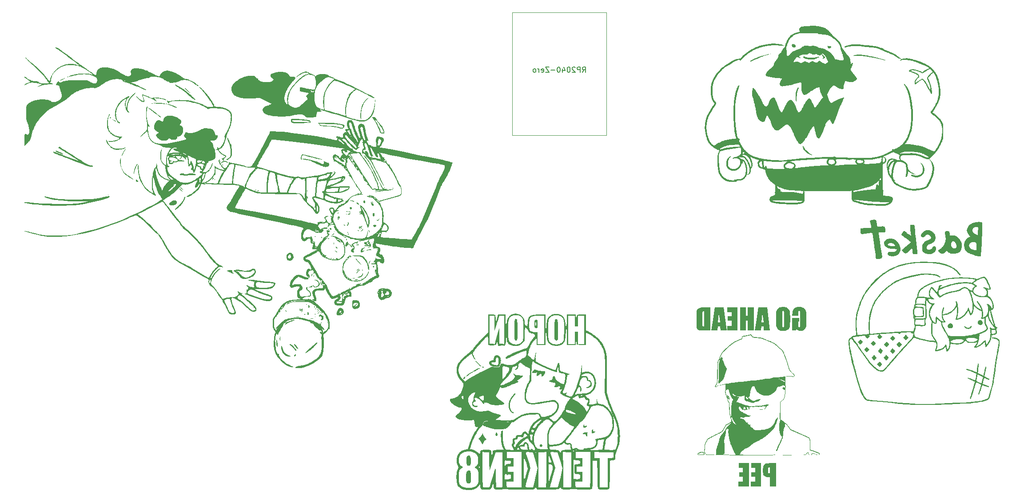
<source format=gbr>
%TF.GenerationSoftware,KiCad,Pcbnew,9.0.2*%
%TF.CreationDate,2025-06-17T17:20:09-07:00*%
%TF.ProjectId,daughter_board,64617567-6874-4657-925f-626f6172642e,rev?*%
%TF.SameCoordinates,Original*%
%TF.FileFunction,Legend,Bot*%
%TF.FilePolarity,Positive*%
%FSLAX46Y46*%
G04 Gerber Fmt 4.6, Leading zero omitted, Abs format (unit mm)*
G04 Created by KiCad (PCBNEW 9.0.2) date 2025-06-17 17:20:09*
%MOMM*%
%LPD*%
G01*
G04 APERTURE LIST*
%ADD10C,0.105833*%
%ADD11C,0.000000*%
%ADD12C,0.100000*%
%ADD13C,0.150000*%
%ADD14C,0.120000*%
G04 APERTURE END LIST*
D10*
X124018621Y-67704242D02*
X124032176Y-67770331D01*
D11*
G36*
X131641511Y-65562953D02*
G01*
X131641619Y-65563307D01*
X131639935Y-65564501D01*
X131629369Y-65568729D01*
X131609957Y-65575218D01*
X131582608Y-65583736D01*
X131507713Y-65605931D01*
X131411931Y-65633459D01*
X131384441Y-65618988D01*
X131444344Y-65604777D01*
X131495586Y-65592804D01*
X131538516Y-65582975D01*
X131573486Y-65575198D01*
X131600844Y-65569382D01*
X131620941Y-65565432D01*
X131634127Y-65563258D01*
X131638238Y-65562807D01*
X131640752Y-65562765D01*
X131641511Y-65562953D01*
G37*
G36*
X131911956Y-65895770D02*
G01*
X131850730Y-65984002D01*
X131750807Y-66191451D01*
X131452662Y-66904899D01*
X130587686Y-69112263D01*
X130092007Y-70369763D01*
X129601636Y-71572198D01*
X129152150Y-72601359D01*
X128953856Y-73014022D01*
X128779125Y-73339038D01*
X128611629Y-73640868D01*
X128361331Y-74110627D01*
X128062064Y-74684070D01*
X127747661Y-75296954D01*
X127589693Y-75603751D01*
X127429922Y-75907920D01*
X127125582Y-76478170D01*
X126875864Y-76947291D01*
X126784370Y-77125049D01*
X126721990Y-77254871D01*
X126678381Y-77354740D01*
X126635690Y-77456128D01*
X126556599Y-77651490D01*
X126448314Y-77928732D01*
X126431530Y-77973386D01*
X126423918Y-77992890D01*
X126416066Y-78010559D01*
X126407403Y-78026427D01*
X126397359Y-78040527D01*
X126391641Y-78046924D01*
X126385364Y-78052893D01*
X126378456Y-78058437D01*
X126370846Y-78063560D01*
X126362463Y-78068268D01*
X126353236Y-78072563D01*
X126343093Y-78076450D01*
X126331963Y-78079934D01*
X126319775Y-78083018D01*
X126306457Y-78085708D01*
X126276147Y-78089920D01*
X126240463Y-78092603D01*
X126198835Y-78093791D01*
X126150692Y-78093519D01*
X126095464Y-78091821D01*
X126010942Y-78087553D01*
X125914038Y-78081208D01*
X125803926Y-78072934D01*
X125679778Y-78062881D01*
X124888802Y-78005975D01*
X124454694Y-77974929D01*
X124065819Y-77942786D01*
X123585165Y-77891059D01*
X123112336Y-77828637D01*
X122652269Y-77759412D01*
X122209900Y-77687278D01*
X121398007Y-77549856D01*
X121038357Y-77492355D01*
X120716155Y-77447519D01*
X119268181Y-77158133D01*
X119477111Y-75910269D01*
X120282014Y-76003082D01*
X121079401Y-76080289D01*
X122649316Y-76205259D01*
X124182245Y-76319930D01*
X124933399Y-76384264D01*
X125673577Y-76459054D01*
X125740605Y-76466064D01*
X125801068Y-76471379D01*
X125855371Y-76474870D01*
X125880338Y-76475891D01*
X125903917Y-76476407D01*
X125926159Y-76476402D01*
X125947114Y-76475860D01*
X125966832Y-76474763D01*
X125985364Y-76473097D01*
X126002762Y-76470843D01*
X126019075Y-76467988D01*
X126034353Y-76464513D01*
X126048649Y-76460403D01*
X126062012Y-76455641D01*
X126074493Y-76450211D01*
X126086143Y-76444097D01*
X126097012Y-76437282D01*
X126107150Y-76429751D01*
X126116609Y-76421486D01*
X126125440Y-76412472D01*
X126133692Y-76402692D01*
X126141416Y-76392130D01*
X126148664Y-76380770D01*
X126155485Y-76368595D01*
X126161930Y-76355588D01*
X126168050Y-76341735D01*
X126173896Y-76327018D01*
X126179517Y-76311421D01*
X126184966Y-76294928D01*
X126245295Y-76163002D01*
X126373606Y-75917470D01*
X126765627Y-75207288D01*
X127223936Y-74407787D01*
X127435108Y-74050606D01*
X127611443Y-73762372D01*
X127636241Y-73718156D01*
X127668308Y-73654175D01*
X127747373Y-73485994D01*
X127834881Y-73295984D01*
X127917076Y-73122302D01*
X128052855Y-72828006D01*
X128254122Y-72379187D01*
X128516210Y-71788867D01*
X129787493Y-68692527D01*
X130569010Y-66775431D01*
X130917839Y-65886005D01*
X130925227Y-65878038D01*
X130947581Y-65858511D01*
X130985185Y-65829831D01*
X131009795Y-65812812D01*
X131038325Y-65794408D01*
X131070810Y-65774920D01*
X131107285Y-65754650D01*
X131147786Y-65733898D01*
X131192349Y-65712966D01*
X131241009Y-65692156D01*
X131293803Y-65671767D01*
X131350765Y-65652101D01*
X131411931Y-65633459D01*
X131911956Y-65895770D01*
G37*
D10*
X124004979Y-67864133D02*
X124007106Y-67840309D01*
X124009454Y-67813183D01*
X124012268Y-67779868D01*
X124013949Y-67759754D01*
X124016270Y-67731997D01*
X124018621Y-67704242D01*
X124004894Y-67854776D02*
X124004979Y-67864133D01*
X124032176Y-67770331D02*
X124032182Y-67772044D01*
X124032168Y-67773717D01*
X124032134Y-67775348D01*
X124032081Y-67776942D01*
X124032010Y-67778497D01*
X124031921Y-67780018D01*
X124031814Y-67781505D01*
X124031689Y-67782958D01*
X124031547Y-67784382D01*
X124031389Y-67785775D01*
X124031213Y-67787143D01*
X124031022Y-67788481D01*
X124030813Y-67789799D01*
X124030589Y-67791088D01*
X124030091Y-67793609D01*
X124029529Y-67796056D01*
X124028900Y-67798445D01*
X124028202Y-67800789D01*
X124027431Y-67803107D01*
X124026581Y-67805419D01*
X124025640Y-67807752D01*
X124024594Y-67810141D01*
X124023416Y-67812642D01*
X124022059Y-67815346D01*
X124020421Y-67818449D01*
X124018324Y-67822296D01*
X124016483Y-67825667D01*
X124014643Y-67829131D01*
X124013730Y-67830914D01*
X124012826Y-67832740D01*
X124011934Y-67834615D01*
X124011056Y-67836545D01*
X124010195Y-67838538D01*
X124009355Y-67840599D01*
X124008537Y-67842736D01*
X124007746Y-67844954D01*
X124006983Y-67847261D01*
X124006251Y-67849663D01*
X124005554Y-67852165D01*
X124004894Y-67854776D01*
X124068376Y-67639029D02*
X124067812Y-67642357D01*
X124067158Y-67645742D01*
X124066410Y-67649197D01*
X124065564Y-67652735D01*
X124064614Y-67656374D01*
X124063550Y-67660137D01*
X124062362Y-67664053D01*
X124061034Y-67668165D01*
X124059542Y-67672534D01*
X124057848Y-67677258D01*
X124055883Y-67682515D01*
X124053496Y-67688696D01*
X124050793Y-67695563D01*
X124047260Y-67704559D01*
X124045532Y-67709062D01*
X124043848Y-67713574D01*
X124042222Y-67718100D01*
X124041436Y-67720370D01*
X124040669Y-67722646D01*
X124039924Y-67724929D01*
X124039202Y-67727218D01*
X124038505Y-67729514D01*
X124037834Y-67731819D01*
X124037193Y-67734133D01*
X124036581Y-67736456D01*
X124036002Y-67738789D01*
X124035456Y-67741132D01*
X124034946Y-67743488D01*
X124034473Y-67745855D01*
X124034039Y-67748235D01*
X124033646Y-67750628D01*
X124033295Y-67753035D01*
X124032989Y-67755457D01*
X124032728Y-67757894D01*
X124032515Y-67760347D01*
X124032352Y-67762817D01*
X124032240Y-67765303D01*
X124032181Y-67767808D01*
X124032176Y-67770331D01*
X124077056Y-67564111D02*
X124076293Y-67569227D01*
X124075571Y-67574595D01*
X124074874Y-67580339D01*
X124074179Y-67586687D01*
X124073433Y-67594158D01*
X124072753Y-67601338D01*
X124071875Y-67610573D01*
X124071409Y-67615214D01*
X124070910Y-67619883D01*
X124070368Y-67624589D01*
X124069772Y-67629343D01*
X124069112Y-67634153D01*
X124068376Y-67639029D01*
X124093694Y-67339441D02*
X124092947Y-67350002D01*
X124092225Y-67361308D01*
X124091512Y-67373657D01*
X124090781Y-67387615D01*
X124089962Y-67404579D01*
X124089442Y-67415779D01*
X124088571Y-67434371D01*
X124088117Y-67443648D01*
X124087638Y-67452915D01*
X124087128Y-67462174D01*
X124086577Y-67471427D01*
X124085978Y-67480677D01*
X124085322Y-67489925D01*
X124084602Y-67499174D01*
X124083809Y-67508426D01*
X124083382Y-67513053D01*
X124082934Y-67517682D01*
X124082464Y-67522313D01*
X124081970Y-67526946D01*
X124081452Y-67531581D01*
X124080908Y-67536218D01*
X124080338Y-67540859D01*
X124079741Y-67545502D01*
X124079115Y-67550149D01*
X124078460Y-67554799D01*
X124077774Y-67559453D01*
X124077056Y-67564111D01*
X124111095Y-67198959D02*
X124110267Y-67206681D01*
X124109303Y-67214956D01*
X124108175Y-67223976D01*
X124106834Y-67234088D01*
X124105175Y-67246063D01*
X124103266Y-67259476D01*
X124101847Y-67269431D01*
X124100449Y-67279396D01*
X124099092Y-67289371D01*
X124097799Y-67299358D01*
X124097183Y-67304356D01*
X124096591Y-67309358D01*
X124096025Y-67314362D01*
X124095489Y-67319371D01*
X124094986Y-67324382D01*
X124094517Y-67329398D01*
X124094085Y-67334418D01*
X124093694Y-67339441D01*
X124099254Y-66927777D02*
X124100982Y-66942248D01*
X124102690Y-66956870D01*
X124103706Y-66965790D01*
X124104704Y-66974755D01*
X124105534Y-66982413D01*
X124106345Y-66990099D01*
X124107055Y-66997033D01*
X124107746Y-67003987D01*
X124108364Y-67010422D01*
X124108962Y-67016871D01*
X124109502Y-67022928D01*
X124110023Y-67028995D01*
X124110496Y-67034750D01*
X124110948Y-67040511D01*
X124111360Y-67046013D01*
X124111751Y-67051520D01*
X124112106Y-67056806D01*
X124112440Y-67062094D01*
X124112742Y-67067191D01*
X124113023Y-67072289D01*
X124113274Y-67077217D01*
X124113505Y-67082144D01*
X124113708Y-67086920D01*
X124113890Y-67091695D01*
X124114047Y-67096332D01*
X124114184Y-67100966D01*
X124114296Y-67105475D01*
X124114388Y-67109982D01*
X124114457Y-67114372D01*
X124114505Y-67118759D01*
X124114533Y-67123039D01*
X124114539Y-67127314D01*
X124114526Y-67131490D01*
X124114492Y-67135661D01*
X124114438Y-67139738D01*
X124114364Y-67143811D01*
X124114272Y-67147796D01*
X124114159Y-67151775D01*
X124114029Y-67155671D01*
X124113878Y-67159561D01*
X124113710Y-67163373D01*
X124113522Y-67167179D01*
X124113317Y-67170911D01*
X124113093Y-67174636D01*
X124112852Y-67178290D01*
X124112592Y-67181937D01*
X124112316Y-67185517D01*
X124112021Y-67189090D01*
X124111710Y-67192599D01*
X124111380Y-67196100D01*
X124111095Y-67198959D01*
X124098455Y-66852945D02*
X124098866Y-66855510D01*
X124099213Y-66858168D01*
X124099495Y-66860933D01*
X124099711Y-66863825D01*
X124099860Y-66866868D01*
X124099940Y-66870098D01*
X124099950Y-66873565D01*
X124099883Y-66877350D01*
X124099734Y-66881601D01*
X124099485Y-66886639D01*
X124099157Y-66892291D01*
X124098895Y-66896745D01*
X124098660Y-66901197D01*
X124098477Y-66905647D01*
X124098413Y-66907870D01*
X124098372Y-66910091D01*
X124098357Y-66912311D01*
X124098371Y-66914529D01*
X124098418Y-66916744D01*
X124098501Y-66918957D01*
X124098622Y-66921167D01*
X124098786Y-66923374D01*
X124098996Y-66925577D01*
X124099254Y-66927777D01*
X124079216Y-66796994D02*
X124079949Y-66799660D01*
X124080799Y-66802458D01*
X124081781Y-66805428D01*
X124082923Y-66808635D01*
X124084268Y-66812189D01*
X124085913Y-66816332D01*
X124088135Y-66821753D01*
X124089707Y-66825579D01*
X124091253Y-66829412D01*
X124092745Y-66833258D01*
X124093462Y-66835188D01*
X124094155Y-66837125D01*
X124094822Y-66839068D01*
X124095459Y-66841019D01*
X124096062Y-66842980D01*
X124096628Y-66844949D01*
X124097153Y-66846930D01*
X124097635Y-66848922D01*
X124098070Y-66850927D01*
X124098455Y-66852945D01*
X123952782Y-66274289D02*
X123955336Y-66288402D01*
X123958011Y-66302733D01*
X123960810Y-66317301D01*
X123963739Y-66332124D01*
X123966804Y-66347226D01*
X123970011Y-66362630D01*
X123973368Y-66378368D01*
X123976884Y-66394474D01*
X123980571Y-66410988D01*
X123984440Y-66427960D01*
X123988508Y-66445450D01*
X123992794Y-66463532D01*
X123997324Y-66482300D01*
X124002129Y-66501877D01*
X124007254Y-66522427D01*
X124012759Y-66544182D01*
X124018736Y-66567487D01*
X124025332Y-66592902D01*
X124032817Y-66621444D01*
X124041804Y-66655432D01*
X124050873Y-66689567D01*
X124058004Y-66716403D01*
X124065117Y-66743249D01*
X124072194Y-66770111D01*
X124079216Y-66796994D01*
D11*
G36*
X119170503Y-58764862D02*
G01*
X120272456Y-58919212D01*
X121348521Y-59072220D01*
X121752330Y-59133304D01*
X122000249Y-59176153D01*
X124866378Y-59786025D01*
X126695067Y-60171986D01*
X127831005Y-60402124D01*
X128893749Y-60602889D01*
X130182115Y-60859419D01*
X131387636Y-61113670D01*
X131862933Y-61221802D01*
X132201842Y-61307597D01*
X132355922Y-61348544D01*
X132507147Y-61385093D01*
X132651571Y-61417332D01*
X132785243Y-61445350D01*
X133004544Y-61489079D01*
X133082276Y-61504967D01*
X133133464Y-61516989D01*
X133243038Y-61549382D01*
X133363031Y-61588092D01*
X133485728Y-61629839D01*
X133603415Y-61671347D01*
X133792903Y-61740531D01*
X133869780Y-61769420D01*
X133757007Y-62157088D01*
X133708246Y-62315107D01*
X133658302Y-62468748D01*
X133610696Y-62603598D01*
X133588870Y-62659473D01*
X133568950Y-62705247D01*
X133286190Y-63379119D01*
X133184358Y-63612210D01*
X133073385Y-63852572D01*
X132954932Y-64090914D01*
X132893418Y-64206425D01*
X132830657Y-64317947D01*
X132308170Y-65215131D01*
X131914122Y-65886020D01*
X131913558Y-65886820D01*
X131913054Y-65887580D01*
X131912597Y-65888316D01*
X131912173Y-65889046D01*
X131911767Y-65889785D01*
X131911366Y-65890550D01*
X131910521Y-65892221D01*
X130916924Y-65888754D01*
X130947054Y-65826835D01*
X130980331Y-65751772D01*
X131059459Y-65566110D01*
X131106878Y-65457459D01*
X131160578Y-65339558D01*
X131221344Y-65213383D01*
X131289958Y-65079906D01*
X131388010Y-64889697D01*
X131490025Y-64682611D01*
X131702923Y-64238316D01*
X131922616Y-63788030D01*
X132033123Y-63573456D01*
X132143065Y-63372763D01*
X132170232Y-63323593D01*
X132195738Y-63274475D01*
X132219625Y-63225499D01*
X132241936Y-63176754D01*
X132262712Y-63128331D01*
X132281995Y-63080320D01*
X132316250Y-62985890D01*
X132345035Y-62894184D01*
X132368684Y-62805922D01*
X132387532Y-62721821D01*
X132401914Y-62642602D01*
X132412165Y-62568982D01*
X132418620Y-62501682D01*
X132421612Y-62441420D01*
X132421477Y-62388915D01*
X132418549Y-62344886D01*
X132413163Y-62310052D01*
X132409652Y-62296308D01*
X132405653Y-62285133D01*
X132401207Y-62276616D01*
X132396355Y-62270846D01*
X132376198Y-62260632D01*
X132336136Y-62247183D01*
X132200617Y-62211461D01*
X131738236Y-62110876D01*
X131078332Y-61983151D01*
X130290026Y-61842346D01*
X128195568Y-61478688D01*
X126501591Y-61175720D01*
X125021727Y-60899416D01*
X123569609Y-60615750D01*
X122085804Y-60313829D01*
X120799638Y-60045272D01*
X119763666Y-59831161D01*
X119355927Y-59751111D01*
X119030443Y-59692580D01*
X118441112Y-58656901D01*
X119170503Y-58764862D01*
G37*
G36*
X100985149Y-94931544D02*
G01*
X100987173Y-94932028D01*
X100989223Y-94932980D01*
X100993397Y-94936300D01*
X100997666Y-94941527D01*
X101002025Y-94948682D01*
X101006467Y-94957789D01*
X101010986Y-94968870D01*
X101015577Y-94981948D01*
X101020234Y-94997045D01*
X101024950Y-95014185D01*
X101033834Y-95051907D01*
X101041553Y-95092158D01*
X101048102Y-95134576D01*
X101053474Y-95178801D01*
X101057663Y-95224470D01*
X101060662Y-95271223D01*
X101062467Y-95318698D01*
X101063069Y-95366534D01*
X101062472Y-95414372D01*
X101060679Y-95461849D01*
X101057695Y-95508603D01*
X101053520Y-95554272D01*
X101048156Y-95598497D01*
X101041605Y-95640914D01*
X101033869Y-95681164D01*
X101024950Y-95718884D01*
X101015561Y-95751121D01*
X101006439Y-95775281D01*
X100997630Y-95791543D01*
X100993358Y-95796769D01*
X100989181Y-95800089D01*
X100985107Y-95801525D01*
X100981140Y-95801100D01*
X100977286Y-95798835D01*
X100973552Y-95794755D01*
X100966465Y-95781236D01*
X100959925Y-95760724D01*
X100953980Y-95733398D01*
X100948675Y-95699441D01*
X100944058Y-95659031D01*
X100940176Y-95612351D01*
X100937075Y-95559581D01*
X100934802Y-95500901D01*
X100932927Y-95366534D01*
X100933405Y-95296575D01*
X100934806Y-95232165D01*
X100937083Y-95173484D01*
X100940190Y-95120713D01*
X100944078Y-95074033D01*
X100948701Y-95033624D01*
X100951273Y-95015828D01*
X100954011Y-94999667D01*
X100956910Y-94985165D01*
X100959962Y-94972343D01*
X100963163Y-94961224D01*
X100966506Y-94951831D01*
X100969985Y-94944187D01*
X100973595Y-94938313D01*
X100977330Y-94934233D01*
X100979242Y-94932873D01*
X100981183Y-94931969D01*
X100983153Y-94931526D01*
X100985149Y-94931544D01*
G37*
G36*
X100346734Y-95579489D02*
G01*
X100350368Y-95581304D01*
X100354048Y-95584784D01*
X100380353Y-95622216D01*
X100405526Y-95670852D01*
X100429431Y-95729306D01*
X100451932Y-95796191D01*
X100472895Y-95870120D01*
X100492185Y-95949705D01*
X100509665Y-96033560D01*
X100525201Y-96120298D01*
X100538657Y-96208532D01*
X100549898Y-96296874D01*
X100558789Y-96383939D01*
X100565194Y-96468338D01*
X100568977Y-96548685D01*
X100570005Y-96623593D01*
X100568141Y-96691675D01*
X100563249Y-96751544D01*
X100563231Y-96751544D01*
X100560915Y-96769429D01*
X100558247Y-96786192D01*
X100556780Y-96794136D01*
X100555222Y-96801781D01*
X100553573Y-96809120D01*
X100551833Y-96816147D01*
X100550000Y-96822855D01*
X100548075Y-96829238D01*
X100546055Y-96835290D01*
X100543941Y-96841004D01*
X100541732Y-96846374D01*
X100539426Y-96851394D01*
X100537024Y-96856057D01*
X100534524Y-96860358D01*
X100531926Y-96864289D01*
X100529229Y-96867844D01*
X100526432Y-96871017D01*
X100523534Y-96873803D01*
X100520535Y-96876193D01*
X100517435Y-96878183D01*
X100514231Y-96879765D01*
X100510924Y-96880934D01*
X100507513Y-96881683D01*
X100503997Y-96882005D01*
X100500375Y-96881895D01*
X100496647Y-96881346D01*
X100492811Y-96880352D01*
X100488867Y-96878906D01*
X100484815Y-96877002D01*
X100480654Y-96874634D01*
X100460449Y-96858904D01*
X100440805Y-96837254D01*
X100421825Y-96810064D01*
X100403610Y-96777719D01*
X100386263Y-96740600D01*
X100369886Y-96699090D01*
X100354583Y-96653572D01*
X100340456Y-96604429D01*
X100327607Y-96552042D01*
X100316138Y-96496796D01*
X100306153Y-96439072D01*
X100297753Y-96379252D01*
X100291041Y-96317721D01*
X100286120Y-96254860D01*
X100283093Y-96191051D01*
X100282060Y-96126678D01*
X100282435Y-96063373D01*
X100283534Y-96002696D01*
X100285321Y-95944925D01*
X100287757Y-95890338D01*
X100290805Y-95839212D01*
X100294428Y-95791826D01*
X100298589Y-95748457D01*
X100303249Y-95709384D01*
X100308373Y-95674884D01*
X100313921Y-95645236D01*
X100319858Y-95620716D01*
X100322960Y-95610467D01*
X100326144Y-95601604D01*
X100329408Y-95594162D01*
X100332744Y-95588177D01*
X100336150Y-95583682D01*
X100339620Y-95580712D01*
X100343149Y-95579303D01*
X100346734Y-95579489D01*
G37*
G36*
X103767862Y-96412692D02*
G01*
X103789146Y-96417390D01*
X103813449Y-96425637D01*
X103840826Y-96437581D01*
X103871330Y-96453367D01*
X103905016Y-96473138D01*
X103926620Y-96488034D01*
X103949982Y-96507017D01*
X103974879Y-96529798D01*
X104001089Y-96556084D01*
X104028390Y-96585585D01*
X104056560Y-96618010D01*
X104085377Y-96653067D01*
X104114618Y-96690465D01*
X104144062Y-96729915D01*
X104173487Y-96771123D01*
X104202671Y-96813800D01*
X104231390Y-96857654D01*
X104259425Y-96902394D01*
X104286551Y-96947729D01*
X104312548Y-96993368D01*
X104337194Y-97039020D01*
X104377574Y-97116135D01*
X104412247Y-97183028D01*
X104427353Y-97212671D01*
X104440924Y-97239796D01*
X104452924Y-97264415D01*
X104463317Y-97286539D01*
X104472066Y-97306182D01*
X104479136Y-97323356D01*
X104484490Y-97338073D01*
X104486512Y-97344514D01*
X104488092Y-97350346D01*
X104489226Y-97355569D01*
X104489907Y-97360186D01*
X104490133Y-97364198D01*
X104489898Y-97367607D01*
X104489198Y-97370413D01*
X104488029Y-97372620D01*
X104486386Y-97374227D01*
X104484264Y-97375238D01*
X104484264Y-97375244D01*
X104478568Y-97375421D01*
X104470906Y-97373212D01*
X104461242Y-97368627D01*
X104449540Y-97361676D01*
X104435764Y-97352368D01*
X104419879Y-97340712D01*
X104381632Y-97310400D01*
X104334514Y-97270817D01*
X104278233Y-97222041D01*
X104137035Y-97097223D01*
X104097223Y-97060964D01*
X104058972Y-97024333D01*
X104022335Y-96987476D01*
X103987367Y-96950537D01*
X103954121Y-96913663D01*
X103922651Y-96876998D01*
X103893012Y-96840688D01*
X103865258Y-96804877D01*
X103839443Y-96769712D01*
X103815620Y-96735338D01*
X103793843Y-96701899D01*
X103774168Y-96669541D01*
X103756647Y-96638410D01*
X103741335Y-96608650D01*
X103728286Y-96580407D01*
X103717553Y-96553827D01*
X103709192Y-96529054D01*
X103703255Y-96506233D01*
X103699797Y-96485511D01*
X103698873Y-96467032D01*
X103700535Y-96450941D01*
X103704838Y-96437384D01*
X103711837Y-96426506D01*
X103716364Y-96422118D01*
X103721584Y-96418453D01*
X103727506Y-96415531D01*
X103734135Y-96413370D01*
X103749543Y-96411401D01*
X103767862Y-96412692D01*
G37*
G36*
X102896782Y-96375883D02*
G01*
X102932605Y-96383586D01*
X102971288Y-96396091D01*
X103012558Y-96413123D01*
X103056140Y-96434409D01*
X103101761Y-96459675D01*
X103198026Y-96521053D01*
X103299165Y-96595068D01*
X103402990Y-96679530D01*
X103507312Y-96772249D01*
X103609944Y-96871037D01*
X103708696Y-96973704D01*
X103801381Y-97078061D01*
X103885811Y-97181919D01*
X103959797Y-97283087D01*
X104021151Y-97379377D01*
X104046407Y-97425009D01*
X104067684Y-97468599D01*
X104084709Y-97509876D01*
X104097209Y-97548565D01*
X104104909Y-97584392D01*
X104107537Y-97617084D01*
X104107537Y-97617090D01*
X104107133Y-97629599D01*
X104105935Y-97640807D01*
X104103963Y-97650727D01*
X104101236Y-97659370D01*
X104097775Y-97666747D01*
X104093599Y-97672872D01*
X104088727Y-97677756D01*
X104083180Y-97681410D01*
X104076977Y-97683848D01*
X104070138Y-97685080D01*
X104062684Y-97685119D01*
X104054633Y-97683977D01*
X104046005Y-97681666D01*
X104036821Y-97678197D01*
X104027099Y-97673583D01*
X104016860Y-97667835D01*
X103994911Y-97652987D01*
X103971129Y-97633749D01*
X103945675Y-97610216D01*
X103918705Y-97582484D01*
X103890378Y-97550648D01*
X103860853Y-97514804D01*
X103830287Y-97475048D01*
X103798839Y-97431476D01*
X103765103Y-97384973D01*
X103727825Y-97336632D01*
X103687390Y-97286835D01*
X103644183Y-97235968D01*
X103598587Y-97184415D01*
X103550987Y-97132560D01*
X103501767Y-97080787D01*
X103451312Y-97029481D01*
X103400005Y-96979025D01*
X103348232Y-96929805D01*
X103296377Y-96882205D01*
X103244823Y-96836608D01*
X103193956Y-96793400D01*
X103144159Y-96752963D01*
X103095818Y-96715684D01*
X103049315Y-96681946D01*
X103027054Y-96666121D01*
X103005738Y-96650498D01*
X102985379Y-96635095D01*
X102965988Y-96619932D01*
X102947578Y-96605030D01*
X102930159Y-96590407D01*
X102913745Y-96576084D01*
X102898345Y-96562081D01*
X102883974Y-96548417D01*
X102870641Y-96535112D01*
X102858360Y-96522185D01*
X102847141Y-96509657D01*
X102836997Y-96497548D01*
X102827939Y-96485877D01*
X102819979Y-96474663D01*
X102813129Y-96463927D01*
X102807401Y-96453689D01*
X102802806Y-96443968D01*
X102799357Y-96434784D01*
X102797064Y-96426156D01*
X102795941Y-96418106D01*
X102795821Y-96414303D01*
X102795997Y-96410651D01*
X102796472Y-96407154D01*
X102797247Y-96403813D01*
X102798322Y-96400631D01*
X102799700Y-96397610D01*
X102801382Y-96394753D01*
X102803370Y-96392063D01*
X102805664Y-96389542D01*
X102808267Y-96387192D01*
X102811179Y-96385016D01*
X102814403Y-96383016D01*
X102817940Y-96381194D01*
X102821791Y-96379554D01*
X102830442Y-96376828D01*
X102840368Y-96374856D01*
X102851581Y-96373658D01*
X102864092Y-96373254D01*
X102896782Y-96375883D01*
G37*
G36*
X108120615Y-96064472D02*
G01*
X108128208Y-96069237D01*
X108132820Y-96076978D01*
X108134374Y-96087750D01*
X108130494Y-96115644D01*
X108119104Y-96149076D01*
X108075287Y-96231138D01*
X108005914Y-96331110D01*
X107913973Y-96446166D01*
X107802454Y-96573480D01*
X107674347Y-96710224D01*
X107532641Y-96853572D01*
X107380327Y-97000699D01*
X107220394Y-97148777D01*
X107055831Y-97294980D01*
X106889628Y-97436482D01*
X106724775Y-97570456D01*
X106564261Y-97694077D01*
X106411076Y-97804516D01*
X106268210Y-97898949D01*
X106138652Y-97974548D01*
X105951381Y-98072450D01*
X105882113Y-98105546D01*
X105830426Y-98126404D01*
X105797320Y-98133775D01*
X105788048Y-98132011D01*
X105783798Y-98126407D01*
X105784693Y-98116806D01*
X105790860Y-98103051D01*
X105819509Y-98062456D01*
X105870746Y-98003371D01*
X105945572Y-97924547D01*
X106169999Y-97702680D01*
X106500800Y-97386849D01*
X106945989Y-96967053D01*
X107067038Y-96854417D01*
X107184695Y-96747366D01*
X107298350Y-96646351D01*
X107407394Y-96551825D01*
X107511217Y-96464237D01*
X107609209Y-96384039D01*
X107700762Y-96311681D01*
X107785266Y-96247617D01*
X107862110Y-96192295D01*
X107930686Y-96146168D01*
X107990384Y-96109686D01*
X108016714Y-96095203D01*
X108040595Y-96083301D01*
X108061952Y-96074036D01*
X108080709Y-96067464D01*
X108096789Y-96063641D01*
X108110116Y-96062625D01*
X108120615Y-96064472D01*
G37*
G36*
X101282033Y-96776783D02*
G01*
X101289447Y-96779323D01*
X101305424Y-96789283D01*
X101322792Y-96805475D01*
X101341385Y-96827561D01*
X101361037Y-96855207D01*
X101381581Y-96888077D01*
X101402851Y-96925836D01*
X101424679Y-96968147D01*
X101446901Y-97014676D01*
X101469349Y-97065088D01*
X101514256Y-97176215D01*
X101558070Y-97298844D01*
X101599459Y-97430292D01*
X101625947Y-97512668D01*
X101656070Y-97592096D01*
X101689894Y-97668651D01*
X101727487Y-97742407D01*
X101768916Y-97813440D01*
X101814246Y-97881825D01*
X101863545Y-97947638D01*
X101916880Y-98010953D01*
X101974316Y-98071847D01*
X102035922Y-98130393D01*
X102101764Y-98186668D01*
X102171908Y-98240747D01*
X102246422Y-98292705D01*
X102325371Y-98342616D01*
X102408824Y-98390557D01*
X102496846Y-98436603D01*
X102613204Y-98494974D01*
X102714570Y-98546550D01*
X102801165Y-98591748D01*
X102838991Y-98612085D01*
X102873207Y-98630984D01*
X102903840Y-98648497D01*
X102930917Y-98664676D01*
X102954466Y-98679573D01*
X102974515Y-98693240D01*
X102991091Y-98705729D01*
X103004220Y-98717093D01*
X103009502Y-98722369D01*
X103013932Y-98727383D01*
X103017515Y-98732142D01*
X103020253Y-98736652D01*
X103020244Y-98736670D01*
X103023199Y-98744994D01*
X103023423Y-98748806D01*
X103022816Y-98752393D01*
X103021382Y-98755762D01*
X103019124Y-98758920D01*
X103012150Y-98764629D01*
X103001924Y-98769574D01*
X102988473Y-98773809D01*
X102971826Y-98777388D01*
X102952011Y-98780364D01*
X102929056Y-98782792D01*
X102902991Y-98784725D01*
X102841639Y-98787323D01*
X102768181Y-98788588D01*
X102682845Y-98788953D01*
X102624534Y-98786976D01*
X102565959Y-98781048D01*
X102507231Y-98771281D01*
X102448463Y-98757790D01*
X102389767Y-98740689D01*
X102331255Y-98720090D01*
X102273038Y-98696108D01*
X102215231Y-98668857D01*
X102157943Y-98638450D01*
X102101289Y-98605001D01*
X101990326Y-98529431D01*
X101883241Y-98443057D01*
X101780929Y-98346789D01*
X101684289Y-98241537D01*
X101594218Y-98128210D01*
X101511613Y-98007718D01*
X101437371Y-97880970D01*
X101372391Y-97748877D01*
X101317568Y-97612348D01*
X101294247Y-97542704D01*
X101273802Y-97472292D01*
X101256344Y-97401227D01*
X101241988Y-97329620D01*
X101232648Y-97273216D01*
X101224904Y-97218394D01*
X101218740Y-97165437D01*
X101214141Y-97114630D01*
X101211088Y-97066256D01*
X101209568Y-97020600D01*
X101209562Y-96977944D01*
X101211056Y-96938573D01*
X101214032Y-96902771D01*
X101216071Y-96886298D01*
X101218475Y-96870822D01*
X101221242Y-96856381D01*
X101224369Y-96843009D01*
X101227855Y-96830743D01*
X101231697Y-96819617D01*
X101235894Y-96809667D01*
X101240443Y-96800929D01*
X101245343Y-96793437D01*
X101250592Y-96787228D01*
X101256186Y-96782338D01*
X101262126Y-96778800D01*
X101268407Y-96776652D01*
X101275029Y-96775928D01*
X101282033Y-96776783D01*
G37*
G36*
X103926141Y-98386812D02*
G01*
X103933998Y-98387253D01*
X103941595Y-98387981D01*
X103948931Y-98388990D01*
X103956003Y-98390277D01*
X103962808Y-98391834D01*
X103969345Y-98393657D01*
X103975611Y-98395740D01*
X103981604Y-98398078D01*
X103987320Y-98400666D01*
X103992758Y-98403497D01*
X103997915Y-98406567D01*
X104002789Y-98409870D01*
X104007378Y-98413401D01*
X104011678Y-98417155D01*
X104015688Y-98421125D01*
X104019405Y-98425307D01*
X104022826Y-98429695D01*
X104025950Y-98434284D01*
X104028774Y-98439068D01*
X104031295Y-98444043D01*
X104033511Y-98449202D01*
X104035420Y-98454540D01*
X104037019Y-98460052D01*
X104038306Y-98465732D01*
X104039278Y-98471575D01*
X104039932Y-98477576D01*
X104040268Y-98483728D01*
X104040281Y-98490028D01*
X104039970Y-98496469D01*
X104039332Y-98503046D01*
X104038365Y-98509753D01*
X104038341Y-98509753D01*
X104037510Y-98514294D01*
X104036532Y-98518890D01*
X104035406Y-98523539D01*
X104034132Y-98528240D01*
X104032707Y-98532990D01*
X104031132Y-98537789D01*
X104029405Y-98542633D01*
X104027526Y-98547522D01*
X104025494Y-98552453D01*
X104023308Y-98557424D01*
X104020966Y-98562434D01*
X104018469Y-98567481D01*
X104015814Y-98572563D01*
X104013002Y-98577678D01*
X104010032Y-98582825D01*
X104006902Y-98588000D01*
X103993771Y-98608511D01*
X103980105Y-98628447D01*
X103966014Y-98647705D01*
X103951607Y-98666181D01*
X103936993Y-98683772D01*
X103922281Y-98700374D01*
X103907580Y-98715886D01*
X103892999Y-98730203D01*
X103878647Y-98743223D01*
X103864634Y-98754841D01*
X103851068Y-98764955D01*
X103838058Y-98773462D01*
X103831796Y-98777080D01*
X103825714Y-98780258D01*
X103819826Y-98782982D01*
X103814145Y-98785240D01*
X103808685Y-98787018D01*
X103803460Y-98788305D01*
X103798482Y-98789086D01*
X103793767Y-98789349D01*
X103789214Y-98789086D01*
X103784719Y-98788305D01*
X103780287Y-98787018D01*
X103775924Y-98785240D01*
X103771635Y-98782982D01*
X103767427Y-98780258D01*
X103759273Y-98773462D01*
X103751510Y-98764955D01*
X103744181Y-98754841D01*
X103737334Y-98743223D01*
X103731013Y-98730203D01*
X103725265Y-98715886D01*
X103720134Y-98700374D01*
X103715668Y-98683772D01*
X103711911Y-98666181D01*
X103708910Y-98647705D01*
X103706709Y-98628447D01*
X103705355Y-98608511D01*
X103704894Y-98588000D01*
X103705172Y-98577680D01*
X103705999Y-98567491D01*
X103707360Y-98557445D01*
X103709242Y-98547556D01*
X103711631Y-98537836D01*
X103714513Y-98528300D01*
X103717876Y-98518958D01*
X103721705Y-98509825D01*
X103725986Y-98500913D01*
X103730706Y-98492235D01*
X103735852Y-98483804D01*
X103741409Y-98475633D01*
X103747365Y-98467735D01*
X103753705Y-98460122D01*
X103760416Y-98452808D01*
X103767484Y-98445806D01*
X103774895Y-98439128D01*
X103782637Y-98432788D01*
X103790695Y-98426797D01*
X103799055Y-98421170D01*
X103807705Y-98415919D01*
X103816630Y-98411056D01*
X103825817Y-98406596D01*
X103835252Y-98402550D01*
X103844921Y-98398932D01*
X103854811Y-98395755D01*
X103864909Y-98393031D01*
X103875200Y-98390773D01*
X103885671Y-98388995D01*
X103896309Y-98387708D01*
X103907099Y-98386927D01*
X103918029Y-98386664D01*
X103926141Y-98386812D01*
G37*
G36*
X104694731Y-91343301D02*
G01*
X105193387Y-91406294D01*
X105694552Y-91512376D01*
X106194773Y-91660924D01*
X106690598Y-91851318D01*
X107178574Y-92082935D01*
X107655250Y-92355154D01*
X108117171Y-92667352D01*
X108560887Y-93018909D01*
X108640052Y-93089101D01*
X108712437Y-93158111D01*
X108778372Y-93225853D01*
X108838184Y-93292240D01*
X108892203Y-93357185D01*
X108940758Y-93420601D01*
X108984177Y-93482403D01*
X109022789Y-93542503D01*
X109056923Y-93600814D01*
X109086908Y-93657250D01*
X109113073Y-93711725D01*
X109135745Y-93764152D01*
X109155255Y-93814443D01*
X109171931Y-93862513D01*
X109186101Y-93908275D01*
X109198094Y-93951642D01*
X109203339Y-93972456D01*
X109208071Y-93992740D01*
X109212304Y-94012475D01*
X109216049Y-94031642D01*
X109219321Y-94050223D01*
X109222130Y-94068198D01*
X109224491Y-94085550D01*
X109226415Y-94102258D01*
X109226396Y-94102283D01*
X109227495Y-94114369D01*
X109228332Y-94126074D01*
X109228909Y-94137390D01*
X109229227Y-94148309D01*
X109229259Y-94153894D01*
X109251240Y-94251318D01*
X109271490Y-94386570D01*
X109287590Y-94544279D01*
X109309439Y-94917693D01*
X109320973Y-95352809D01*
X109329839Y-96333142D01*
X109329833Y-96333136D01*
X109330201Y-96537822D01*
X109328110Y-96733997D01*
X109323560Y-96921664D01*
X109316551Y-97100826D01*
X109307080Y-97271485D01*
X109295150Y-97433645D01*
X109280758Y-97587308D01*
X109263904Y-97732477D01*
X109244588Y-97869155D01*
X109222810Y-97997345D01*
X109198569Y-98117050D01*
X109171865Y-98228272D01*
X109142696Y-98331016D01*
X109111064Y-98425282D01*
X109076967Y-98511075D01*
X109040404Y-98588397D01*
X108982589Y-98689902D01*
X108913738Y-98792670D01*
X108745152Y-99000821D01*
X108539095Y-99210495D01*
X108300015Y-99419339D01*
X108032360Y-99625001D01*
X107740578Y-99825126D01*
X107429119Y-100017361D01*
X107102429Y-100199352D01*
X106764958Y-100368747D01*
X106421154Y-100523191D01*
X106075464Y-100660332D01*
X105732338Y-100777815D01*
X105396223Y-100873288D01*
X105071569Y-100944397D01*
X104762822Y-100988788D01*
X104474431Y-101004108D01*
X104317663Y-101000256D01*
X104187474Y-100989256D01*
X104132153Y-100981337D01*
X104083245Y-100971944D01*
X104040672Y-100961180D01*
X104004358Y-100949151D01*
X103974225Y-100935961D01*
X103950196Y-100921714D01*
X103932193Y-100906514D01*
X103920140Y-100890465D01*
X103913959Y-100873673D01*
X103913573Y-100856240D01*
X103918904Y-100838271D01*
X103929876Y-100819871D01*
X103946411Y-100801144D01*
X103968432Y-100782194D01*
X103995861Y-100763126D01*
X104028622Y-100744042D01*
X104109829Y-100706250D01*
X104211435Y-100669651D01*
X104332821Y-100635080D01*
X104473370Y-100603371D01*
X104632463Y-100575357D01*
X104809484Y-100551874D01*
X105067138Y-100514547D01*
X105330783Y-100460580D01*
X105598280Y-100391117D01*
X105867488Y-100307305D01*
X106136269Y-100210289D01*
X106402484Y-100101216D01*
X106663994Y-99981231D01*
X106918660Y-99851481D01*
X107164343Y-99713110D01*
X107398903Y-99567266D01*
X107620201Y-99415093D01*
X107826099Y-99257738D01*
X108014458Y-99096347D01*
X108183137Y-98932065D01*
X108329999Y-98766039D01*
X108394580Y-98682730D01*
X108452904Y-98599414D01*
X108522817Y-98490793D01*
X108586220Y-98385675D01*
X108643356Y-98283120D01*
X108694462Y-98182192D01*
X108739779Y-98081953D01*
X108779547Y-97981465D01*
X108814006Y-97879791D01*
X108843395Y-97775994D01*
X108867955Y-97669136D01*
X108887925Y-97558279D01*
X108903545Y-97442486D01*
X108915055Y-97320819D01*
X108922695Y-97192341D01*
X108926704Y-97056115D01*
X108927323Y-96911202D01*
X108924791Y-96756665D01*
X108904280Y-96111687D01*
X108893729Y-95694138D01*
X108888825Y-95259445D01*
X108893951Y-94842280D01*
X108901644Y-94651105D01*
X108913488Y-94477314D01*
X108930031Y-94325241D01*
X108930462Y-94322745D01*
X108924778Y-94331370D01*
X108918710Y-94341489D01*
X108912951Y-94352067D01*
X108907517Y-94363095D01*
X108902423Y-94374564D01*
X108897686Y-94386466D01*
X108893321Y-94398791D01*
X108888520Y-94412344D01*
X108883538Y-94424773D01*
X108878379Y-94436082D01*
X108873050Y-94446273D01*
X108867556Y-94455350D01*
X108861903Y-94463314D01*
X108856096Y-94470170D01*
X108850141Y-94475919D01*
X108844042Y-94480564D01*
X108837807Y-94484108D01*
X108831439Y-94486554D01*
X108824946Y-94487904D01*
X108818331Y-94488162D01*
X108811602Y-94487329D01*
X108804762Y-94485409D01*
X108797818Y-94482405D01*
X108790776Y-94478319D01*
X108783640Y-94473154D01*
X108776417Y-94466912D01*
X108769111Y-94459597D01*
X108761729Y-94451212D01*
X108754275Y-94441758D01*
X108746756Y-94431239D01*
X108739176Y-94419657D01*
X108723859Y-94393317D01*
X108708368Y-94362759D01*
X108692746Y-94328007D01*
X108677037Y-94289081D01*
X108661666Y-94247245D01*
X108655032Y-94227743D01*
X108649099Y-94209184D01*
X108643866Y-94191571D01*
X108639333Y-94174903D01*
X108635501Y-94159182D01*
X108632369Y-94144407D01*
X108629936Y-94130580D01*
X108628203Y-94117700D01*
X108627170Y-94105770D01*
X108626835Y-94094789D01*
X108627200Y-94084758D01*
X108628264Y-94075678D01*
X108630026Y-94067550D01*
X108632487Y-94060373D01*
X108635646Y-94054149D01*
X108639503Y-94048878D01*
X108644058Y-94044561D01*
X108649311Y-94041199D01*
X108655261Y-94038792D01*
X108661909Y-94037341D01*
X108669254Y-94036846D01*
X108677296Y-94037308D01*
X108686034Y-94038729D01*
X108695469Y-94041107D01*
X108705601Y-94044445D01*
X108716429Y-94048743D01*
X108727952Y-94054001D01*
X108740172Y-94060220D01*
X108753087Y-94067400D01*
X108766698Y-94075543D01*
X108778505Y-94082598D01*
X108789919Y-94088928D01*
X108800932Y-94094539D01*
X108811536Y-94099436D01*
X108821723Y-94103627D01*
X108831486Y-94107116D01*
X108840817Y-94109908D01*
X108849707Y-94112010D01*
X108858150Y-94113428D01*
X108866137Y-94114166D01*
X108873660Y-94114232D01*
X108880711Y-94113629D01*
X108887283Y-94112365D01*
X108893368Y-94110445D01*
X108898957Y-94107874D01*
X108904044Y-94104658D01*
X108908620Y-94100803D01*
X108912677Y-94096314D01*
X108916208Y-94091198D01*
X108919204Y-94085460D01*
X108921658Y-94079105D01*
X108923562Y-94072140D01*
X108924908Y-94064570D01*
X108925689Y-94056400D01*
X108925896Y-94047637D01*
X108925521Y-94038286D01*
X108924558Y-94028353D01*
X108922997Y-94017843D01*
X108920831Y-94006763D01*
X108918052Y-93995117D01*
X108914653Y-93982912D01*
X108910625Y-93970154D01*
X108906316Y-93957706D01*
X108901802Y-93945586D01*
X108897094Y-93933806D01*
X108892203Y-93922377D01*
X108887142Y-93911310D01*
X108881921Y-93900617D01*
X108876553Y-93890309D01*
X108871049Y-93880398D01*
X108865421Y-93870894D01*
X108859680Y-93861811D01*
X108853839Y-93853158D01*
X108847909Y-93844947D01*
X108841901Y-93837191D01*
X108835828Y-93829899D01*
X108829700Y-93823084D01*
X108823530Y-93816757D01*
X108817329Y-93810930D01*
X108811109Y-93805613D01*
X108804882Y-93800819D01*
X108798659Y-93796558D01*
X108792451Y-93792843D01*
X108786272Y-93789684D01*
X108780131Y-93787093D01*
X108774042Y-93785082D01*
X108768015Y-93783662D01*
X108762062Y-93782844D01*
X108756195Y-93782639D01*
X108750426Y-93783060D01*
X108744765Y-93784117D01*
X108739226Y-93785823D01*
X108733820Y-93788187D01*
X108728557Y-93791223D01*
X108710300Y-93798211D01*
X108686756Y-93799240D01*
X108658307Y-93794636D01*
X108625338Y-93784728D01*
X108588233Y-93769841D01*
X108547374Y-93750302D01*
X108455934Y-93698579D01*
X108354088Y-93632173D01*
X108244905Y-93553700D01*
X108131455Y-93465776D01*
X108016809Y-93371016D01*
X107904036Y-93272035D01*
X107796207Y-93171450D01*
X107696390Y-93071875D01*
X107607656Y-92975926D01*
X107533076Y-92886219D01*
X107475718Y-92805368D01*
X107454457Y-92769082D01*
X107438652Y-92735990D01*
X107428689Y-92706421D01*
X107424950Y-92680701D01*
X107424215Y-92668769D01*
X107422599Y-92657059D01*
X107420122Y-92645584D01*
X107416808Y-92634358D01*
X107412679Y-92623393D01*
X107407757Y-92612703D01*
X107402064Y-92602300D01*
X107395623Y-92592199D01*
X107388456Y-92582413D01*
X107380585Y-92572955D01*
X107372033Y-92563837D01*
X107362822Y-92555074D01*
X107342513Y-92538664D01*
X107319834Y-92523830D01*
X107294966Y-92510678D01*
X107268087Y-92499315D01*
X107239374Y-92489846D01*
X107209008Y-92482379D01*
X107177165Y-92477017D01*
X107144024Y-92473869D01*
X107109765Y-92473039D01*
X107074565Y-92474634D01*
X107056992Y-92475841D01*
X107039893Y-92476628D01*
X107023283Y-92477002D01*
X107007180Y-92476973D01*
X106991599Y-92476547D01*
X106976556Y-92475734D01*
X106962066Y-92474541D01*
X106948147Y-92472977D01*
X106934813Y-92471050D01*
X106922081Y-92468767D01*
X106909966Y-92466138D01*
X106898485Y-92463170D01*
X106887653Y-92459871D01*
X106877487Y-92456250D01*
X106868001Y-92452315D01*
X106859214Y-92448074D01*
X106851139Y-92443534D01*
X106843793Y-92438706D01*
X106837192Y-92433595D01*
X106831353Y-92428212D01*
X106826290Y-92422563D01*
X106822020Y-92416657D01*
X106818558Y-92410503D01*
X106815921Y-92404108D01*
X106814125Y-92397480D01*
X106813186Y-92390628D01*
X106813119Y-92383560D01*
X106813940Y-92376284D01*
X106815665Y-92368808D01*
X106818311Y-92361141D01*
X106821893Y-92353290D01*
X106826427Y-92345264D01*
X106836592Y-92319663D01*
X106836709Y-92292602D01*
X106827227Y-92264230D01*
X106808596Y-92234696D01*
X106745687Y-92172737D01*
X106651580Y-92107917D01*
X106529875Y-92041430D01*
X106384171Y-91974468D01*
X106218066Y-91908223D01*
X106035160Y-91843888D01*
X105839051Y-91782656D01*
X105633338Y-91725719D01*
X105421620Y-91674269D01*
X105207497Y-91629500D01*
X104994567Y-91592604D01*
X104786429Y-91564773D01*
X104586682Y-91547199D01*
X104398925Y-91541077D01*
X104236851Y-91546066D01*
X104062618Y-91560417D01*
X103879344Y-91583202D01*
X103690152Y-91613495D01*
X103498162Y-91650369D01*
X103306494Y-91692898D01*
X103118270Y-91740154D01*
X102936609Y-91791212D01*
X102764633Y-91845145D01*
X102605462Y-91901025D01*
X102462217Y-91957927D01*
X102338019Y-92014924D01*
X102235988Y-92071088D01*
X102194260Y-92098569D01*
X102159245Y-92125494D01*
X102131332Y-92151748D01*
X102110911Y-92177215D01*
X102098372Y-92201778D01*
X102094106Y-92225323D01*
X102095019Y-92230105D01*
X102097730Y-92234070D01*
X102102193Y-92237231D01*
X102108364Y-92239600D01*
X102125650Y-92242011D01*
X102149228Y-92241402D01*
X102178740Y-92237870D01*
X102213828Y-92231514D01*
X102254133Y-92222432D01*
X102299298Y-92210722D01*
X102402768Y-92179811D01*
X102521373Y-92139565D01*
X102652242Y-92090770D01*
X102792510Y-92034210D01*
X102938038Y-91975894D01*
X103083988Y-91922046D01*
X103226438Y-91873806D01*
X103361465Y-91832312D01*
X103424968Y-91814451D01*
X103485145Y-91798703D01*
X103541505Y-91785211D01*
X103593557Y-91774117D01*
X103640811Y-91765565D01*
X103682777Y-91759695D01*
X103718964Y-91756650D01*
X103748882Y-91756573D01*
X103771109Y-91759515D01*
X103778977Y-91762061D01*
X103784728Y-91765299D01*
X103788393Y-91769209D01*
X103790008Y-91773771D01*
X103789606Y-91778967D01*
X103787220Y-91784777D01*
X103776634Y-91798162D01*
X103758519Y-91813772D01*
X103733147Y-91831451D01*
X103700785Y-91851045D01*
X103661706Y-91872400D01*
X103616178Y-91895361D01*
X103506857Y-91945482D01*
X103374983Y-92000171D01*
X103222716Y-92058191D01*
X103058834Y-92121068D01*
X102893664Y-92189676D01*
X102731699Y-92261801D01*
X102577429Y-92335231D01*
X102435347Y-92407751D01*
X102370280Y-92442979D01*
X102309944Y-92477149D01*
X102254901Y-92509986D01*
X102205712Y-92541211D01*
X102162938Y-92570549D01*
X102127141Y-92597723D01*
X102081961Y-92633973D01*
X102042052Y-92665258D01*
X102007315Y-92691561D01*
X101977657Y-92712863D01*
X101952980Y-92729148D01*
X101942479Y-92735404D01*
X101933188Y-92740399D01*
X101925094Y-92744130D01*
X101918185Y-92746597D01*
X101912450Y-92747796D01*
X101907876Y-92747726D01*
X101904451Y-92746383D01*
X101902164Y-92743767D01*
X101901001Y-92739875D01*
X101900952Y-92734705D01*
X101902004Y-92728254D01*
X101904146Y-92720520D01*
X101907364Y-92711502D01*
X101911648Y-92701197D01*
X101923362Y-92676716D01*
X101939193Y-92647062D01*
X101959045Y-92612216D01*
X101982820Y-92572162D01*
X102001840Y-92539286D01*
X102010153Y-92523865D01*
X102017667Y-92509122D01*
X102024384Y-92495060D01*
X102030305Y-92481678D01*
X102035428Y-92468978D01*
X102039756Y-92456961D01*
X102043287Y-92445628D01*
X102046023Y-92434980D01*
X102047964Y-92425017D01*
X102049110Y-92415741D01*
X102049462Y-92407153D01*
X102049020Y-92399254D01*
X102047784Y-92392044D01*
X102045756Y-92385525D01*
X102042934Y-92379697D01*
X102039320Y-92374562D01*
X102034914Y-92370120D01*
X102029717Y-92366373D01*
X102023728Y-92363321D01*
X102016948Y-92360966D01*
X102009378Y-92359308D01*
X102001018Y-92358348D01*
X101991868Y-92358088D01*
X101981929Y-92358528D01*
X101971200Y-92359669D01*
X101959684Y-92361512D01*
X101947379Y-92364059D01*
X101934286Y-92367310D01*
X101920406Y-92371266D01*
X101905739Y-92375928D01*
X101893200Y-92380361D01*
X101880804Y-92385246D01*
X101856503Y-92396298D01*
X101832965Y-92408942D01*
X101810316Y-92423035D01*
X101788686Y-92438436D01*
X101768201Y-92455003D01*
X101748990Y-92472593D01*
X101731180Y-92491065D01*
X101714898Y-92510277D01*
X101700273Y-92530088D01*
X101687432Y-92550354D01*
X101676503Y-92570934D01*
X101671795Y-92581298D01*
X101667614Y-92591687D01*
X101663974Y-92602083D01*
X101660891Y-92612470D01*
X101658383Y-92622828D01*
X101656465Y-92633141D01*
X101655152Y-92643390D01*
X101654460Y-92653558D01*
X101651783Y-92676316D01*
X101645312Y-92703853D01*
X101635246Y-92735796D01*
X101621784Y-92771772D01*
X101605126Y-92811409D01*
X101585471Y-92854332D01*
X101537966Y-92948546D01*
X101480863Y-93051429D01*
X101415755Y-93159997D01*
X101344235Y-93271264D01*
X101267897Y-93382245D01*
X101187846Y-93498904D01*
X101105680Y-93626444D01*
X101023732Y-93760735D01*
X100944333Y-93897649D01*
X100869815Y-94033056D01*
X100802511Y-94162827D01*
X100744752Y-94282834D01*
X100698870Y-94388946D01*
X100689092Y-94412916D01*
X100679401Y-94435795D01*
X100669809Y-94457574D01*
X100660330Y-94478241D01*
X100650975Y-94497785D01*
X100641759Y-94516196D01*
X100632694Y-94533463D01*
X100623793Y-94549574D01*
X100615069Y-94564519D01*
X100606536Y-94578287D01*
X100598205Y-94590866D01*
X100590091Y-94602246D01*
X100582206Y-94612416D01*
X100574563Y-94621366D01*
X100567175Y-94629083D01*
X100560056Y-94635557D01*
X100553217Y-94640778D01*
X100546673Y-94644734D01*
X100540435Y-94647414D01*
X100534518Y-94648808D01*
X100528933Y-94648904D01*
X100526270Y-94648462D01*
X100523695Y-94647691D01*
X100521210Y-94646591D01*
X100518816Y-94645160D01*
X100514309Y-94641297D01*
X100510186Y-94636094D01*
X100506462Y-94629538D01*
X100503149Y-94621619D01*
X100500260Y-94612326D01*
X100497808Y-94601648D01*
X100495805Y-94589574D01*
X100494266Y-94576093D01*
X100493202Y-94561194D01*
X100490417Y-94514004D01*
X100487203Y-94473106D01*
X100483355Y-94438501D01*
X100478667Y-94410187D01*
X100475943Y-94398389D01*
X100472933Y-94388165D01*
X100469610Y-94379513D01*
X100465948Y-94372435D01*
X100461922Y-94366929D01*
X100457506Y-94362997D01*
X100452674Y-94360638D01*
X100447401Y-94359851D01*
X100441661Y-94360638D01*
X100435428Y-94362997D01*
X100428677Y-94366929D01*
X100421382Y-94372435D01*
X100413516Y-94379513D01*
X100405055Y-94388165D01*
X100386243Y-94410187D01*
X100364741Y-94438501D01*
X100340341Y-94473106D01*
X100312840Y-94514004D01*
X100282030Y-94561194D01*
X100242608Y-94633422D01*
X100207873Y-94719952D01*
X100177697Y-94819638D01*
X100151948Y-94931330D01*
X100113215Y-95186149D01*
X100090638Y-95475229D01*
X100083178Y-95789391D01*
X100089797Y-96119456D01*
X100109457Y-96456246D01*
X100141122Y-96790581D01*
X100183751Y-97113281D01*
X100236309Y-97415169D01*
X100297756Y-97687065D01*
X100367055Y-97919790D01*
X100443168Y-98104164D01*
X100483456Y-98175352D01*
X100525058Y-98231010D01*
X100567844Y-98269991D01*
X100611685Y-98291147D01*
X100656451Y-98293331D01*
X100702013Y-98275397D01*
X100711076Y-98270059D01*
X100719757Y-98265481D01*
X100728053Y-98261653D01*
X100735957Y-98258566D01*
X100743466Y-98256208D01*
X100750574Y-98254571D01*
X100757276Y-98253644D01*
X100763568Y-98253416D01*
X100769444Y-98253879D01*
X100774900Y-98255022D01*
X100779931Y-98256835D01*
X100784532Y-98259308D01*
X100788697Y-98262430D01*
X100792423Y-98266193D01*
X100795704Y-98270585D01*
X100798536Y-98275597D01*
X100800913Y-98281219D01*
X100802830Y-98287441D01*
X100804283Y-98294253D01*
X100805267Y-98301644D01*
X100805777Y-98309605D01*
X100805808Y-98318126D01*
X100805355Y-98327196D01*
X100804414Y-98336806D01*
X100801044Y-98357605D01*
X100795661Y-98380442D01*
X100788225Y-98405236D01*
X100778697Y-98431909D01*
X100769523Y-98470821D01*
X100769449Y-98515085D01*
X100778078Y-98564335D01*
X100795011Y-98618201D01*
X100819851Y-98676316D01*
X100852198Y-98738311D01*
X100937822Y-98872471D01*
X101048695Y-99017735D01*
X101181632Y-99171159D01*
X101333445Y-99329797D01*
X101500948Y-99490705D01*
X101680952Y-99650938D01*
X101870272Y-99807550D01*
X102065720Y-99957596D01*
X102264110Y-100098133D01*
X102462254Y-100226213D01*
X102656965Y-100338894D01*
X102845057Y-100433229D01*
X103023342Y-100506274D01*
X103125329Y-100543171D01*
X103215938Y-100577144D01*
X103295264Y-100608279D01*
X103363400Y-100636663D01*
X103420442Y-100662381D01*
X103466484Y-100685521D01*
X103485409Y-100696151D01*
X103501620Y-100706169D01*
X103515127Y-100715586D01*
X103525944Y-100724412D01*
X103534081Y-100732658D01*
X103539552Y-100740335D01*
X103542366Y-100747454D01*
X103542537Y-100754026D01*
X103540075Y-100760061D01*
X103534994Y-100765571D01*
X103527304Y-100770565D01*
X103517017Y-100775056D01*
X103504146Y-100779053D01*
X103488702Y-100782568D01*
X103470697Y-100785611D01*
X103450142Y-100788193D01*
X103401431Y-100792017D01*
X103342665Y-100794128D01*
X103218350Y-100791033D01*
X103091253Y-100777089D01*
X102961428Y-100752327D01*
X102828926Y-100716779D01*
X102693801Y-100670476D01*
X102556105Y-100613449D01*
X102415890Y-100545729D01*
X102273208Y-100467348D01*
X102128113Y-100378336D01*
X101980656Y-100278726D01*
X101830889Y-100168547D01*
X101678866Y-100047832D01*
X101524639Y-99916612D01*
X101368259Y-99774917D01*
X101209780Y-99622779D01*
X101049254Y-99460229D01*
X100852018Y-99245432D01*
X100672504Y-99028642D01*
X100510454Y-98808934D01*
X100365609Y-98585381D01*
X100237711Y-98357059D01*
X100126502Y-98123040D01*
X100031723Y-97882400D01*
X99953115Y-97634212D01*
X99890420Y-97377550D01*
X99843380Y-97111488D01*
X99811736Y-96835102D01*
X99795230Y-96547464D01*
X99793602Y-96247649D01*
X99806596Y-95934730D01*
X99833951Y-95607783D01*
X99875411Y-95265881D01*
X99912518Y-95014600D01*
X99952146Y-94781147D01*
X99995077Y-94563880D01*
X100042095Y-94361157D01*
X100093983Y-94171335D01*
X100151524Y-93992773D01*
X100215500Y-93823829D01*
X100286695Y-93662860D01*
X100365892Y-93508225D01*
X100453873Y-93358281D01*
X100551422Y-93211386D01*
X100659323Y-93065898D01*
X100778356Y-92920176D01*
X100909307Y-92772577D01*
X101052958Y-92621459D01*
X101210091Y-92465179D01*
X101383258Y-92307080D01*
X101564389Y-92161075D01*
X101753052Y-92027085D01*
X101948815Y-91905034D01*
X102151248Y-91794843D01*
X102359918Y-91696435D01*
X102574393Y-91609732D01*
X102794243Y-91534656D01*
X103019036Y-91471129D01*
X103248340Y-91419075D01*
X103481723Y-91378414D01*
X103718755Y-91349070D01*
X103959003Y-91330964D01*
X104202036Y-91324019D01*
X104694731Y-91343301D01*
G37*
G36*
X99461904Y-87766409D02*
G01*
X99456675Y-87776399D01*
X99450894Y-87786725D01*
X99444548Y-87797382D01*
X99437624Y-87808369D01*
X99430107Y-87819681D01*
X99421984Y-87831315D01*
X99413243Y-87843270D01*
X99403869Y-87855540D01*
X99393849Y-87868124D01*
X99383170Y-87881018D01*
X99371819Y-87894218D01*
X99359782Y-87907723D01*
X99347045Y-87921528D01*
X99333596Y-87935630D01*
X99319420Y-87950027D01*
X99300765Y-87966518D01*
X99278774Y-87982125D01*
X99225449Y-88010663D01*
X99160787Y-88035587D01*
X99086128Y-88056844D01*
X99002811Y-88074381D01*
X98912179Y-88088144D01*
X98815570Y-88098079D01*
X98714325Y-88104134D01*
X98609784Y-88106255D01*
X98503289Y-88104388D01*
X98396179Y-88098480D01*
X98289794Y-88088478D01*
X98185475Y-88074328D01*
X98084562Y-88055977D01*
X97988396Y-88033371D01*
X97898317Y-88006457D01*
X97870716Y-87996483D01*
X97850437Y-87987579D01*
X97837418Y-87979753D01*
X97833610Y-87976245D01*
X97831593Y-87973008D01*
X97831359Y-87970042D01*
X97832900Y-87967348D01*
X97841274Y-87962780D01*
X97856653Y-87959307D01*
X97878972Y-87956934D01*
X97908168Y-87955667D01*
X97944177Y-87955509D01*
X98036379Y-87958543D01*
X98155070Y-87966074D01*
X98299739Y-87978140D01*
X98405778Y-87987428D01*
X98501064Y-87994807D01*
X98586527Y-88000093D01*
X98663094Y-88003102D01*
X98731693Y-88003650D01*
X98763294Y-88002944D01*
X98793251Y-88001553D01*
X98821681Y-87999455D01*
X98848698Y-87996627D01*
X98874419Y-87993045D01*
X98898961Y-87988687D01*
X98922438Y-87983530D01*
X98944967Y-87977550D01*
X98966664Y-87970724D01*
X98987645Y-87963030D01*
X99008026Y-87954445D01*
X99027923Y-87944945D01*
X99047451Y-87934508D01*
X99066728Y-87923110D01*
X99085868Y-87910728D01*
X99104989Y-87897340D01*
X99124205Y-87882923D01*
X99143633Y-87867453D01*
X99183588Y-87833263D01*
X99225783Y-87794586D01*
X99231839Y-87789029D01*
X99237661Y-87783922D01*
X99243305Y-87779160D01*
X99248828Y-87774633D01*
X99259738Y-87765863D01*
X99265239Y-87761405D01*
X99270845Y-87756757D01*
X99466594Y-87756757D01*
X99461904Y-87766409D01*
G37*
G36*
X106056473Y-88765157D02*
G01*
X106065445Y-88765418D01*
X106074383Y-88765853D01*
X106083270Y-88766461D01*
X106092089Y-88767242D01*
X106100824Y-88768197D01*
X106109456Y-88769324D01*
X106117971Y-88770623D01*
X106126349Y-88772094D01*
X106134575Y-88773737D01*
X106142632Y-88775552D01*
X106150502Y-88777537D01*
X106158168Y-88779694D01*
X106165614Y-88782021D01*
X106172823Y-88784518D01*
X106179778Y-88787186D01*
X106191881Y-88792623D01*
X106200952Y-88797906D01*
X106204372Y-88800482D01*
X106207058Y-88803009D01*
X106209021Y-88805484D01*
X106210267Y-88807904D01*
X106210806Y-88810265D01*
X106210647Y-88812563D01*
X106209797Y-88814797D01*
X106208265Y-88816961D01*
X106206060Y-88819053D01*
X106203190Y-88821069D01*
X106195488Y-88824860D01*
X106185229Y-88828306D01*
X106172479Y-88831382D01*
X106157307Y-88834059D01*
X106139781Y-88836311D01*
X106119967Y-88838109D01*
X106097935Y-88839428D01*
X106073751Y-88840239D01*
X106047484Y-88840515D01*
X106021217Y-88840239D01*
X106008861Y-88839899D01*
X105997033Y-88839429D01*
X105985744Y-88838832D01*
X105975001Y-88838111D01*
X105964813Y-88837271D01*
X105955187Y-88836314D01*
X105946134Y-88835244D01*
X105937661Y-88834064D01*
X105929776Y-88832778D01*
X105922489Y-88831389D01*
X105915807Y-88829900D01*
X105909739Y-88828314D01*
X105904294Y-88826636D01*
X105899480Y-88824869D01*
X105895305Y-88823015D01*
X105891779Y-88821079D01*
X105888908Y-88819063D01*
X105886703Y-88816972D01*
X105885853Y-88815898D01*
X105885171Y-88814807D01*
X105884661Y-88813699D01*
X105884321Y-88812574D01*
X105884155Y-88811433D01*
X105884162Y-88810275D01*
X105884344Y-88809102D01*
X105884701Y-88807914D01*
X105885235Y-88806711D01*
X105885948Y-88805494D01*
X105887910Y-88803018D01*
X105890597Y-88800490D01*
X105894016Y-88797913D01*
X105898177Y-88795291D01*
X105903087Y-88792627D01*
X105908755Y-88789924D01*
X105915190Y-88787186D01*
X105922145Y-88784519D01*
X105929354Y-88782022D01*
X105936800Y-88779695D01*
X105944467Y-88777539D01*
X105952337Y-88775553D01*
X105960393Y-88773739D01*
X105968619Y-88772095D01*
X105976998Y-88770624D01*
X105994145Y-88768198D01*
X106011698Y-88766461D01*
X106029523Y-88765418D01*
X106047484Y-88765070D01*
X106056473Y-88765157D01*
G37*
G36*
X107528693Y-89174897D02*
G01*
X107534365Y-89175308D01*
X107539957Y-89175984D01*
X107545461Y-89176919D01*
X107550871Y-89178106D01*
X107556179Y-89179538D01*
X107561377Y-89181208D01*
X107566460Y-89183110D01*
X107571420Y-89185236D01*
X107576249Y-89187581D01*
X107580940Y-89190137D01*
X107585487Y-89192897D01*
X107589882Y-89195855D01*
X107594118Y-89199004D01*
X107598187Y-89202337D01*
X107602083Y-89205847D01*
X107605798Y-89209528D01*
X107609326Y-89213373D01*
X107612659Y-89217374D01*
X107615789Y-89221526D01*
X107618711Y-89225821D01*
X107621416Y-89230253D01*
X107623897Y-89234814D01*
X107626147Y-89239499D01*
X107628160Y-89244300D01*
X107629927Y-89249210D01*
X107631443Y-89254223D01*
X107632698Y-89259332D01*
X107633688Y-89264530D01*
X107634403Y-89269810D01*
X107634838Y-89275166D01*
X107634984Y-89280591D01*
X107634923Y-89286016D01*
X107634741Y-89291372D01*
X107634443Y-89296653D01*
X107634030Y-89301851D01*
X107633505Y-89306960D01*
X107632873Y-89311973D01*
X107632135Y-89316884D01*
X107631295Y-89321684D01*
X107630355Y-89326369D01*
X107629320Y-89330931D01*
X107628191Y-89335363D01*
X107626972Y-89339658D01*
X107625665Y-89343810D01*
X107624275Y-89347811D01*
X107622803Y-89351656D01*
X107621253Y-89355337D01*
X107619627Y-89358847D01*
X107617930Y-89362180D01*
X107616163Y-89365329D01*
X107614330Y-89368287D01*
X107612434Y-89371047D01*
X107610478Y-89373603D01*
X107608465Y-89375948D01*
X107606397Y-89378075D01*
X107604279Y-89379977D01*
X107602112Y-89381647D01*
X107599900Y-89383079D01*
X107597646Y-89384266D01*
X107595352Y-89385200D01*
X107593023Y-89385877D01*
X107590660Y-89386287D01*
X107588268Y-89386426D01*
X107585789Y-89386287D01*
X107583173Y-89385877D01*
X107580427Y-89385200D01*
X107577557Y-89384266D01*
X107571476Y-89381647D01*
X107564988Y-89378075D01*
X107558151Y-89373603D01*
X107551020Y-89368287D01*
X107543655Y-89362180D01*
X107536111Y-89355337D01*
X107528447Y-89347811D01*
X107520719Y-89339658D01*
X107512985Y-89330931D01*
X107505303Y-89321684D01*
X107497729Y-89311973D01*
X107490321Y-89301851D01*
X107483136Y-89291372D01*
X107476232Y-89280591D01*
X107473027Y-89275166D01*
X107470154Y-89269810D01*
X107467608Y-89264530D01*
X107465388Y-89259332D01*
X107463490Y-89254223D01*
X107461910Y-89249210D01*
X107460646Y-89244300D01*
X107459696Y-89239499D01*
X107459055Y-89234814D01*
X107458721Y-89230253D01*
X107458692Y-89225821D01*
X107458963Y-89221526D01*
X107459532Y-89217374D01*
X107460396Y-89213373D01*
X107461551Y-89209528D01*
X107462996Y-89205847D01*
X107464727Y-89202337D01*
X107466740Y-89199004D01*
X107469034Y-89195855D01*
X107471604Y-89192897D01*
X107474448Y-89190137D01*
X107477563Y-89187581D01*
X107480946Y-89185236D01*
X107484593Y-89183110D01*
X107488503Y-89181208D01*
X107492671Y-89179538D01*
X107497095Y-89178106D01*
X107501772Y-89176919D01*
X107506699Y-89175984D01*
X107511872Y-89175308D01*
X107517290Y-89174897D01*
X107522948Y-89174759D01*
X107528693Y-89174897D01*
G37*
G36*
X106411492Y-88915344D02*
G01*
X106416081Y-88916068D01*
X106420955Y-88917445D01*
X106426121Y-88919465D01*
X106431588Y-88922120D01*
X106437363Y-88925403D01*
X106443455Y-88929304D01*
X106449871Y-88933816D01*
X106456620Y-88938929D01*
X106463708Y-88944636D01*
X106471146Y-88950929D01*
X106478939Y-88957798D01*
X106487096Y-88965236D01*
X106504536Y-88981784D01*
X106523528Y-89000507D01*
X106539335Y-89017513D01*
X106554048Y-89035741D01*
X106567617Y-89055022D01*
X106579996Y-89075190D01*
X106591134Y-89096079D01*
X106600984Y-89117521D01*
X106609497Y-89139350D01*
X106616625Y-89161397D01*
X106622321Y-89183498D01*
X106626534Y-89205484D01*
X106629218Y-89227189D01*
X106630323Y-89248446D01*
X106629801Y-89269087D01*
X106627604Y-89288947D01*
X106625863Y-89298532D01*
X106623684Y-89307858D01*
X106621062Y-89316905D01*
X106617992Y-89325653D01*
X106607872Y-89350657D01*
X106597556Y-89373516D01*
X106587075Y-89394249D01*
X106576466Y-89412879D01*
X106565761Y-89429427D01*
X106554996Y-89443915D01*
X106544202Y-89456362D01*
X106533416Y-89466792D01*
X106522671Y-89475225D01*
X106512000Y-89481682D01*
X106501438Y-89486185D01*
X106491018Y-89488756D01*
X106480776Y-89489415D01*
X106470744Y-89488183D01*
X106460957Y-89485083D01*
X106451449Y-89480136D01*
X106442254Y-89473362D01*
X106433405Y-89464783D01*
X106424937Y-89454421D01*
X106416885Y-89442296D01*
X106409280Y-89428431D01*
X106402159Y-89412846D01*
X106395555Y-89395563D01*
X106389501Y-89376603D01*
X106384032Y-89355987D01*
X106379182Y-89333737D01*
X106374985Y-89309874D01*
X106371475Y-89284419D01*
X106368686Y-89257394D01*
X106366651Y-89228820D01*
X106364983Y-89167111D01*
X106365071Y-89134513D01*
X106365359Y-89104349D01*
X106365886Y-89076580D01*
X106366689Y-89051165D01*
X106367805Y-89028064D01*
X106369272Y-89007239D01*
X106370148Y-88997667D01*
X106371127Y-88988648D01*
X106372212Y-88980179D01*
X106373408Y-88972253D01*
X106374720Y-88964866D01*
X106376152Y-88958013D01*
X106377710Y-88951689D01*
X106379398Y-88945889D01*
X106381220Y-88940608D01*
X106383182Y-88935841D01*
X106385287Y-88931583D01*
X106387542Y-88927828D01*
X106389949Y-88924573D01*
X106392515Y-88921813D01*
X106395244Y-88919541D01*
X106398140Y-88917753D01*
X106401208Y-88916444D01*
X106404453Y-88915610D01*
X106407879Y-88915245D01*
X106411492Y-88915344D01*
G37*
G36*
X107837969Y-89611114D02*
G01*
X107844798Y-89611493D01*
X107851490Y-89612063D01*
X107858032Y-89612821D01*
X107864411Y-89613770D01*
X107870616Y-89614908D01*
X107876633Y-89616235D01*
X107882450Y-89617751D01*
X107888055Y-89619455D01*
X107893435Y-89621348D01*
X107898578Y-89623429D01*
X107903471Y-89625697D01*
X107908102Y-89628153D01*
X107912458Y-89630796D01*
X107916527Y-89633627D01*
X107920296Y-89636643D01*
X107923754Y-89639847D01*
X107926765Y-89643113D01*
X107929213Y-89646316D01*
X107931106Y-89649452D01*
X107932454Y-89652519D01*
X107933265Y-89655512D01*
X107933549Y-89658428D01*
X107933313Y-89661263D01*
X107932568Y-89664013D01*
X107931321Y-89666676D01*
X107929583Y-89669248D01*
X107927361Y-89671724D01*
X107924665Y-89674102D01*
X107917885Y-89678547D01*
X107909315Y-89682555D01*
X107899026Y-89686098D01*
X107887088Y-89689145D01*
X107873574Y-89691670D01*
X107858554Y-89693644D01*
X107842100Y-89695037D01*
X107824283Y-89695821D01*
X107805173Y-89695968D01*
X107784844Y-89695450D01*
X107762882Y-89694267D01*
X107743240Y-89692633D01*
X107734294Y-89691652D01*
X107725934Y-89690565D01*
X107718162Y-89689372D01*
X107710981Y-89688078D01*
X107704391Y-89686683D01*
X107698396Y-89685190D01*
X107692997Y-89683600D01*
X107688196Y-89681916D01*
X107683996Y-89680140D01*
X107680398Y-89678273D01*
X107677404Y-89676319D01*
X107675017Y-89674278D01*
X107673239Y-89672153D01*
X107672071Y-89669946D01*
X107671515Y-89667659D01*
X107671575Y-89665294D01*
X107672251Y-89662853D01*
X107673546Y-89660339D01*
X107675461Y-89657752D01*
X107678000Y-89655096D01*
X107681163Y-89652372D01*
X107684954Y-89649582D01*
X107689373Y-89646729D01*
X107694424Y-89643814D01*
X107700107Y-89640840D01*
X107706426Y-89637808D01*
X107713381Y-89634720D01*
X107720977Y-89631580D01*
X107728181Y-89628815D01*
X107735462Y-89626252D01*
X107742806Y-89623888D01*
X107750200Y-89621724D01*
X107757630Y-89619759D01*
X107765084Y-89617992D01*
X107772548Y-89616422D01*
X107780008Y-89615050D01*
X107787452Y-89613875D01*
X107794865Y-89612896D01*
X107802235Y-89612113D01*
X107809549Y-89611525D01*
X107816792Y-89611132D01*
X107823952Y-89610933D01*
X107831015Y-89610927D01*
X107837969Y-89611114D01*
G37*
G36*
X101885608Y-89005344D02*
G01*
X101886876Y-89005456D01*
X101888094Y-89005637D01*
X101889263Y-89005887D01*
X101890381Y-89006206D01*
X101891448Y-89006595D01*
X101891963Y-89006816D01*
X101892464Y-89007054D01*
X101892953Y-89007310D01*
X101893429Y-89007584D01*
X101893891Y-89007875D01*
X101894341Y-89008185D01*
X101894777Y-89008512D01*
X101895200Y-89008857D01*
X101895610Y-89009220D01*
X101896007Y-89009601D01*
X101898254Y-89012910D01*
X101899476Y-89017281D01*
X101899693Y-89022685D01*
X101898927Y-89029089D01*
X101894529Y-89044777D01*
X101886453Y-89064100D01*
X101874867Y-89086811D01*
X101859944Y-89112663D01*
X101841851Y-89141411D01*
X101820759Y-89172808D01*
X101770258Y-89242562D01*
X101709801Y-89319956D01*
X101640746Y-89403019D01*
X101564452Y-89489780D01*
X101525206Y-89532687D01*
X101487060Y-89573346D01*
X101450211Y-89611592D01*
X101414857Y-89647259D01*
X101381195Y-89680180D01*
X101349424Y-89710190D01*
X101319740Y-89737124D01*
X101292342Y-89760814D01*
X101267427Y-89781095D01*
X101245193Y-89797802D01*
X101235143Y-89804763D01*
X101225838Y-89810769D01*
X101217301Y-89815797D01*
X101209558Y-89819829D01*
X101202633Y-89822842D01*
X101196552Y-89824816D01*
X101191338Y-89825731D01*
X101187017Y-89825566D01*
X101183613Y-89824300D01*
X101182263Y-89823247D01*
X101181151Y-89821911D01*
X101179656Y-89818381D01*
X101179152Y-89813687D01*
X101180796Y-89799806D01*
X101185602Y-89783104D01*
X101193386Y-89763789D01*
X101203960Y-89742071D01*
X101232734Y-89692258D01*
X101270437Y-89635337D01*
X101315577Y-89572978D01*
X101366666Y-89506853D01*
X101422214Y-89438632D01*
X101480731Y-89369988D01*
X101540727Y-89302590D01*
X101600713Y-89238110D01*
X101659198Y-89178220D01*
X101714694Y-89124589D01*
X101765711Y-89078889D01*
X101810759Y-89042792D01*
X101830579Y-89028866D01*
X101848348Y-89017968D01*
X101863880Y-89010306D01*
X101876988Y-89006088D01*
X101878543Y-89005797D01*
X101880052Y-89005573D01*
X101881513Y-89005414D01*
X101882926Y-89005323D01*
X101884291Y-89005300D01*
X101885608Y-89005344D01*
G37*
G36*
X101966245Y-89947336D02*
G01*
X101970576Y-89947843D01*
X101975344Y-89948632D01*
X101980550Y-89949698D01*
X101988178Y-89951546D01*
X101996597Y-89953873D01*
X102005809Y-89956670D01*
X102015817Y-89959928D01*
X102026622Y-89963639D01*
X102038228Y-89967794D01*
X102063851Y-89977399D01*
X102081546Y-89984680D01*
X102098743Y-89992716D01*
X102115354Y-90001425D01*
X102131289Y-90010723D01*
X102146459Y-90020529D01*
X102160776Y-90030760D01*
X102174152Y-90041335D01*
X102186496Y-90052172D01*
X102197721Y-90063188D01*
X102207737Y-90074301D01*
X102212265Y-90079868D01*
X102216456Y-90085429D01*
X102220302Y-90090973D01*
X102223789Y-90096490D01*
X102226908Y-90101970D01*
X102229647Y-90107402D01*
X102231995Y-90112777D01*
X102233941Y-90118083D01*
X102235474Y-90123311D01*
X102236583Y-90128450D01*
X102237257Y-90133490D01*
X102237483Y-90138422D01*
X102236758Y-90162120D01*
X102235842Y-90172602D01*
X102234551Y-90182169D01*
X102232879Y-90190821D01*
X102230820Y-90198555D01*
X102228370Y-90205369D01*
X102225521Y-90211263D01*
X102222270Y-90216234D01*
X102218611Y-90220280D01*
X102214538Y-90223400D01*
X102210045Y-90225592D01*
X102205128Y-90226854D01*
X102199781Y-90227184D01*
X102193997Y-90226582D01*
X102187773Y-90225044D01*
X102181103Y-90222570D01*
X102173980Y-90219157D01*
X102166400Y-90214804D01*
X102158357Y-90209509D01*
X102149846Y-90203270D01*
X102140861Y-90196086D01*
X102121447Y-90178874D01*
X102100073Y-90157860D01*
X102076695Y-90133030D01*
X102051268Y-90104368D01*
X102023751Y-90071863D01*
X102008806Y-90053693D01*
X101995438Y-90037067D01*
X101983656Y-90021956D01*
X101973474Y-90008328D01*
X101968987Y-90002061D01*
X101964905Y-89996155D01*
X101961228Y-89990604D01*
X101957960Y-89985406D01*
X101955100Y-89980556D01*
X101952651Y-89976051D01*
X101950614Y-89971888D01*
X101948991Y-89968062D01*
X101947784Y-89964569D01*
X101946993Y-89961407D01*
X101946620Y-89958571D01*
X101946668Y-89956058D01*
X101946850Y-89954921D01*
X101947137Y-89953863D01*
X101947530Y-89952884D01*
X101948029Y-89951984D01*
X101948634Y-89951161D01*
X101949345Y-89950415D01*
X101950163Y-89949747D01*
X101951088Y-89949155D01*
X101953258Y-89948198D01*
X101955857Y-89947542D01*
X101958887Y-89947182D01*
X101962349Y-89947114D01*
X101966245Y-89947336D01*
G37*
G36*
X108069274Y-89601816D02*
G01*
X108071315Y-89602331D01*
X108074204Y-89603753D01*
X108077949Y-89606084D01*
X108082558Y-89609322D01*
X108094397Y-89618527D01*
X108109780Y-89631370D01*
X108128769Y-89647858D01*
X108151423Y-89667994D01*
X108207970Y-89719226D01*
X108235458Y-89744992D01*
X108259627Y-89769286D01*
X108280520Y-89792348D01*
X108289752Y-89803493D01*
X108298180Y-89814419D01*
X108305811Y-89825159D01*
X108312650Y-89835740D01*
X108318702Y-89846195D01*
X108323972Y-89856552D01*
X108328466Y-89866842D01*
X108332189Y-89877095D01*
X108335147Y-89887342D01*
X108337345Y-89897611D01*
X108338787Y-89907934D01*
X108339481Y-89918340D01*
X108339430Y-89928860D01*
X108338641Y-89939523D01*
X108337118Y-89950360D01*
X108334867Y-89961401D01*
X108331894Y-89972676D01*
X108328203Y-89984215D01*
X108323801Y-89996047D01*
X108318691Y-90008205D01*
X108312881Y-90020716D01*
X108306375Y-90033612D01*
X108291296Y-90060678D01*
X108273497Y-90089642D01*
X108233425Y-90152110D01*
X108203896Y-90196706D01*
X108192878Y-90212293D01*
X108184245Y-90223401D01*
X108177916Y-90230027D01*
X108175589Y-90231658D01*
X108173807Y-90232167D01*
X108172559Y-90231554D01*
X108171835Y-90229818D01*
X108171624Y-90226959D01*
X108171916Y-90222976D01*
X108173967Y-90211637D01*
X108177906Y-90195797D01*
X108183649Y-90175454D01*
X108191112Y-90150603D01*
X108210869Y-90087366D01*
X108216597Y-90066241D01*
X108220858Y-90043961D01*
X108223688Y-90020713D01*
X108225118Y-89996689D01*
X108225183Y-89972078D01*
X108223916Y-89947071D01*
X108221350Y-89921856D01*
X108217519Y-89896624D01*
X108212456Y-89871566D01*
X108206195Y-89846870D01*
X108198770Y-89822726D01*
X108190213Y-89799326D01*
X108180558Y-89776858D01*
X108169839Y-89755513D01*
X108158089Y-89735480D01*
X108145342Y-89716949D01*
X108125210Y-89689887D01*
X108107983Y-89666438D01*
X108100480Y-89656070D01*
X108093727Y-89646606D01*
X108087733Y-89638048D01*
X108082506Y-89630394D01*
X108078054Y-89623647D01*
X108074385Y-89617806D01*
X108071508Y-89612871D01*
X108069430Y-89608843D01*
X108068693Y-89607170D01*
X108068159Y-89605724D01*
X108067829Y-89604504D01*
X108067704Y-89603511D01*
X108067785Y-89602746D01*
X108068073Y-89602208D01*
X108068569Y-89601897D01*
X108069274Y-89601813D01*
X108069274Y-89601816D01*
G37*
G36*
X105093637Y-89810321D02*
G01*
X105127806Y-89812096D01*
X105158354Y-89815218D01*
X105172312Y-89817326D01*
X105185416Y-89819822D01*
X105197682Y-89822722D01*
X105209127Y-89826043D01*
X105219769Y-89829801D01*
X105229624Y-89834014D01*
X105238710Y-89838699D01*
X105247043Y-89843871D01*
X105254640Y-89849549D01*
X105261518Y-89855748D01*
X105267694Y-89862486D01*
X105273185Y-89869779D01*
X105278008Y-89877645D01*
X105282180Y-89886099D01*
X105285718Y-89895159D01*
X105288639Y-89904842D01*
X105290960Y-89915165D01*
X105292697Y-89926143D01*
X105293868Y-89937795D01*
X105294490Y-89950137D01*
X105294579Y-89963185D01*
X105294153Y-89976957D01*
X105291822Y-90006738D01*
X105287633Y-90039615D01*
X105285692Y-90051459D01*
X105283364Y-90063277D01*
X105280662Y-90075051D01*
X105277597Y-90086763D01*
X105274182Y-90098396D01*
X105270431Y-90109932D01*
X105261964Y-90132641D01*
X105252297Y-90154748D01*
X105241527Y-90176110D01*
X105229754Y-90196585D01*
X105217077Y-90216030D01*
X105203595Y-90234302D01*
X105196582Y-90242955D01*
X105189406Y-90251261D01*
X105182077Y-90259202D01*
X105174610Y-90266762D01*
X105167015Y-90273922D01*
X105159305Y-90280664D01*
X105151493Y-90286970D01*
X105143591Y-90292824D01*
X105135611Y-90298206D01*
X105127566Y-90303100D01*
X105119469Y-90307486D01*
X105111330Y-90311349D01*
X105103164Y-90314669D01*
X105094982Y-90317429D01*
X105072398Y-90324015D01*
X105052681Y-90329217D01*
X105035814Y-90332978D01*
X105028444Y-90334300D01*
X105021781Y-90335241D01*
X105015823Y-90335794D01*
X105010566Y-90335951D01*
X105006010Y-90335705D01*
X105002153Y-90335049D01*
X104998992Y-90333977D01*
X104996525Y-90332481D01*
X104994750Y-90330554D01*
X104993666Y-90328189D01*
X104993269Y-90325379D01*
X104993559Y-90322117D01*
X104994533Y-90318396D01*
X104996190Y-90314209D01*
X104998526Y-90309548D01*
X105001540Y-90304408D01*
X105005230Y-90298779D01*
X105009595Y-90292657D01*
X105020337Y-90278900D01*
X105033751Y-90263081D01*
X105049821Y-90245144D01*
X105068529Y-90225030D01*
X105087323Y-90204602D01*
X105104588Y-90184794D01*
X105120330Y-90165619D01*
X105134554Y-90147089D01*
X105147267Y-90129217D01*
X105158473Y-90112015D01*
X105168179Y-90095495D01*
X105176389Y-90079671D01*
X105183110Y-90064554D01*
X105188347Y-90050158D01*
X105192106Y-90036493D01*
X105194392Y-90023574D01*
X105195212Y-90011412D01*
X105194570Y-90000020D01*
X105192472Y-89989410D01*
X105188925Y-89979595D01*
X105183933Y-89970588D01*
X105177502Y-89962400D01*
X105169638Y-89955044D01*
X105160346Y-89948533D01*
X105149632Y-89942878D01*
X105137502Y-89938094D01*
X105123962Y-89934191D01*
X105109016Y-89931183D01*
X105092671Y-89929081D01*
X105074932Y-89927899D01*
X105055805Y-89927649D01*
X105035295Y-89928343D01*
X105013409Y-89929994D01*
X104990151Y-89932614D01*
X104965527Y-89936215D01*
X104939543Y-89940811D01*
X104926218Y-89943254D01*
X104913206Y-89945431D01*
X104900522Y-89947346D01*
X104888177Y-89949001D01*
X104876185Y-89950399D01*
X104864560Y-89951542D01*
X104853314Y-89952432D01*
X104842461Y-89953073D01*
X104832014Y-89953467D01*
X104821985Y-89953617D01*
X104812390Y-89953524D01*
X104803239Y-89953193D01*
X104794547Y-89952625D01*
X104786327Y-89951822D01*
X104778593Y-89950788D01*
X104771356Y-89949525D01*
X104764630Y-89948036D01*
X104758429Y-89946323D01*
X104752766Y-89944389D01*
X104747654Y-89942236D01*
X104743106Y-89939868D01*
X104739135Y-89937286D01*
X104735754Y-89934493D01*
X104732977Y-89931492D01*
X104730817Y-89928285D01*
X104729287Y-89924875D01*
X104728400Y-89921265D01*
X104728170Y-89917456D01*
X104728609Y-89913453D01*
X104729730Y-89909256D01*
X104731548Y-89904870D01*
X104734075Y-89900296D01*
X104741151Y-89891073D01*
X104750733Y-89882108D01*
X104762657Y-89873449D01*
X104776758Y-89865141D01*
X104792870Y-89857231D01*
X104810829Y-89849765D01*
X104830470Y-89842791D01*
X104851628Y-89836353D01*
X104874137Y-89830499D01*
X104897835Y-89825275D01*
X104922554Y-89820728D01*
X104948130Y-89816903D01*
X104974399Y-89813847D01*
X105001196Y-89811607D01*
X105028355Y-89810229D01*
X105055712Y-89809759D01*
X105093637Y-89810321D01*
G37*
G36*
X101055139Y-90042481D02*
G01*
X101057016Y-90042884D01*
X101058778Y-90043540D01*
X101060424Y-90044448D01*
X101061949Y-90045612D01*
X101061946Y-90045612D01*
X101062897Y-90046530D01*
X101063791Y-90047566D01*
X101064629Y-90048719D01*
X101065408Y-90049989D01*
X101066129Y-90051376D01*
X101066792Y-90052881D01*
X101067394Y-90054502D01*
X101067936Y-90056240D01*
X101068417Y-90058094D01*
X101068836Y-90060066D01*
X101069193Y-90062154D01*
X101069486Y-90064358D01*
X101069715Y-90066679D01*
X101069880Y-90069117D01*
X101069979Y-90071671D01*
X101070012Y-90074341D01*
X101069481Y-90085946D01*
X101067921Y-90098841D01*
X101065386Y-90112891D01*
X101061927Y-90127961D01*
X101057597Y-90143914D01*
X101052449Y-90160616D01*
X101046535Y-90177929D01*
X101039908Y-90195720D01*
X101032619Y-90213851D01*
X101024721Y-90232188D01*
X101016267Y-90250595D01*
X101007309Y-90268935D01*
X100997899Y-90287074D01*
X100988091Y-90304876D01*
X100977935Y-90322205D01*
X100967485Y-90338925D01*
X100962227Y-90346924D01*
X100957035Y-90354548D01*
X100951917Y-90361792D01*
X100946879Y-90368655D01*
X100941928Y-90375132D01*
X100937070Y-90381219D01*
X100932312Y-90386915D01*
X100927660Y-90392214D01*
X100923122Y-90397115D01*
X100918702Y-90401612D01*
X100914409Y-90405704D01*
X100910248Y-90409386D01*
X100906226Y-90412656D01*
X100902351Y-90415509D01*
X100898627Y-90417943D01*
X100895062Y-90419954D01*
X100891662Y-90421538D01*
X100888434Y-90422693D01*
X100885385Y-90423415D01*
X100882520Y-90423700D01*
X100879847Y-90423546D01*
X100878585Y-90423302D01*
X100877373Y-90422948D01*
X100876211Y-90422481D01*
X100875102Y-90421903D01*
X100874046Y-90421212D01*
X100873043Y-90420408D01*
X100872095Y-90419491D01*
X100871202Y-90418460D01*
X100869585Y-90416055D01*
X100868198Y-90413190D01*
X100867050Y-90409862D01*
X100866144Y-90406066D01*
X100865490Y-90401800D01*
X100865092Y-90397060D01*
X100864958Y-90391843D01*
X100865490Y-90380238D01*
X100867050Y-90367343D01*
X100869585Y-90353292D01*
X100873043Y-90338223D01*
X100877373Y-90322270D01*
X100882520Y-90305568D01*
X100888434Y-90288255D01*
X100895062Y-90270465D01*
X100902351Y-90252333D01*
X100910248Y-90233997D01*
X100918702Y-90215590D01*
X100927660Y-90197249D01*
X100937070Y-90179110D01*
X100946879Y-90161308D01*
X100957035Y-90143979D01*
X100967485Y-90127258D01*
X100975348Y-90115398D01*
X100983053Y-90104384D01*
X100990578Y-90094227D01*
X100997901Y-90084938D01*
X101004999Y-90076531D01*
X101011851Y-90069017D01*
X101015177Y-90065598D01*
X101018434Y-90062407D01*
X101021618Y-90059446D01*
X101024726Y-90056715D01*
X101027757Y-90054216D01*
X101030706Y-90051951D01*
X101033572Y-90049921D01*
X101036351Y-90048128D01*
X101039041Y-90046572D01*
X101041639Y-90045257D01*
X101044142Y-90044183D01*
X101046547Y-90043351D01*
X101048853Y-90042763D01*
X101051055Y-90042422D01*
X101053151Y-90042327D01*
X101055139Y-90042481D01*
G37*
G36*
X108580766Y-90140293D02*
G01*
X108581408Y-90140354D01*
X108582019Y-90140446D01*
X108582599Y-90140568D01*
X108583148Y-90140722D01*
X108583665Y-90140907D01*
X108584150Y-90141124D01*
X108584603Y-90141372D01*
X108585025Y-90141651D01*
X108585413Y-90141963D01*
X108585769Y-90142306D01*
X108586093Y-90142681D01*
X108586383Y-90143089D01*
X108586640Y-90143528D01*
X108586863Y-90144000D01*
X108587053Y-90144504D01*
X108587208Y-90145041D01*
X108587330Y-90145610D01*
X108587417Y-90146213D01*
X108587469Y-90146848D01*
X108587487Y-90147516D01*
X108586388Y-90154191D01*
X108583166Y-90163166D01*
X108577928Y-90174287D01*
X108570784Y-90187402D01*
X108561840Y-90202358D01*
X108551208Y-90219004D01*
X108525306Y-90256750D01*
X108493948Y-90299419D01*
X108458001Y-90345792D01*
X108418335Y-90394645D01*
X108375817Y-90444760D01*
X108354255Y-90469072D01*
X108333299Y-90491624D01*
X108313055Y-90512345D01*
X108303234Y-90521997D01*
X108293633Y-90531165D01*
X108284264Y-90539840D01*
X108275141Y-90548013D01*
X108266277Y-90555676D01*
X108257687Y-90562819D01*
X108249384Y-90569435D01*
X108241381Y-90575513D01*
X108233692Y-90581045D01*
X108226330Y-90586023D01*
X108219310Y-90590437D01*
X108212644Y-90594279D01*
X108206346Y-90597540D01*
X108200430Y-90600211D01*
X108194909Y-90602284D01*
X108189797Y-90603749D01*
X108185108Y-90604597D01*
X108180855Y-90604821D01*
X108177051Y-90604410D01*
X108173710Y-90603357D01*
X108172218Y-90602586D01*
X108170847Y-90601652D01*
X108169598Y-90600552D01*
X108168473Y-90599286D01*
X108167474Y-90597853D01*
X108166603Y-90596252D01*
X108165251Y-90592539D01*
X108164430Y-90588140D01*
X108164153Y-90583044D01*
X108164430Y-90577380D01*
X108165251Y-90571293D01*
X108168473Y-90557924D01*
X108173710Y-90543089D01*
X108180855Y-90526941D01*
X108189797Y-90509631D01*
X108200430Y-90491312D01*
X108212644Y-90472134D01*
X108226330Y-90452251D01*
X108241381Y-90431813D01*
X108257687Y-90410974D01*
X108275141Y-90389885D01*
X108293633Y-90368698D01*
X108313055Y-90347564D01*
X108333299Y-90326637D01*
X108354255Y-90306067D01*
X108375817Y-90286008D01*
X108392041Y-90271479D01*
X108407939Y-90257546D01*
X108423466Y-90244238D01*
X108438576Y-90231586D01*
X108453222Y-90219619D01*
X108467361Y-90208369D01*
X108480945Y-90197865D01*
X108493930Y-90188138D01*
X108506269Y-90179219D01*
X108517917Y-90171137D01*
X108528828Y-90163923D01*
X108538958Y-90157607D01*
X108548259Y-90152220D01*
X108556686Y-90147792D01*
X108564195Y-90144353D01*
X108570738Y-90141934D01*
X108570738Y-90141937D01*
X108571733Y-90141636D01*
X108572700Y-90141363D01*
X108573638Y-90141121D01*
X108574548Y-90140908D01*
X108575428Y-90140726D01*
X108576280Y-90140573D01*
X108577102Y-90140450D01*
X108577895Y-90140358D01*
X108578658Y-90140296D01*
X108579391Y-90140265D01*
X108580094Y-90140264D01*
X108580766Y-90140293D01*
G37*
G36*
X107732134Y-90669449D02*
G01*
X107738963Y-90669828D01*
X107745655Y-90670397D01*
X107752197Y-90671156D01*
X107758576Y-90672104D01*
X107764781Y-90673242D01*
X107770798Y-90674569D01*
X107776615Y-90676085D01*
X107782220Y-90677790D01*
X107787600Y-90679682D01*
X107792743Y-90681763D01*
X107797636Y-90684031D01*
X107802267Y-90686487D01*
X107806623Y-90689131D01*
X107810692Y-90691961D01*
X107814461Y-90694978D01*
X107817919Y-90698181D01*
X107820930Y-90701447D01*
X107823379Y-90704650D01*
X107825273Y-90707787D01*
X107826621Y-90710853D01*
X107827432Y-90713846D01*
X107827716Y-90716762D01*
X107827481Y-90719597D01*
X107826735Y-90722348D01*
X107825489Y-90725011D01*
X107823751Y-90727582D01*
X107821529Y-90730058D01*
X107818833Y-90732436D01*
X107812053Y-90736882D01*
X107803483Y-90740890D01*
X107793194Y-90744432D01*
X107781256Y-90747480D01*
X107767742Y-90750005D01*
X107752723Y-90751978D01*
X107736269Y-90753371D01*
X107718452Y-90754156D01*
X107699344Y-90754303D01*
X107679015Y-90753784D01*
X107657051Y-90752601D01*
X107637408Y-90750966D01*
X107628461Y-90749985D01*
X107620100Y-90748897D01*
X107612328Y-90747705D01*
X107605146Y-90746411D01*
X107598556Y-90745015D01*
X107592560Y-90743522D01*
X107587161Y-90741932D01*
X107582360Y-90740248D01*
X107578159Y-90738472D01*
X107574561Y-90736605D01*
X107571568Y-90734650D01*
X107569181Y-90732609D01*
X107567402Y-90730485D01*
X107566234Y-90728278D01*
X107565679Y-90725991D01*
X107565738Y-90723626D01*
X107566415Y-90721185D01*
X107567710Y-90718670D01*
X107569626Y-90716084D01*
X107572164Y-90713427D01*
X107575328Y-90710703D01*
X107579118Y-90707914D01*
X107583538Y-90705060D01*
X107588588Y-90702145D01*
X107594272Y-90699171D01*
X107600591Y-90696139D01*
X107607547Y-90693052D01*
X107615142Y-90689911D01*
X107622346Y-90687147D01*
X107629627Y-90684583D01*
X107636971Y-90682220D01*
X107644365Y-90680055D01*
X107651796Y-90678090D01*
X107659249Y-90676323D01*
X107666713Y-90674754D01*
X107674173Y-90673382D01*
X107681617Y-90672207D01*
X107689030Y-90671228D01*
X107696400Y-90670445D01*
X107703714Y-90669858D01*
X107710957Y-90669465D01*
X107718117Y-90669266D01*
X107725180Y-90669261D01*
X107732134Y-90669449D01*
G37*
G36*
X106321770Y-90339218D02*
G01*
X106330625Y-90340093D01*
X106339250Y-90341543D01*
X106347640Y-90343562D01*
X106355791Y-90346142D01*
X106363699Y-90349277D01*
X106371360Y-90352960D01*
X106378770Y-90357184D01*
X106385925Y-90361944D01*
X106392820Y-90367231D01*
X106399453Y-90373039D01*
X106405819Y-90379362D01*
X106411913Y-90386193D01*
X106417733Y-90393525D01*
X106428530Y-90409665D01*
X106438177Y-90427729D01*
X106446643Y-90447662D01*
X106453895Y-90469411D01*
X106459901Y-90492922D01*
X106464629Y-90518141D01*
X106468046Y-90545015D01*
X106470119Y-90573489D01*
X106470818Y-90603509D01*
X106470679Y-90617072D01*
X106470269Y-90630462D01*
X106469593Y-90643663D01*
X106468658Y-90656658D01*
X106467471Y-90669431D01*
X106466039Y-90681963D01*
X106464369Y-90694239D01*
X106462467Y-90706242D01*
X106460340Y-90717953D01*
X106457995Y-90729357D01*
X106455439Y-90740436D01*
X106452679Y-90751174D01*
X106449721Y-90761553D01*
X106446572Y-90771557D01*
X106443239Y-90781168D01*
X106439729Y-90790370D01*
X106436048Y-90799146D01*
X106432203Y-90807478D01*
X106428202Y-90815350D01*
X106424050Y-90822745D01*
X106419755Y-90829646D01*
X106415323Y-90836036D01*
X106410761Y-90841897D01*
X106406077Y-90847214D01*
X106401276Y-90851968D01*
X106396365Y-90856144D01*
X106391352Y-90859724D01*
X106386243Y-90862691D01*
X106381045Y-90865028D01*
X106375764Y-90866718D01*
X106370408Y-90867745D01*
X106364983Y-90868091D01*
X106354161Y-90867953D01*
X106343563Y-90867550D01*
X106333247Y-90866894D01*
X106323271Y-90865999D01*
X106313694Y-90864879D01*
X106304573Y-90863549D01*
X106295968Y-90862020D01*
X106287935Y-90860308D01*
X106280534Y-90858426D01*
X106273823Y-90856387D01*
X106267859Y-90854205D01*
X106265176Y-90853065D01*
X106262702Y-90851895D01*
X106260444Y-90850695D01*
X106258409Y-90849468D01*
X106256605Y-90848216D01*
X106255039Y-90846941D01*
X106253718Y-90845643D01*
X106252649Y-90844325D01*
X106251840Y-90842988D01*
X106251299Y-90841635D01*
X106242702Y-90811963D01*
X106234792Y-90783113D01*
X106227570Y-90755094D01*
X106221034Y-90727913D01*
X106215182Y-90701577D01*
X106210015Y-90676095D01*
X106205531Y-90651475D01*
X106201729Y-90627724D01*
X106198608Y-90604851D01*
X106196167Y-90582862D01*
X106194406Y-90561767D01*
X106193323Y-90541572D01*
X106192918Y-90522286D01*
X106193189Y-90503916D01*
X106194136Y-90486471D01*
X106195758Y-90469958D01*
X106198053Y-90454385D01*
X106201021Y-90439760D01*
X106204661Y-90426090D01*
X106208971Y-90413384D01*
X106213952Y-90401650D01*
X106219602Y-90390894D01*
X106225919Y-90381126D01*
X106232904Y-90372353D01*
X106240556Y-90364582D01*
X106248872Y-90357822D01*
X106257853Y-90352081D01*
X106267497Y-90347366D01*
X106277803Y-90343685D01*
X106288771Y-90341046D01*
X106300400Y-90339457D01*
X106312688Y-90338925D01*
X106321770Y-90339218D01*
G37*
G36*
X105741846Y-90656565D02*
G01*
X105747265Y-90656976D01*
X105752440Y-90657652D01*
X105757368Y-90658587D01*
X105762046Y-90659774D01*
X105766472Y-90661206D01*
X105770641Y-90662876D01*
X105774551Y-90664778D01*
X105778200Y-90666905D01*
X105781583Y-90669249D01*
X105784699Y-90671805D01*
X105787543Y-90674565D01*
X105790114Y-90677523D01*
X105792408Y-90680672D01*
X105794421Y-90684005D01*
X105796152Y-90687516D01*
X105797597Y-90691196D01*
X105798752Y-90695041D01*
X105799616Y-90699042D01*
X105800185Y-90703194D01*
X105800455Y-90707489D01*
X105800425Y-90711921D01*
X105800090Y-90716482D01*
X105799449Y-90721167D01*
X105798497Y-90725968D01*
X105797233Y-90730878D01*
X105795652Y-90735891D01*
X105793752Y-90741000D01*
X105791531Y-90746198D01*
X105788984Y-90751478D01*
X105786109Y-90756834D01*
X105782903Y-90762259D01*
X105776000Y-90773039D01*
X105768816Y-90783518D01*
X105761409Y-90793640D01*
X105753835Y-90803351D01*
X105746152Y-90812597D01*
X105738417Y-90821324D01*
X105730689Y-90829477D01*
X105723023Y-90837002D01*
X105715479Y-90843845D01*
X105708112Y-90849952D01*
X105700981Y-90855268D01*
X105694143Y-90859740D01*
X105690851Y-90861642D01*
X105687655Y-90863312D01*
X105684560Y-90864744D01*
X105681574Y-90865931D01*
X105678705Y-90866866D01*
X105675959Y-90867542D01*
X105673344Y-90867952D01*
X105670867Y-90868091D01*
X105668473Y-90867952D01*
X105666110Y-90867542D01*
X105663781Y-90866866D01*
X105661487Y-90865931D01*
X105659233Y-90864744D01*
X105657020Y-90863312D01*
X105652735Y-90859740D01*
X105648653Y-90855268D01*
X105644801Y-90849952D01*
X105641202Y-90843845D01*
X105637879Y-90837002D01*
X105634858Y-90829477D01*
X105632161Y-90821324D01*
X105629814Y-90812597D01*
X105627839Y-90803351D01*
X105626261Y-90793640D01*
X105625105Y-90783518D01*
X105624393Y-90773039D01*
X105624150Y-90762259D01*
X105624297Y-90756834D01*
X105624731Y-90751478D01*
X105625447Y-90746198D01*
X105626436Y-90741000D01*
X105627692Y-90735891D01*
X105629207Y-90730878D01*
X105630974Y-90725968D01*
X105632987Y-90721167D01*
X105635238Y-90716482D01*
X105637719Y-90711921D01*
X105640424Y-90707489D01*
X105643345Y-90703194D01*
X105646476Y-90699042D01*
X105649808Y-90695041D01*
X105653336Y-90691196D01*
X105657051Y-90687516D01*
X105660947Y-90684005D01*
X105665017Y-90680672D01*
X105669252Y-90677523D01*
X105673647Y-90674565D01*
X105678194Y-90671805D01*
X105682885Y-90669249D01*
X105687715Y-90666905D01*
X105692674Y-90664778D01*
X105697757Y-90662876D01*
X105702956Y-90661206D01*
X105708264Y-90659774D01*
X105713673Y-90658587D01*
X105719178Y-90657652D01*
X105724769Y-90656976D01*
X105730441Y-90656565D01*
X105736186Y-90656427D01*
X105741846Y-90656565D01*
G37*
G36*
X107732134Y-91198614D02*
G01*
X107738963Y-91198993D01*
X107745655Y-91199563D01*
X107752197Y-91200321D01*
X107758576Y-91201270D01*
X107764781Y-91202408D01*
X107770798Y-91203735D01*
X107776615Y-91205251D01*
X107782220Y-91206955D01*
X107787600Y-91208847D01*
X107792743Y-91210928D01*
X107797636Y-91213196D01*
X107802267Y-91215652D01*
X107806623Y-91218295D01*
X107810692Y-91221124D01*
X107814461Y-91224141D01*
X107817919Y-91227344D01*
X107820930Y-91230610D01*
X107823379Y-91233813D01*
X107825273Y-91236950D01*
X107826621Y-91240017D01*
X107827432Y-91243010D01*
X107827716Y-91245926D01*
X107827481Y-91248761D01*
X107826735Y-91251512D01*
X107825489Y-91254175D01*
X107823751Y-91256747D01*
X107821529Y-91259223D01*
X107818833Y-91261601D01*
X107812053Y-91266047D01*
X107803483Y-91270055D01*
X107793194Y-91273598D01*
X107781256Y-91276646D01*
X107767742Y-91279171D01*
X107752723Y-91281145D01*
X107736269Y-91282538D01*
X107718452Y-91283323D01*
X107699344Y-91283471D01*
X107679015Y-91282953D01*
X107657051Y-91281769D01*
X107637408Y-91280134D01*
X107628461Y-91279153D01*
X107620100Y-91278065D01*
X107612328Y-91276872D01*
X107605146Y-91275578D01*
X107598556Y-91274182D01*
X107592560Y-91272689D01*
X107587161Y-91271099D01*
X107582360Y-91269415D01*
X107578159Y-91267638D01*
X107574561Y-91265772D01*
X107571568Y-91263817D01*
X107569181Y-91261776D01*
X107567402Y-91259651D01*
X107566234Y-91257444D01*
X107565679Y-91255157D01*
X107565738Y-91252792D01*
X107566415Y-91250351D01*
X107567710Y-91247837D01*
X107569626Y-91245251D01*
X107572164Y-91242594D01*
X107575328Y-91239871D01*
X107579118Y-91237081D01*
X107583538Y-91234228D01*
X107588588Y-91231313D01*
X107594272Y-91228339D01*
X107600591Y-91225307D01*
X107607547Y-91222220D01*
X107615142Y-91219080D01*
X107622346Y-91216315D01*
X107629627Y-91213752D01*
X107636971Y-91211388D01*
X107644365Y-91209224D01*
X107651796Y-91207259D01*
X107659249Y-91205492D01*
X107666713Y-91203922D01*
X107674173Y-91202550D01*
X107681617Y-91201375D01*
X107689030Y-91200396D01*
X107696400Y-91199613D01*
X107703714Y-91199025D01*
X107710957Y-91198632D01*
X107718117Y-91198433D01*
X107725180Y-91198427D01*
X107732134Y-91198614D01*
G37*
G36*
X107120527Y-91516129D02*
G01*
X107148518Y-91517161D01*
X107175721Y-91518791D01*
X107201917Y-91521019D01*
X107226888Y-91523847D01*
X107250415Y-91527277D01*
X107272281Y-91531311D01*
X107282522Y-91533555D01*
X107292266Y-91535950D01*
X107308811Y-91540844D01*
X107320583Y-91545580D01*
X107327704Y-91550136D01*
X107329559Y-91552339D01*
X107330297Y-91554488D01*
X107329934Y-91556579D01*
X107328484Y-91558610D01*
X107322389Y-91562480D01*
X107312135Y-91566074D01*
X107297843Y-91569368D01*
X107279636Y-91572338D01*
X107257639Y-91574959D01*
X107202760Y-91579064D01*
X107134187Y-91581491D01*
X107052904Y-91582049D01*
X107011021Y-91581589D01*
X106972750Y-91580673D01*
X106938184Y-91579328D01*
X106907417Y-91577578D01*
X106880545Y-91575447D01*
X106857662Y-91572959D01*
X106838861Y-91570140D01*
X106831021Y-91568614D01*
X106824237Y-91567013D01*
X106818520Y-91565343D01*
X106813884Y-91563604D01*
X106810339Y-91561801D01*
X106807897Y-91559937D01*
X106806570Y-91558014D01*
X106806328Y-91557032D01*
X106806369Y-91556036D01*
X106807308Y-91554006D01*
X106809396Y-91551926D01*
X106812647Y-91549801D01*
X106817072Y-91547632D01*
X106822682Y-91545423D01*
X106829490Y-91543177D01*
X106837507Y-91540898D01*
X106846745Y-91538588D01*
X106868932Y-91533887D01*
X106868932Y-91534100D01*
X106894268Y-91529661D01*
X106920762Y-91525838D01*
X106948198Y-91522630D01*
X106976361Y-91520033D01*
X107005035Y-91518045D01*
X107034005Y-91516661D01*
X107063054Y-91515880D01*
X107091967Y-91515698D01*
X107091967Y-91515692D01*
X107120527Y-91516129D01*
G37*
G36*
X102546303Y-91621948D02*
G01*
X102553132Y-91622327D01*
X102559823Y-91622896D01*
X102566365Y-91623655D01*
X102572744Y-91624604D01*
X102578949Y-91625742D01*
X102584966Y-91627069D01*
X102590783Y-91628584D01*
X102596388Y-91630289D01*
X102601768Y-91632181D01*
X102606911Y-91634262D01*
X102611804Y-91636530D01*
X102616434Y-91638986D01*
X102620790Y-91641628D01*
X102624859Y-91644458D01*
X102628628Y-91647475D01*
X102632085Y-91650677D01*
X102635096Y-91653944D01*
X102637544Y-91657147D01*
X102639438Y-91660284D01*
X102640786Y-91663351D01*
X102641597Y-91666344D01*
X102641881Y-91669260D01*
X102641645Y-91672095D01*
X102640900Y-91674846D01*
X102639653Y-91677509D01*
X102637914Y-91680080D01*
X102635692Y-91682557D01*
X102632996Y-91684935D01*
X102626216Y-91689381D01*
X102617646Y-91693389D01*
X102607356Y-91696932D01*
X102595419Y-91699980D01*
X102581905Y-91702505D01*
X102566886Y-91704479D01*
X102550432Y-91705872D01*
X102532616Y-91706657D01*
X102513509Y-91706805D01*
X102493181Y-91706287D01*
X102471218Y-91705102D01*
X102451575Y-91703468D01*
X102442629Y-91702486D01*
X102434268Y-91701398D01*
X102426496Y-91700206D01*
X102419314Y-91698911D01*
X102412724Y-91697516D01*
X102406729Y-91696022D01*
X102401330Y-91694433D01*
X102396529Y-91692748D01*
X102392329Y-91690972D01*
X102388731Y-91689105D01*
X102385737Y-91687151D01*
X102383350Y-91685110D01*
X102381572Y-91682985D01*
X102380404Y-91680778D01*
X102379849Y-91678491D01*
X102379908Y-91676126D01*
X102380584Y-91673685D01*
X102381879Y-91671171D01*
X102383795Y-91668584D01*
X102386333Y-91665928D01*
X102389497Y-91663204D01*
X102393287Y-91660415D01*
X102397706Y-91657562D01*
X102402757Y-91654647D01*
X102408440Y-91651673D01*
X102414758Y-91648641D01*
X102421713Y-91645554D01*
X102429308Y-91642413D01*
X102436513Y-91639649D01*
X102443794Y-91637086D01*
X102451139Y-91634722D01*
X102458533Y-91632558D01*
X102465964Y-91630592D01*
X102473418Y-91628825D01*
X102480882Y-91627256D01*
X102488342Y-91625884D01*
X102495786Y-91624709D01*
X102503199Y-91623730D01*
X102510570Y-91622947D01*
X102517883Y-91622359D01*
X102525126Y-91621966D01*
X102532286Y-91621766D01*
X102539350Y-91621761D01*
X102546303Y-91621948D01*
G37*
G36*
X108668309Y-90701694D02*
G01*
X108678782Y-90703097D01*
X108689716Y-90705629D01*
X108701175Y-90709295D01*
X108713223Y-90714099D01*
X108725924Y-90720047D01*
X108739340Y-90727145D01*
X108753537Y-90735398D01*
X108768576Y-90744811D01*
X108784523Y-90755389D01*
X108801441Y-90767138D01*
X108838443Y-90794169D01*
X108880092Y-90825946D01*
X108926897Y-90862512D01*
X108972709Y-90898315D01*
X109013385Y-90929445D01*
X109049291Y-90955941D01*
X109080792Y-90977840D01*
X109095006Y-90987078D01*
X109108256Y-90995180D01*
X109120588Y-91002152D01*
X109132047Y-91007999D01*
X109142680Y-91012724D01*
X109152532Y-91016333D01*
X109161650Y-91018831D01*
X109170078Y-91020222D01*
X109177862Y-91020511D01*
X109185049Y-91019702D01*
X109191684Y-91017801D01*
X109197813Y-91014812D01*
X109203481Y-91010739D01*
X109208735Y-91005588D01*
X109213619Y-90999363D01*
X109218181Y-90992069D01*
X109222464Y-90983710D01*
X109226517Y-90974292D01*
X109230383Y-90963819D01*
X109234109Y-90952295D01*
X109241324Y-90926116D01*
X109248528Y-90895792D01*
X109252785Y-90879531D01*
X109256843Y-90869117D01*
X109260685Y-90864372D01*
X109262519Y-90864070D01*
X109264292Y-90865120D01*
X109267647Y-90871186D01*
X109270732Y-90882393D01*
X109273529Y-90898566D01*
X109276021Y-90919527D01*
X109280018Y-90975114D01*
X109282582Y-91047745D01*
X109283570Y-91136012D01*
X109282842Y-91238507D01*
X109281240Y-91321165D01*
X109278876Y-91395037D01*
X109275519Y-91460651D01*
X109273396Y-91490525D01*
X109270940Y-91518531D01*
X109268120Y-91544735D01*
X109264908Y-91569204D01*
X109261277Y-91592002D01*
X109257196Y-91613196D01*
X109252637Y-91632851D01*
X109247572Y-91651032D01*
X109241972Y-91667807D01*
X109235808Y-91683240D01*
X109229051Y-91697397D01*
X109221673Y-91710344D01*
X109213645Y-91722147D01*
X109204939Y-91732871D01*
X109195525Y-91742582D01*
X109185374Y-91751347D01*
X109174459Y-91759230D01*
X109162751Y-91766297D01*
X109150220Y-91772615D01*
X109136838Y-91778248D01*
X109122577Y-91783264D01*
X109107407Y-91787727D01*
X109091301Y-91791703D01*
X109074228Y-91795257D01*
X109037071Y-91801367D01*
X109024875Y-91802981D01*
X109012834Y-91804337D01*
X109000962Y-91805438D01*
X108989276Y-91806288D01*
X108977790Y-91806892D01*
X108966520Y-91807252D01*
X108955480Y-91807372D01*
X108944687Y-91807257D01*
X108934156Y-91806909D01*
X108923901Y-91806332D01*
X108913938Y-91805531D01*
X108904283Y-91804508D01*
X108894949Y-91803268D01*
X108885954Y-91801814D01*
X108877311Y-91800150D01*
X108869036Y-91798280D01*
X108861145Y-91796206D01*
X108853653Y-91793934D01*
X108846574Y-91791466D01*
X108839925Y-91788807D01*
X108833719Y-91785959D01*
X108827974Y-91782928D01*
X108822703Y-91779715D01*
X108817923Y-91776326D01*
X108813647Y-91772764D01*
X108809893Y-91769032D01*
X108806674Y-91765134D01*
X108804006Y-91761074D01*
X108801905Y-91756855D01*
X108800385Y-91752482D01*
X108799461Y-91747958D01*
X108799150Y-91743286D01*
X108799787Y-91733275D01*
X108801654Y-91722298D01*
X108804688Y-91710464D01*
X108808827Y-91697882D01*
X108814008Y-91684665D01*
X108820167Y-91670920D01*
X108827243Y-91656759D01*
X108835170Y-91642292D01*
X108843888Y-91627628D01*
X108853332Y-91612878D01*
X108863439Y-91598151D01*
X108874147Y-91583558D01*
X108885393Y-91569208D01*
X108897114Y-91555213D01*
X108909246Y-91541681D01*
X108921727Y-91528723D01*
X108936393Y-91512397D01*
X108948589Y-91495340D01*
X108958395Y-91477647D01*
X108965893Y-91459414D01*
X108971164Y-91440735D01*
X108974289Y-91421706D01*
X108975350Y-91402421D01*
X108974427Y-91382976D01*
X108971603Y-91363465D01*
X108966957Y-91343984D01*
X108960572Y-91324628D01*
X108952529Y-91305492D01*
X108942908Y-91286670D01*
X108931791Y-91268258D01*
X108919260Y-91250352D01*
X108905395Y-91233045D01*
X108890278Y-91216434D01*
X108873989Y-91200612D01*
X108856611Y-91185676D01*
X108838224Y-91171720D01*
X108818910Y-91158840D01*
X108798749Y-91147130D01*
X108777823Y-91136685D01*
X108756214Y-91127601D01*
X108734002Y-91119973D01*
X108711269Y-91113895D01*
X108688095Y-91109462D01*
X108664563Y-91106771D01*
X108640752Y-91105915D01*
X108616746Y-91106990D01*
X108592624Y-91110092D01*
X108568468Y-91115314D01*
X108528402Y-91124685D01*
X108493229Y-91130547D01*
X108477475Y-91132152D01*
X108462943Y-91132870D01*
X108449631Y-91132696D01*
X108437539Y-91131627D01*
X108426666Y-91129660D01*
X108417012Y-91126792D01*
X108408575Y-91123018D01*
X108401356Y-91118336D01*
X108395354Y-91112742D01*
X108390568Y-91106232D01*
X108386997Y-91098804D01*
X108384641Y-91090453D01*
X108383499Y-91081176D01*
X108383570Y-91070971D01*
X108384855Y-91059833D01*
X108387351Y-91047758D01*
X108391059Y-91034745D01*
X108395978Y-91020788D01*
X108402107Y-91005886D01*
X108409446Y-90990033D01*
X108427750Y-90955465D01*
X108450885Y-90917057D01*
X108478845Y-90874781D01*
X108511626Y-90828610D01*
X108534554Y-90797754D01*
X108545245Y-90783896D01*
X108555506Y-90771093D01*
X108565401Y-90759349D01*
X108574994Y-90748670D01*
X108584348Y-90739063D01*
X108593527Y-90730531D01*
X108598070Y-90726671D01*
X108602594Y-90723082D01*
X108607106Y-90719764D01*
X108611615Y-90716720D01*
X108616127Y-90713948D01*
X108620651Y-90711450D01*
X108625195Y-90709228D01*
X108629768Y-90707280D01*
X108634376Y-90705608D01*
X108639028Y-90704213D01*
X108643732Y-90703096D01*
X108648496Y-90702256D01*
X108653327Y-90701696D01*
X108658235Y-90701415D01*
X108663226Y-90701414D01*
X108668309Y-90701694D01*
G37*
G36*
X109999035Y-92148180D02*
G01*
X110002406Y-92149084D01*
X110006271Y-92150717D01*
X110010632Y-92153073D01*
X110015494Y-92156150D01*
X110020861Y-92159943D01*
X110026735Y-92164448D01*
X110033120Y-92169661D01*
X110040021Y-92175580D01*
X110047440Y-92182199D01*
X110063850Y-92197524D01*
X110082378Y-92215607D01*
X110095470Y-92229210D01*
X110107589Y-92243035D01*
X110118697Y-92256984D01*
X110128758Y-92270960D01*
X110137735Y-92284866D01*
X110145593Y-92298603D01*
X110152294Y-92312076D01*
X110155199Y-92318683D01*
X110157801Y-92325187D01*
X110160096Y-92331576D01*
X110162079Y-92337838D01*
X110163746Y-92343961D01*
X110165091Y-92349933D01*
X110166110Y-92355741D01*
X110166800Y-92361374D01*
X110167154Y-92366818D01*
X110167169Y-92372063D01*
X110166840Y-92377096D01*
X110166163Y-92381904D01*
X110165132Y-92386476D01*
X110163743Y-92390800D01*
X110161993Y-92394863D01*
X110159875Y-92398652D01*
X110157386Y-92402157D01*
X110154521Y-92405365D01*
X110151388Y-92408155D01*
X110148109Y-92410418D01*
X110144690Y-92412163D01*
X110141142Y-92413399D01*
X110137471Y-92414133D01*
X110133688Y-92414374D01*
X110129799Y-92414131D01*
X110125814Y-92413411D01*
X110121741Y-92412224D01*
X110117588Y-92410576D01*
X110113364Y-92408478D01*
X110109077Y-92405936D01*
X110100348Y-92399558D01*
X110091468Y-92391508D01*
X110082504Y-92381853D01*
X110073523Y-92370659D01*
X110064594Y-92357994D01*
X110055782Y-92343925D01*
X110047155Y-92328517D01*
X110038781Y-92311838D01*
X110030726Y-92293954D01*
X110023058Y-92274933D01*
X110017877Y-92261198D01*
X110013106Y-92248273D01*
X110008749Y-92236152D01*
X110004811Y-92224831D01*
X110001296Y-92214307D01*
X109998209Y-92204574D01*
X109995554Y-92195629D01*
X109993336Y-92187468D01*
X109991559Y-92180086D01*
X109990227Y-92173478D01*
X109989346Y-92167642D01*
X109988919Y-92162572D01*
X109988877Y-92160323D01*
X109988951Y-92158264D01*
X109989140Y-92156395D01*
X109989446Y-92154714D01*
X109989869Y-92153222D01*
X109990409Y-92151918D01*
X109991067Y-92150802D01*
X109991844Y-92149872D01*
X109992741Y-92149128D01*
X109993758Y-92148570D01*
X109994895Y-92148196D01*
X109996153Y-92148007D01*
X109997533Y-92148002D01*
X109999035Y-92148180D01*
G37*
G36*
X108773037Y-92245644D02*
G01*
X108779669Y-92245979D01*
X108786375Y-92246579D01*
X108793143Y-92247439D01*
X108806815Y-92249908D01*
X108820586Y-92253334D01*
X108834358Y-92257663D01*
X108848034Y-92262842D01*
X108861515Y-92268819D01*
X108874703Y-92275540D01*
X108887500Y-92282953D01*
X108899808Y-92291004D01*
X108911530Y-92299641D01*
X108922567Y-92308811D01*
X108932820Y-92318460D01*
X108942193Y-92328536D01*
X108946518Y-92333717D01*
X108950586Y-92338985D01*
X108954385Y-92344334D01*
X108957903Y-92349756D01*
X108971735Y-92372853D01*
X108982734Y-92392870D01*
X108990829Y-92409808D01*
X108995946Y-92423666D01*
X108997367Y-92429441D01*
X108998016Y-92434445D01*
X108997886Y-92438679D01*
X108996966Y-92442144D01*
X108995249Y-92444839D01*
X108992726Y-92446763D01*
X108989386Y-92447918D01*
X108985222Y-92448303D01*
X108980224Y-92447918D01*
X108974384Y-92446763D01*
X108960141Y-92442144D01*
X108942420Y-92434445D01*
X108921150Y-92423666D01*
X108896260Y-92409808D01*
X108867677Y-92392870D01*
X108835331Y-92372853D01*
X108799150Y-92349756D01*
X108790450Y-92344036D01*
X108782234Y-92338438D01*
X108774502Y-92332965D01*
X108767257Y-92327621D01*
X108760499Y-92322410D01*
X108754230Y-92317335D01*
X108748450Y-92312399D01*
X108743161Y-92307608D01*
X108738364Y-92302965D01*
X108734060Y-92298473D01*
X108730250Y-92294136D01*
X108726936Y-92289958D01*
X108724119Y-92285942D01*
X108721799Y-92282094D01*
X108719979Y-92278415D01*
X108718658Y-92274911D01*
X108717839Y-92271584D01*
X108717522Y-92268439D01*
X108717708Y-92265479D01*
X108718400Y-92262708D01*
X108719597Y-92260131D01*
X108721302Y-92257749D01*
X108723514Y-92255569D01*
X108726236Y-92253592D01*
X108729469Y-92251823D01*
X108733213Y-92250266D01*
X108737470Y-92248925D01*
X108742242Y-92247802D01*
X108747528Y-92246903D01*
X108753331Y-92246231D01*
X108759651Y-92245789D01*
X108766490Y-92245581D01*
X108773037Y-92245644D01*
G37*
G36*
X110116775Y-92609735D02*
G01*
X110118553Y-92610205D01*
X110119757Y-92610741D01*
X110120973Y-92611457D01*
X110122202Y-92612353D01*
X110123443Y-92613431D01*
X110124697Y-92614692D01*
X110125962Y-92616135D01*
X110127239Y-92617762D01*
X110128528Y-92619573D01*
X110129828Y-92621570D01*
X110131139Y-92623753D01*
X110132461Y-92626123D01*
X110133794Y-92628680D01*
X110135137Y-92631426D01*
X110136490Y-92634361D01*
X110137853Y-92637486D01*
X110139226Y-92640802D01*
X110144387Y-92654964D01*
X110148859Y-92670076D01*
X110152644Y-92686002D01*
X110155740Y-92702607D01*
X110158148Y-92719753D01*
X110159868Y-92737307D01*
X110160900Y-92755132D01*
X110161244Y-92773093D01*
X110160900Y-92791053D01*
X110159868Y-92808878D01*
X110158148Y-92826432D01*
X110155740Y-92843579D01*
X110152644Y-92860183D01*
X110148859Y-92876109D01*
X110144387Y-92891221D01*
X110139226Y-92905383D01*
X110133789Y-92917487D01*
X110128505Y-92926558D01*
X110125930Y-92929978D01*
X110123403Y-92932665D01*
X110120927Y-92934627D01*
X110118507Y-92935874D01*
X110116146Y-92936414D01*
X110113847Y-92936255D01*
X110111614Y-92935405D01*
X110109450Y-92933874D01*
X110107358Y-92931669D01*
X110105342Y-92928799D01*
X110101551Y-92921098D01*
X110098103Y-92910839D01*
X110095027Y-92898090D01*
X110092350Y-92882918D01*
X110090098Y-92865391D01*
X110088300Y-92845577D01*
X110086981Y-92823544D01*
X110086170Y-92799359D01*
X110085893Y-92773090D01*
X110086050Y-92753197D01*
X110086512Y-92734464D01*
X110087267Y-92716920D01*
X110088304Y-92700594D01*
X110089612Y-92685515D01*
X110091179Y-92671712D01*
X110092993Y-92659213D01*
X110095043Y-92648048D01*
X110096153Y-92642974D01*
X110097318Y-92638245D01*
X110098536Y-92633863D01*
X110099806Y-92629834D01*
X110101125Y-92626159D01*
X110102494Y-92622843D01*
X110103911Y-92619889D01*
X110105373Y-92617301D01*
X110106880Y-92615082D01*
X110108429Y-92613237D01*
X110110021Y-92611769D01*
X110111653Y-92610681D01*
X110113323Y-92609977D01*
X110115031Y-92609660D01*
X110116775Y-92609735D01*
G37*
G36*
X104459984Y-91449969D02*
G01*
X104671671Y-91458876D01*
X104887948Y-91471977D01*
X105102736Y-91488643D01*
X105309959Y-91508241D01*
X105503539Y-91530142D01*
X105677399Y-91553713D01*
X105825461Y-91578324D01*
X105887919Y-91590823D01*
X105941649Y-91603345D01*
X106166843Y-91658894D01*
X106427929Y-91720483D01*
X106692528Y-91780605D01*
X106928258Y-91831757D01*
X106983195Y-91844552D01*
X107042386Y-91860696D01*
X107105278Y-91879947D01*
X107171317Y-91902063D01*
X107310624Y-91953928D01*
X107455881Y-92014355D01*
X107602662Y-92081414D01*
X107746540Y-92153170D01*
X107883090Y-92227692D01*
X107947233Y-92265385D01*
X108007884Y-92303046D01*
X108120214Y-92374329D01*
X108221645Y-92437466D01*
X108312314Y-92492502D01*
X108392358Y-92539482D01*
X108461915Y-92578453D01*
X108492803Y-92594950D01*
X108521121Y-92609460D01*
X108546885Y-92621992D01*
X108570113Y-92632549D01*
X108590822Y-92641138D01*
X108609029Y-92647765D01*
X108624751Y-92652435D01*
X108638005Y-92655154D01*
X108648809Y-92655928D01*
X108653297Y-92655587D01*
X108657179Y-92654762D01*
X108660457Y-92653454D01*
X108663133Y-92651662D01*
X108665209Y-92649389D01*
X108666687Y-92646634D01*
X108667570Y-92643399D01*
X108667860Y-92639684D01*
X108666668Y-92630817D01*
X108663127Y-92620038D01*
X108657257Y-92607355D01*
X108649072Y-92592771D01*
X108638591Y-92576294D01*
X108625831Y-92557928D01*
X108610809Y-92537680D01*
X108593542Y-92515555D01*
X108574047Y-92491559D01*
X108531003Y-92438713D01*
X108514656Y-92417759D01*
X108501887Y-92400406D01*
X108492793Y-92386623D01*
X108487469Y-92376378D01*
X108486251Y-92372572D01*
X108486011Y-92369638D01*
X108486762Y-92367573D01*
X108488516Y-92366371D01*
X108491284Y-92366030D01*
X108495079Y-92366544D01*
X108499912Y-92367911D01*
X108505796Y-92370126D01*
X108520764Y-92377083D01*
X108540079Y-92387384D01*
X108563836Y-92400996D01*
X108592132Y-92417888D01*
X108662725Y-92461377D01*
X108674579Y-92468928D01*
X108686010Y-92476551D01*
X108697009Y-92484231D01*
X108707569Y-92491957D01*
X108717681Y-92499714D01*
X108727337Y-92507489D01*
X108736529Y-92515268D01*
X108745248Y-92523037D01*
X108753487Y-92530785D01*
X108761237Y-92538496D01*
X108768490Y-92546158D01*
X108775238Y-92553757D01*
X108781473Y-92561280D01*
X108787186Y-92568713D01*
X108792369Y-92576042D01*
X108797014Y-92583255D01*
X108801113Y-92590338D01*
X108804658Y-92597277D01*
X108807641Y-92604059D01*
X108810053Y-92610670D01*
X108811886Y-92617097D01*
X108813131Y-92623327D01*
X108813782Y-92629346D01*
X108813829Y-92635141D01*
X108813265Y-92640698D01*
X108812081Y-92646004D01*
X108810269Y-92651045D01*
X108807821Y-92655807D01*
X108804728Y-92660279D01*
X108800983Y-92664445D01*
X108796577Y-92668292D01*
X108791503Y-92671808D01*
X108786610Y-92675606D01*
X108782744Y-92680295D01*
X108779888Y-92685846D01*
X108778025Y-92692232D01*
X108777137Y-92699426D01*
X108777207Y-92707400D01*
X108778219Y-92716127D01*
X108780154Y-92725579D01*
X108786728Y-92746551D01*
X108796793Y-92770096D01*
X108810210Y-92795995D01*
X108826842Y-92824029D01*
X108846553Y-92853979D01*
X108869204Y-92885626D01*
X108894659Y-92918750D01*
X108922781Y-92953132D01*
X108953431Y-92988553D01*
X108986474Y-93024794D01*
X109021770Y-93061635D01*
X109059185Y-93098859D01*
X109090663Y-93129922D01*
X109120972Y-93160784D01*
X109150088Y-93191388D01*
X109177981Y-93221678D01*
X109204627Y-93251600D01*
X109229997Y-93281096D01*
X109254066Y-93310112D01*
X109276807Y-93338592D01*
X109298194Y-93366480D01*
X109318198Y-93393721D01*
X109336795Y-93420258D01*
X109353956Y-93446036D01*
X109369656Y-93471000D01*
X109383868Y-93495094D01*
X109396564Y-93518262D01*
X109407720Y-93540448D01*
X109417307Y-93561597D01*
X109425299Y-93581653D01*
X109431669Y-93600560D01*
X109436391Y-93618263D01*
X109439438Y-93634706D01*
X109440783Y-93649834D01*
X109440401Y-93663590D01*
X109438263Y-93675919D01*
X109434343Y-93686765D01*
X109428615Y-93696073D01*
X109421052Y-93703787D01*
X109411627Y-93709852D01*
X109400314Y-93714210D01*
X109387086Y-93716808D01*
X109371916Y-93717589D01*
X109354778Y-93716498D01*
X109344960Y-93713574D01*
X109332021Y-93706783D01*
X109316171Y-93696328D01*
X109297623Y-93682414D01*
X109276587Y-93665242D01*
X109253277Y-93645018D01*
X109200675Y-93596223D01*
X109141510Y-93537659D01*
X109077476Y-93470952D01*
X109010265Y-93397730D01*
X108941570Y-93319623D01*
X108904501Y-93278268D01*
X108862482Y-93234466D01*
X108815987Y-93188598D01*
X108765488Y-93141043D01*
X108654374Y-93042396D01*
X108532923Y-92941569D01*
X108404920Y-92841606D01*
X108274152Y-92745552D01*
X108144402Y-92656450D01*
X108081093Y-92615457D01*
X108019457Y-92577344D01*
X107879594Y-92499928D01*
X107714070Y-92420222D01*
X107525644Y-92339010D01*
X107317079Y-92257080D01*
X106850572Y-92094206D01*
X106336634Y-91937888D01*
X105797354Y-91794413D01*
X105254817Y-91670068D01*
X104731110Y-91571140D01*
X104483220Y-91533173D01*
X104248320Y-91503918D01*
X103454567Y-91418133D01*
X104459984Y-91449969D01*
G37*
G36*
X106134951Y-88193227D02*
G01*
X106375312Y-88197353D01*
X106571879Y-88203933D01*
X106718025Y-88212801D01*
X106770120Y-88218040D01*
X106807126Y-88223788D01*
X106828213Y-88230024D01*
X106832529Y-88233319D01*
X106832555Y-88236728D01*
X106831152Y-88240555D01*
X106831234Y-88245075D01*
X106835719Y-88256106D01*
X106845742Y-88269639D01*
X106861033Y-88285493D01*
X106881323Y-88303487D01*
X106906343Y-88323439D01*
X106935826Y-88345169D01*
X106969501Y-88368495D01*
X107048355Y-88419210D01*
X107140754Y-88474134D01*
X107244548Y-88531819D01*
X107357585Y-88590814D01*
X107519207Y-88680906D01*
X107690828Y-88791969D01*
X107870430Y-88921891D01*
X108055990Y-89068560D01*
X108245488Y-89229862D01*
X108436903Y-89403686D01*
X108628214Y-89587919D01*
X108817400Y-89780448D01*
X109002440Y-89979160D01*
X109181315Y-90181944D01*
X109352001Y-90386686D01*
X109512480Y-90591275D01*
X109660729Y-90793597D01*
X109794729Y-90991540D01*
X109912457Y-91182991D01*
X110011894Y-91365839D01*
X110129451Y-91603551D01*
X110177833Y-91706495D01*
X110219803Y-91801084D01*
X110255751Y-91889006D01*
X110286065Y-91971952D01*
X110311134Y-92051611D01*
X110331348Y-92129673D01*
X110347095Y-92207826D01*
X110358765Y-92287761D01*
X110366747Y-92371167D01*
X110371429Y-92459733D01*
X110373201Y-92555148D01*
X110372452Y-92659104D01*
X110364946Y-92899390D01*
X110361388Y-92962125D01*
X110355898Y-93023443D01*
X110348560Y-93083344D01*
X110339457Y-93141827D01*
X110328672Y-93198890D01*
X110316289Y-93254532D01*
X110302390Y-93308753D01*
X110287060Y-93361552D01*
X110270380Y-93412927D01*
X110252435Y-93462878D01*
X110233307Y-93511403D01*
X110213080Y-93558502D01*
X110191836Y-93604174D01*
X110169660Y-93648418D01*
X110146634Y-93691232D01*
X110122841Y-93732616D01*
X110098365Y-93772569D01*
X110073289Y-93811090D01*
X110021669Y-93883832D01*
X109968647Y-93950833D01*
X109914888Y-94012086D01*
X109861058Y-94067583D01*
X109807822Y-94117317D01*
X109755847Y-94161279D01*
X109705797Y-94199463D01*
X109622110Y-94280063D01*
X109544586Y-94350519D01*
X109473142Y-94411260D01*
X109407694Y-94462712D01*
X109348158Y-94505304D01*
X109294452Y-94539462D01*
X109246490Y-94565613D01*
X109204189Y-94584186D01*
X109167466Y-94595608D01*
X109136237Y-94600306D01*
X109110418Y-94598708D01*
X109089925Y-94591241D01*
X109074675Y-94578332D01*
X109064584Y-94560410D01*
X109059568Y-94537901D01*
X109059543Y-94511233D01*
X109064426Y-94480833D01*
X109074134Y-94447129D01*
X109088581Y-94410548D01*
X109107685Y-94371518D01*
X109131363Y-94330466D01*
X109159529Y-94287820D01*
X109192100Y-94244006D01*
X109228994Y-94199453D01*
X109270125Y-94154588D01*
X109315411Y-94109839D01*
X109364767Y-94065632D01*
X109418110Y-94022395D01*
X109475356Y-93980556D01*
X109536422Y-93940543D01*
X109601223Y-93902781D01*
X109669676Y-93867700D01*
X109708881Y-93840765D01*
X109750429Y-93806845D01*
X109793710Y-93766602D01*
X109838117Y-93720700D01*
X109883040Y-93669800D01*
X109927871Y-93614566D01*
X109972002Y-93555661D01*
X110014823Y-93493748D01*
X110055725Y-93429488D01*
X110094101Y-93363546D01*
X110129341Y-93296584D01*
X110160837Y-93229265D01*
X110187981Y-93162251D01*
X110210162Y-93096206D01*
X110226773Y-93031792D01*
X110237206Y-92969672D01*
X110256233Y-92784721D01*
X110261588Y-92703212D01*
X110263669Y-92626926D01*
X110262103Y-92554296D01*
X110256513Y-92483754D01*
X110246524Y-92413735D01*
X110231761Y-92342672D01*
X110211848Y-92268997D01*
X110186411Y-92191145D01*
X110155074Y-92107549D01*
X110117463Y-92016641D01*
X110073200Y-91916856D01*
X110021912Y-91806626D01*
X109896758Y-91548566D01*
X109810340Y-91374668D01*
X109730000Y-91216438D01*
X109655495Y-91073542D01*
X109586583Y-90945644D01*
X109554150Y-90887215D01*
X109523023Y-90832411D01*
X109493174Y-90781190D01*
X109464572Y-90733510D01*
X109437186Y-90689329D01*
X109410987Y-90648605D01*
X109385944Y-90611298D01*
X109362026Y-90577364D01*
X109339205Y-90546763D01*
X109317448Y-90519452D01*
X109296727Y-90495390D01*
X109277011Y-90474535D01*
X109258268Y-90456846D01*
X109240471Y-90442280D01*
X109223587Y-90430795D01*
X109207586Y-90422351D01*
X109199908Y-90419256D01*
X109192439Y-90416905D01*
X109185176Y-90415293D01*
X109178115Y-90414416D01*
X109171253Y-90414267D01*
X109164584Y-90414841D01*
X109158107Y-90416134D01*
X109151816Y-90418139D01*
X109145708Y-90420853D01*
X109139780Y-90424269D01*
X109134027Y-90428383D01*
X109128446Y-90433188D01*
X109117783Y-90444855D01*
X109107762Y-90459228D01*
X109097840Y-90473781D01*
X109092638Y-90480303D01*
X109087266Y-90486321D01*
X109081716Y-90491835D01*
X109075981Y-90496845D01*
X109070054Y-90501351D01*
X109063928Y-90505352D01*
X109057595Y-90508848D01*
X109051048Y-90511838D01*
X109044280Y-90514322D01*
X109037284Y-90516301D01*
X109030052Y-90517773D01*
X109022577Y-90518738D01*
X109014852Y-90519196D01*
X109006870Y-90519147D01*
X108998623Y-90518590D01*
X108990104Y-90517525D01*
X108981305Y-90515952D01*
X108972221Y-90513871D01*
X108953163Y-90508180D01*
X108932872Y-90500451D01*
X108911290Y-90490681D01*
X108888360Y-90478867D01*
X108864022Y-90465008D01*
X108838219Y-90449100D01*
X108782624Y-90413168D01*
X108760682Y-90398500D01*
X108742630Y-90385956D01*
X108728457Y-90375478D01*
X108718153Y-90367011D01*
X108714448Y-90363513D01*
X108711707Y-90360497D01*
X108709928Y-90357955D01*
X108709110Y-90355881D01*
X108709251Y-90354267D01*
X108710350Y-90353106D01*
X108712406Y-90352391D01*
X108715417Y-90352115D01*
X108719383Y-90352271D01*
X108724301Y-90352852D01*
X108736992Y-90355260D01*
X108753478Y-90359283D01*
X108773750Y-90364864D01*
X108825609Y-90380475D01*
X108877245Y-90394874D01*
X108919869Y-90403108D01*
X108937787Y-90404884D01*
X108953435Y-90405085D01*
X108966807Y-90403698D01*
X108977897Y-90400713D01*
X108986699Y-90396117D01*
X108993208Y-90389899D01*
X108997418Y-90382048D01*
X108999323Y-90372551D01*
X108998917Y-90361399D01*
X108996195Y-90348578D01*
X108991150Y-90334079D01*
X108983778Y-90317888D01*
X108962025Y-90280387D01*
X108930891Y-90235985D01*
X108890330Y-90184589D01*
X108840294Y-90126106D01*
X108780738Y-90060445D01*
X108711616Y-89987514D01*
X108632881Y-89907221D01*
X108544487Y-89819473D01*
X108489243Y-89766143D01*
X108436078Y-89716617D01*
X108385053Y-89670935D01*
X108336230Y-89629134D01*
X108289671Y-89591252D01*
X108245436Y-89557330D01*
X108203587Y-89527404D01*
X108164185Y-89501514D01*
X108127291Y-89479699D01*
X108109804Y-89470331D01*
X108092967Y-89461996D01*
X108076788Y-89454698D01*
X108061274Y-89448444D01*
X108046434Y-89443237D01*
X108032274Y-89439082D01*
X108018802Y-89435984D01*
X108006027Y-89433948D01*
X107993955Y-89432979D01*
X107982595Y-89433081D01*
X107971953Y-89434260D01*
X107962039Y-89436520D01*
X107952858Y-89439866D01*
X107944420Y-89444302D01*
X107927378Y-89454362D01*
X107912149Y-89462332D01*
X107898721Y-89468189D01*
X107892678Y-89470319D01*
X107887079Y-89471912D01*
X107881924Y-89472965D01*
X107877210Y-89473476D01*
X107872936Y-89473441D01*
X107869101Y-89472859D01*
X107865701Y-89471726D01*
X107862737Y-89470040D01*
X107860206Y-89467796D01*
X107858106Y-89464994D01*
X107856435Y-89461629D01*
X107855193Y-89457700D01*
X107854377Y-89453203D01*
X107853986Y-89448135D01*
X107854017Y-89442493D01*
X107854470Y-89436275D01*
X107855342Y-89429478D01*
X107856632Y-89422100D01*
X107860459Y-89405585D01*
X107865937Y-89386708D01*
X107873053Y-89365447D01*
X107881792Y-89341779D01*
X107890509Y-89316283D01*
X107893836Y-89304071D01*
X107896459Y-89292196D01*
X107898365Y-89280644D01*
X107899543Y-89269400D01*
X107899981Y-89258448D01*
X107899667Y-89247775D01*
X107898588Y-89237365D01*
X107896734Y-89227203D01*
X107894090Y-89217275D01*
X107890647Y-89207566D01*
X107886391Y-89198060D01*
X107881311Y-89188744D01*
X107875395Y-89179602D01*
X107868630Y-89170619D01*
X107861004Y-89161781D01*
X107852506Y-89153072D01*
X107843124Y-89144479D01*
X107832845Y-89135985D01*
X107809550Y-89119239D01*
X107782524Y-89102716D01*
X107751671Y-89086296D01*
X107716896Y-89069861D01*
X107678101Y-89053292D01*
X107635192Y-89036471D01*
X107602830Y-89023866D01*
X107571375Y-89010848D01*
X107540990Y-88997518D01*
X107511838Y-88983976D01*
X107484081Y-88970321D01*
X107457884Y-88956654D01*
X107433408Y-88943076D01*
X107410816Y-88929685D01*
X107390273Y-88916583D01*
X107371939Y-88903869D01*
X107355980Y-88891643D01*
X107348941Y-88885744D01*
X107342556Y-88880006D01*
X107336847Y-88874439D01*
X107331832Y-88869057D01*
X107327533Y-88863872D01*
X107323970Y-88858897D01*
X107321164Y-88854143D01*
X107319134Y-88849625D01*
X107317901Y-88845354D01*
X107317485Y-88841342D01*
X107316886Y-88837188D01*
X107315106Y-88832494D01*
X107308126Y-88821565D01*
X107296779Y-88808711D01*
X107281301Y-88794087D01*
X107261928Y-88777850D01*
X107238895Y-88760155D01*
X107182789Y-88721013D01*
X107114866Y-88677909D01*
X107037007Y-88632087D01*
X106951095Y-88584795D01*
X106859014Y-88537277D01*
X106709663Y-88467123D01*
X106638154Y-88438379D01*
X106565648Y-88413571D01*
X106489810Y-88392483D01*
X106408311Y-88374901D01*
X106318816Y-88360610D01*
X106218995Y-88349396D01*
X106106515Y-88341042D01*
X105979044Y-88335335D01*
X105669799Y-88330999D01*
X105272605Y-88334670D01*
X104768804Y-88344629D01*
X104254108Y-88357282D01*
X104039773Y-88364075D01*
X103850520Y-88371715D01*
X103683655Y-88380608D01*
X103536482Y-88391155D01*
X103406306Y-88403761D01*
X103290434Y-88418828D01*
X103186170Y-88436761D01*
X103090819Y-88457961D01*
X103001687Y-88482834D01*
X102916078Y-88511782D01*
X102831299Y-88545208D01*
X102744653Y-88583516D01*
X102653447Y-88627110D01*
X102554985Y-88676392D01*
X102474504Y-88716989D01*
X102402748Y-88752647D01*
X102339556Y-88783404D01*
X102284766Y-88809300D01*
X102238215Y-88830372D01*
X102199741Y-88846660D01*
X102183483Y-88853022D01*
X102169184Y-88858203D01*
X102156822Y-88862207D01*
X102146379Y-88865039D01*
X102137834Y-88866704D01*
X102131167Y-88867207D01*
X102126357Y-88866553D01*
X102124642Y-88865793D01*
X102123384Y-88864746D01*
X102122580Y-88863412D01*
X102122228Y-88861792D01*
X102122324Y-88859886D01*
X102122868Y-88857695D01*
X102125285Y-88852460D01*
X102129458Y-88846092D01*
X102135367Y-88838596D01*
X102142992Y-88829976D01*
X102152312Y-88820238D01*
X102163307Y-88809386D01*
X102190242Y-88784362D01*
X102223635Y-88754941D01*
X102310638Y-88686074D01*
X102406590Y-88622561D01*
X102512433Y-88564228D01*
X102629111Y-88510897D01*
X102757565Y-88462395D01*
X102898738Y-88418544D01*
X103053572Y-88379169D01*
X103223011Y-88344096D01*
X103407996Y-88313147D01*
X103609469Y-88286147D01*
X103828375Y-88262921D01*
X104065653Y-88243293D01*
X104599103Y-88214128D01*
X105217357Y-88197247D01*
X105549348Y-88193007D01*
X105857421Y-88191722D01*
X106134951Y-88193227D01*
G37*
G36*
X113323873Y-58801485D02*
G01*
X113330506Y-58801822D01*
X113337213Y-58802426D01*
X113343981Y-58803289D01*
X113357653Y-58805770D01*
X113371423Y-58809209D01*
X113385195Y-58813554D01*
X113398871Y-58818751D01*
X113412351Y-58824746D01*
X113425538Y-58831487D01*
X113438335Y-58838919D01*
X113450642Y-58846989D01*
X113462363Y-58855643D01*
X113473399Y-58864828D01*
X113483651Y-58874491D01*
X113493023Y-58884577D01*
X113497349Y-58889763D01*
X113501417Y-58895034D01*
X113505215Y-58900384D01*
X113508733Y-58905807D01*
X113522567Y-58928904D01*
X113533568Y-58948920D01*
X113541663Y-58965858D01*
X113546782Y-58979715D01*
X113548202Y-58985489D01*
X113548852Y-58990494D01*
X113548721Y-58994728D01*
X113547802Y-58998192D01*
X113546085Y-59000887D01*
X113543561Y-59002812D01*
X113540222Y-59003966D01*
X113536058Y-59004351D01*
X113531060Y-59003966D01*
X113525219Y-59002812D01*
X113510976Y-58998192D01*
X113493254Y-58990494D01*
X113471984Y-58979715D01*
X113447094Y-58965858D01*
X113418512Y-58948920D01*
X113386167Y-58928904D01*
X113349987Y-58905807D01*
X113341285Y-58900087D01*
X113333068Y-58894487D01*
X113325335Y-58889011D01*
X113318090Y-58883663D01*
X113311331Y-58878446D01*
X113305061Y-58873365D01*
X113299281Y-58868423D01*
X113293992Y-58863625D01*
X113289195Y-58858973D01*
X113284891Y-58854473D01*
X113281081Y-58850127D01*
X113277767Y-58845940D01*
X113274950Y-58841915D01*
X113272630Y-58838057D01*
X113270810Y-58834369D01*
X113269490Y-58830855D01*
X113268671Y-58827518D01*
X113268354Y-58824363D01*
X113268541Y-58821394D01*
X113269233Y-58818614D01*
X113270431Y-58816027D01*
X113272135Y-58813637D01*
X113274348Y-58811448D01*
X113277071Y-58809464D01*
X113280304Y-58807688D01*
X113284048Y-58806125D01*
X113288306Y-58804778D01*
X113293077Y-58803651D01*
X113298364Y-58802748D01*
X113304167Y-58802073D01*
X113310488Y-58801629D01*
X113317327Y-58801421D01*
X113323873Y-58801485D01*
G37*
G36*
X119670115Y-56795445D02*
G01*
X119707018Y-56796994D01*
X119707018Y-56796995D01*
X119733741Y-56798792D01*
X119762240Y-56801180D01*
X119824848Y-56807647D01*
X119895412Y-56816230D01*
X119974498Y-56826761D01*
X120072702Y-56841518D01*
X120163935Y-56857940D01*
X120206964Y-56866791D01*
X120248284Y-56876077D01*
X120287905Y-56885805D01*
X120325838Y-56895981D01*
X120362093Y-56906612D01*
X120396683Y-56917704D01*
X120429618Y-56929264D01*
X120460908Y-56941297D01*
X120490566Y-56953812D01*
X120518601Y-56966813D01*
X120545025Y-56980307D01*
X120569848Y-56994301D01*
X120593082Y-57008801D01*
X120614738Y-57023814D01*
X120634826Y-57039346D01*
X120653358Y-57055404D01*
X120670345Y-57071994D01*
X120685796Y-57089122D01*
X120699725Y-57106795D01*
X120712140Y-57125019D01*
X120723054Y-57143801D01*
X120732477Y-57163148D01*
X120740420Y-57183065D01*
X120746895Y-57203559D01*
X120751911Y-57224636D01*
X120755481Y-57246304D01*
X120757615Y-57268568D01*
X120758324Y-57291435D01*
X120758411Y-57302238D01*
X120758666Y-57312216D01*
X120759075Y-57321413D01*
X120759629Y-57329872D01*
X120760315Y-57337636D01*
X120761121Y-57344749D01*
X120762036Y-57351253D01*
X120763049Y-57357191D01*
X120764148Y-57362608D01*
X120765321Y-57367546D01*
X120766557Y-57372049D01*
X120767844Y-57376160D01*
X120769171Y-57379921D01*
X120770525Y-57383377D01*
X120773271Y-57389544D01*
X120778590Y-57400111D01*
X120780977Y-57405204D01*
X120782062Y-57407853D01*
X120783059Y-57410630D01*
X120783956Y-57413576D01*
X120784742Y-57416735D01*
X120785406Y-57420150D01*
X120785936Y-57423865D01*
X120786319Y-57427923D01*
X120786545Y-57432367D01*
X120786603Y-57437240D01*
X120786479Y-57442586D01*
X120785036Y-57460215D01*
X120782881Y-57478685D01*
X120780128Y-57497724D01*
X120776885Y-57517058D01*
X120773265Y-57536414D01*
X120769378Y-57555520D01*
X120761247Y-57591886D01*
X120753378Y-57623974D01*
X120746660Y-57649597D01*
X120740221Y-57672717D01*
X120699949Y-57736690D01*
X120633888Y-57845608D01*
X120550484Y-57985718D01*
X120458177Y-58143269D01*
X120392506Y-58253058D01*
X120326058Y-58357883D01*
X120259233Y-58457339D01*
X120192430Y-58551023D01*
X120126047Y-58638529D01*
X120060484Y-58719452D01*
X119996139Y-58793387D01*
X119933412Y-58859931D01*
X119872702Y-58918677D01*
X119843228Y-58945000D01*
X119814408Y-58969221D01*
X119786291Y-58991291D01*
X119758929Y-59011159D01*
X119732369Y-59028774D01*
X119706663Y-59044085D01*
X119681860Y-59057043D01*
X119658010Y-59067595D01*
X119635163Y-59075693D01*
X119613369Y-59081284D01*
X119592678Y-59084320D01*
X119573139Y-59084748D01*
X119554802Y-59082518D01*
X119537718Y-59077580D01*
X119517881Y-59067998D01*
X119499525Y-59054978D01*
X119482621Y-59038409D01*
X119467142Y-59018178D01*
X119453061Y-58994174D01*
X119440350Y-58966283D01*
X119428981Y-58934395D01*
X119418926Y-58898396D01*
X119410158Y-58858176D01*
X119402649Y-58813620D01*
X119396372Y-58764619D01*
X119391297Y-58711058D01*
X119387399Y-58652827D01*
X119384649Y-58589813D01*
X119382482Y-58448987D01*
X119381433Y-58374974D01*
X119380161Y-58345907D01*
X119630906Y-58345907D01*
X119631136Y-58378644D01*
X119632227Y-58408796D01*
X119634193Y-58436378D01*
X119637047Y-58461400D01*
X119640801Y-58483878D01*
X119645470Y-58503823D01*
X119651067Y-58521248D01*
X119657605Y-58536167D01*
X119665097Y-58548593D01*
X119673556Y-58558538D01*
X119682996Y-58566015D01*
X119693431Y-58571038D01*
X119704873Y-58573619D01*
X119717335Y-58573772D01*
X119730832Y-58571509D01*
X119745376Y-58566844D01*
X119760981Y-58559788D01*
X119777659Y-58550357D01*
X119795425Y-58538561D01*
X119814291Y-58524415D01*
X119834271Y-58507931D01*
X119855377Y-58489123D01*
X119877625Y-58468002D01*
X119901026Y-58444583D01*
X119951341Y-58390901D01*
X119970047Y-58368965D01*
X119989281Y-58343994D01*
X120008900Y-58316273D01*
X120028758Y-58286087D01*
X120048711Y-58253721D01*
X120068614Y-58219459D01*
X120088323Y-58183588D01*
X120107693Y-58146391D01*
X120144837Y-58069159D01*
X120162321Y-58029694D01*
X120178888Y-57990044D01*
X120194393Y-57950492D01*
X120208690Y-57911323D01*
X120221636Y-57872823D01*
X120233086Y-57835277D01*
X120247820Y-57782461D01*
X120260192Y-57734151D01*
X120270150Y-57690014D01*
X120274208Y-57669406D01*
X120277644Y-57649717D01*
X120280450Y-57630905D01*
X120282621Y-57612928D01*
X120284150Y-57595745D01*
X120285030Y-57579313D01*
X120285256Y-57563593D01*
X120284821Y-57548541D01*
X120283718Y-57534116D01*
X120281941Y-57520277D01*
X120279483Y-57506982D01*
X120276339Y-57494190D01*
X120272501Y-57481859D01*
X120267964Y-57469946D01*
X120262721Y-57458412D01*
X120256765Y-57447213D01*
X120250090Y-57436309D01*
X120242689Y-57425658D01*
X120234557Y-57415217D01*
X120225687Y-57404947D01*
X120216072Y-57394805D01*
X120205706Y-57384749D01*
X120194582Y-57374738D01*
X120182695Y-57364730D01*
X120170037Y-57354683D01*
X120156603Y-57344557D01*
X120137004Y-57330333D01*
X120117985Y-57316969D01*
X120099534Y-57304484D01*
X120081638Y-57292895D01*
X120064285Y-57282221D01*
X120047465Y-57272478D01*
X120031164Y-57263685D01*
X120015370Y-57255860D01*
X120000073Y-57249021D01*
X119985259Y-57243185D01*
X119970918Y-57238371D01*
X119957036Y-57234597D01*
X119943602Y-57231879D01*
X119930605Y-57230237D01*
X119918031Y-57229687D01*
X119905870Y-57230249D01*
X119880511Y-57235477D01*
X119856968Y-57246344D01*
X119835112Y-57263035D01*
X119814819Y-57285735D01*
X119795959Y-57314630D01*
X119778407Y-57349906D01*
X119762035Y-57391749D01*
X119746717Y-57440345D01*
X119732326Y-57495879D01*
X119718734Y-57558536D01*
X119705815Y-57628504D01*
X119693442Y-57705966D01*
X119669825Y-57884121D01*
X119646868Y-58094485D01*
X119638333Y-58188855D01*
X119632977Y-58272628D01*
X119631524Y-58310572D01*
X119630906Y-58345907D01*
X119380161Y-58345907D01*
X119378427Y-58306306D01*
X119373675Y-58242663D01*
X119367387Y-58183725D01*
X119359773Y-58129174D01*
X119351043Y-58078690D01*
X119341410Y-58031953D01*
X119331082Y-57988644D01*
X119320270Y-57948443D01*
X119309185Y-57911030D01*
X119287037Y-57843293D01*
X119266322Y-57782876D01*
X119257028Y-57754614D01*
X119248723Y-57727223D01*
X119247196Y-57720863D01*
X119246002Y-57713709D01*
X119244535Y-57697287D01*
X119244175Y-57678477D01*
X119244773Y-57657801D01*
X119246179Y-57635781D01*
X119248244Y-57612939D01*
X119253757Y-57566875D01*
X119260119Y-57523782D01*
X119266140Y-57487834D01*
X119272386Y-57454068D01*
X119309807Y-57234022D01*
X119318155Y-57211945D01*
X119326057Y-57192819D01*
X119333565Y-57176191D01*
X119340730Y-57161602D01*
X119347603Y-57148597D01*
X119354237Y-57136719D01*
X119366989Y-57114518D01*
X119373210Y-57103283D01*
X119379396Y-57091349D01*
X119385599Y-57078260D01*
X119391871Y-57063560D01*
X119398261Y-57046791D01*
X119404823Y-57027499D01*
X119411606Y-57005225D01*
X119418663Y-56979515D01*
X119426018Y-56952904D01*
X119433700Y-56928619D01*
X119441944Y-56906598D01*
X119450984Y-56886774D01*
X119455876Y-56877667D01*
X119461056Y-56869085D01*
X119466551Y-56861021D01*
X119472393Y-56853466D01*
X119478610Y-56846412D01*
X119485231Y-56839852D01*
X119492286Y-56833778D01*
X119499804Y-56828180D01*
X119507815Y-56823052D01*
X119516347Y-56818386D01*
X119525431Y-56814172D01*
X119535095Y-56810404D01*
X119545369Y-56807073D01*
X119556282Y-56804172D01*
X119567863Y-56801691D01*
X119580143Y-56799624D01*
X119606912Y-56796696D01*
X119636824Y-56795325D01*
X119670115Y-56795445D01*
G37*
G36*
X113927820Y-63702003D02*
G01*
X113929489Y-63702177D01*
X113931181Y-63702452D01*
X113932897Y-63702827D01*
X113938163Y-63704547D01*
X113943581Y-63707146D01*
X113949127Y-63710600D01*
X113954776Y-63714884D01*
X113960503Y-63719974D01*
X113966283Y-63725847D01*
X113972091Y-63732478D01*
X113977903Y-63739844D01*
X113983695Y-63747919D01*
X113989440Y-63756680D01*
X113995115Y-63766103D01*
X114000695Y-63776164D01*
X114006155Y-63786839D01*
X114011471Y-63798102D01*
X114016617Y-63809932D01*
X114021569Y-63822302D01*
X114027892Y-63839334D01*
X114033454Y-63855457D01*
X114038273Y-63870661D01*
X114042363Y-63884939D01*
X114045742Y-63898281D01*
X114048425Y-63910678D01*
X114050429Y-63922122D01*
X114051771Y-63932604D01*
X114052467Y-63942116D01*
X114052533Y-63950647D01*
X114051985Y-63958191D01*
X114050840Y-63964737D01*
X114049114Y-63970277D01*
X114046824Y-63974803D01*
X114043986Y-63978305D01*
X114040616Y-63980775D01*
X114036731Y-63982204D01*
X114032346Y-63982583D01*
X114027479Y-63981903D01*
X114022146Y-63980156D01*
X114016363Y-63977333D01*
X114010146Y-63973424D01*
X114003512Y-63968422D01*
X113996477Y-63962318D01*
X113989057Y-63955102D01*
X113981269Y-63946766D01*
X113973130Y-63937302D01*
X113964655Y-63926700D01*
X113955861Y-63914951D01*
X113946764Y-63902047D01*
X113937380Y-63887979D01*
X113927727Y-63872739D01*
X113920886Y-63860979D01*
X113914751Y-63849036D01*
X113909334Y-63836994D01*
X113904642Y-63824935D01*
X113900686Y-63812945D01*
X113897476Y-63801105D01*
X113895021Y-63789500D01*
X113893331Y-63778214D01*
X113892415Y-63767331D01*
X113892283Y-63756933D01*
X113892514Y-63751943D01*
X113892945Y-63747105D01*
X113893577Y-63742431D01*
X113894411Y-63737931D01*
X113895448Y-63733615D01*
X113896690Y-63729494D01*
X113898137Y-63725577D01*
X113899791Y-63721877D01*
X113901653Y-63718403D01*
X113903725Y-63715165D01*
X113906007Y-63712174D01*
X113908501Y-63709441D01*
X113909817Y-63708199D01*
X113911164Y-63707073D01*
X113912540Y-63706062D01*
X113913945Y-63705164D01*
X113915379Y-63704379D01*
X113916841Y-63703705D01*
X113918331Y-63703141D01*
X113919847Y-63702685D01*
X113921391Y-63702338D01*
X113922960Y-63702097D01*
X113924555Y-63701962D01*
X113926175Y-63701931D01*
X113927820Y-63702003D01*
G37*
G36*
X122566241Y-66645466D02*
G01*
X122587077Y-66646714D01*
X122597245Y-66647582D01*
X122607219Y-66648612D01*
X122616978Y-66649805D01*
X122626504Y-66651160D01*
X122635775Y-66652676D01*
X122644771Y-66654355D01*
X122653472Y-66656195D01*
X122661858Y-66658196D01*
X122669909Y-66660359D01*
X122677603Y-66662683D01*
X122684922Y-66665167D01*
X122691844Y-66667813D01*
X122703467Y-66673164D01*
X122711531Y-66678324D01*
X122714258Y-66680825D01*
X122716131Y-66683269D01*
X122717163Y-66685653D01*
X122717365Y-66687974D01*
X122716749Y-66690228D01*
X122715328Y-66692413D01*
X122713113Y-66694526D01*
X122710117Y-66696562D01*
X122701828Y-66700396D01*
X122690556Y-66703890D01*
X122676398Y-66707018D01*
X122659451Y-66709757D01*
X122639810Y-66712080D01*
X122617571Y-66713963D01*
X122592831Y-66715381D01*
X122565686Y-66716309D01*
X122536231Y-66716722D01*
X122504564Y-66716595D01*
X122473195Y-66715969D01*
X122444612Y-66714857D01*
X122418881Y-66713288D01*
X122396071Y-66711289D01*
X122376247Y-66708889D01*
X122367475Y-66707546D01*
X122359476Y-66706114D01*
X122352256Y-66704595D01*
X122345824Y-66702992D01*
X122340189Y-66701311D01*
X122335359Y-66699552D01*
X122331342Y-66697722D01*
X122328146Y-66695821D01*
X122325781Y-66693855D01*
X122324253Y-66691827D01*
X122323807Y-66690791D01*
X122323573Y-66689740D01*
X122323552Y-66688675D01*
X122323747Y-66687597D01*
X122324784Y-66685403D01*
X122326693Y-66683160D01*
X122329482Y-66680872D01*
X122333159Y-66678542D01*
X122337732Y-66676174D01*
X122343211Y-66673772D01*
X122349602Y-66671338D01*
X122356915Y-66668877D01*
X122365158Y-66666392D01*
X122374340Y-66663885D01*
X122394088Y-66659185D01*
X122414613Y-66655149D01*
X122435749Y-66651776D01*
X122457333Y-66649068D01*
X122479201Y-66647023D01*
X122501190Y-66645641D01*
X122523134Y-66644924D01*
X122544872Y-66644870D01*
X122566241Y-66645466D01*
G37*
G36*
X124020113Y-67704467D02*
G01*
X124021659Y-67704937D01*
X124024503Y-67706594D01*
X124027029Y-67709207D01*
X124029255Y-67712776D01*
X124031199Y-67717304D01*
X124032880Y-67722789D01*
X124034315Y-67729234D01*
X124035523Y-67736639D01*
X124036521Y-67745004D01*
X124037327Y-67754331D01*
X124038438Y-67775873D01*
X124038998Y-67801272D01*
X124039153Y-67830533D01*
X124036849Y-67871015D01*
X124028788Y-67908650D01*
X124013245Y-67944163D01*
X123988496Y-67978278D01*
X123952817Y-68011721D01*
X123904484Y-68045218D01*
X123841772Y-68079492D01*
X123762957Y-68115270D01*
X123666315Y-68153277D01*
X123550121Y-68194237D01*
X123252182Y-68287918D01*
X122855346Y-68402117D01*
X122345818Y-68542633D01*
X121377741Y-68808701D01*
X121003814Y-68913334D01*
X120695959Y-69001153D01*
X120448673Y-69073747D01*
X120256454Y-69132707D01*
X120113800Y-69179622D01*
X120015209Y-69216083D01*
X120005054Y-69219512D01*
X119994223Y-69221849D01*
X119982724Y-69223098D01*
X119970561Y-69223263D01*
X119944269Y-69220354D01*
X119915395Y-69213154D01*
X119883984Y-69201692D01*
X119850085Y-69185999D01*
X119813744Y-69166106D01*
X119775008Y-69142043D01*
X119733924Y-69113841D01*
X119690540Y-69081530D01*
X119644902Y-69045140D01*
X119597057Y-69004702D01*
X119547052Y-68960247D01*
X119494935Y-68911805D01*
X119440752Y-68859407D01*
X119384551Y-68803082D01*
X119288365Y-68702936D01*
X119207228Y-68614192D01*
X119140864Y-68537092D01*
X119088998Y-68471876D01*
X119051356Y-68418786D01*
X119037783Y-68396863D01*
X119027663Y-68378062D01*
X119020961Y-68362414D01*
X119017643Y-68349947D01*
X119017675Y-68340693D01*
X119021022Y-68334682D01*
X119027649Y-68331943D01*
X119037524Y-68332506D01*
X119050611Y-68336403D01*
X119066875Y-68343663D01*
X119086283Y-68354316D01*
X119108800Y-68368392D01*
X119163024Y-68406935D01*
X119229272Y-68459533D01*
X119307269Y-68526428D01*
X119396740Y-68607860D01*
X119497411Y-68704071D01*
X119885814Y-69083169D01*
X121142168Y-68712341D01*
X121684331Y-68554668D01*
X122231677Y-68399470D01*
X122720389Y-68264591D01*
X123086650Y-68167877D01*
X123157414Y-68149280D01*
X123227539Y-68129448D01*
X123296607Y-68108558D01*
X123364195Y-68086790D01*
X123429885Y-68064320D01*
X123493255Y-68041325D01*
X123553885Y-68017985D01*
X123611354Y-67994475D01*
X123665241Y-67970975D01*
X123715127Y-67947661D01*
X123760591Y-67924712D01*
X123801212Y-67902304D01*
X123836570Y-67880616D01*
X123866244Y-67859825D01*
X123889814Y-67840109D01*
X123899178Y-67830710D01*
X123906859Y-67821646D01*
X123928356Y-67793832D01*
X123938176Y-67781324D01*
X123947401Y-67769749D01*
X123956051Y-67759109D01*
X123964143Y-67749406D01*
X123971697Y-67740642D01*
X123978730Y-67732818D01*
X123985262Y-67725935D01*
X123991309Y-67719995D01*
X123996892Y-67714999D01*
X123999515Y-67712855D01*
X124002029Y-67710948D01*
X124004436Y-67709279D01*
X124006738Y-67707846D01*
X124008937Y-67706650D01*
X124011037Y-67705692D01*
X124013038Y-67704971D01*
X124014945Y-67704488D01*
X124016758Y-67704243D01*
X124018480Y-67704236D01*
X124020113Y-67704467D01*
G37*
G36*
X114583170Y-68973203D02*
G01*
X114617435Y-68974372D01*
X114651423Y-68976344D01*
X114685046Y-68979084D01*
X114718218Y-68982559D01*
X114750851Y-68986734D01*
X114782858Y-68991575D01*
X114814153Y-68997048D01*
X114844649Y-69003118D01*
X114874258Y-69009751D01*
X114902894Y-69016913D01*
X114930470Y-69024571D01*
X114956899Y-69032688D01*
X114982093Y-69041233D01*
X115005967Y-69050169D01*
X115028433Y-69059463D01*
X115049404Y-69069081D01*
X115068794Y-69078989D01*
X115086515Y-69089151D01*
X115102480Y-69099535D01*
X115116603Y-69110106D01*
X115128796Y-69120829D01*
X115138974Y-69131671D01*
X115147047Y-69142597D01*
X115152931Y-69153573D01*
X115156537Y-69164564D01*
X115157780Y-69175537D01*
X115156571Y-69186458D01*
X115152825Y-69197291D01*
X115146454Y-69208004D01*
X115137371Y-69218561D01*
X115134271Y-69221478D01*
X115131031Y-69224179D01*
X115127658Y-69226663D01*
X115124161Y-69228932D01*
X115120547Y-69230985D01*
X115116826Y-69232825D01*
X115113006Y-69234452D01*
X115109094Y-69235865D01*
X115105098Y-69237067D01*
X115101028Y-69238057D01*
X115096892Y-69238837D01*
X115092696Y-69239407D01*
X115088451Y-69239768D01*
X115084164Y-69239920D01*
X115079843Y-69239864D01*
X115075496Y-69239602D01*
X115071132Y-69239133D01*
X115066760Y-69238458D01*
X115062386Y-69237579D01*
X115058020Y-69236495D01*
X115053670Y-69235207D01*
X115049344Y-69233717D01*
X115045049Y-69232025D01*
X115040796Y-69230131D01*
X115036590Y-69228036D01*
X115032442Y-69225741D01*
X115028359Y-69223247D01*
X115024349Y-69220555D01*
X115020421Y-69217664D01*
X115016583Y-69214577D01*
X115012843Y-69211292D01*
X115009209Y-69207812D01*
X115000077Y-69200345D01*
X114987150Y-69192301D01*
X114970669Y-69183756D01*
X114950872Y-69174785D01*
X114902288Y-69155867D01*
X114843315Y-69136146D01*
X114775870Y-69116225D01*
X114701866Y-69096702D01*
X114623221Y-69078180D01*
X114541851Y-69061258D01*
X114143737Y-68984158D01*
X114514153Y-68973410D01*
X114548713Y-68972871D01*
X114583170Y-68973203D01*
G37*
G36*
X118593537Y-69206963D02*
G01*
X118596993Y-69207301D01*
X118600518Y-69207812D01*
X118602904Y-69208250D01*
X118605319Y-69208766D01*
X118607763Y-69209359D01*
X118610233Y-69210030D01*
X118612730Y-69210780D01*
X118615253Y-69211610D01*
X118617799Y-69212519D01*
X118620369Y-69213507D01*
X118622961Y-69214577D01*
X118625575Y-69215727D01*
X118628209Y-69216958D01*
X118630862Y-69218271D01*
X118633534Y-69219667D01*
X118636223Y-69221145D01*
X118638928Y-69222706D01*
X118641649Y-69224350D01*
X118652430Y-69231252D01*
X118662909Y-69238435D01*
X118673031Y-69245842D01*
X118682743Y-69253416D01*
X118691989Y-69261099D01*
X118700716Y-69268833D01*
X118708870Y-69276561D01*
X118716395Y-69284227D01*
X118723238Y-69291771D01*
X118729345Y-69299138D01*
X118734662Y-69306269D01*
X118739133Y-69313107D01*
X118741035Y-69316398D01*
X118742705Y-69319595D01*
X118744137Y-69322690D01*
X118745324Y-69325675D01*
X118746259Y-69328544D01*
X118746935Y-69331290D01*
X118747346Y-69333906D01*
X118747484Y-69336383D01*
X118747346Y-69338776D01*
X118746935Y-69341140D01*
X118746259Y-69343470D01*
X118745324Y-69345763D01*
X118744137Y-69348018D01*
X118742705Y-69350230D01*
X118739133Y-69354516D01*
X118734662Y-69358598D01*
X118729345Y-69362450D01*
X118723238Y-69366049D01*
X118716395Y-69369371D01*
X118708870Y-69372393D01*
X118700716Y-69375089D01*
X118691989Y-69377437D01*
X118682743Y-69379411D01*
X118673031Y-69380989D01*
X118662909Y-69382145D01*
X118652430Y-69382857D01*
X118641649Y-69383099D01*
X118636225Y-69382953D01*
X118630869Y-69382518D01*
X118625589Y-69381803D01*
X118620391Y-69380814D01*
X118615282Y-69379558D01*
X118610269Y-69378043D01*
X118605359Y-69376275D01*
X118600558Y-69374263D01*
X118595873Y-69372012D01*
X118591312Y-69369531D01*
X118586880Y-69366826D01*
X118582585Y-69363905D01*
X118578433Y-69360774D01*
X118574431Y-69357442D01*
X118570586Y-69353914D01*
X118566905Y-69350199D01*
X118563395Y-69346303D01*
X118560062Y-69342233D01*
X118556913Y-69337998D01*
X118553954Y-69333603D01*
X118551194Y-69329057D01*
X118548638Y-69324365D01*
X118546293Y-69319536D01*
X118544166Y-69314577D01*
X118542264Y-69309494D01*
X118540594Y-69304295D01*
X118539161Y-69298988D01*
X118537975Y-69293578D01*
X118537040Y-69288074D01*
X118536363Y-69282483D01*
X118535953Y-69276811D01*
X118535814Y-69271066D01*
X118535892Y-69266799D01*
X118536124Y-69262667D01*
X118536507Y-69258671D01*
X118537038Y-69254812D01*
X118537714Y-69251093D01*
X118538533Y-69247514D01*
X118539492Y-69244076D01*
X118540587Y-69240780D01*
X118541816Y-69237629D01*
X118543177Y-69234623D01*
X118544666Y-69231764D01*
X118546280Y-69229052D01*
X118548017Y-69226489D01*
X118549873Y-69224077D01*
X118551847Y-69221816D01*
X118553934Y-69219709D01*
X118556133Y-69217755D01*
X118558440Y-69215957D01*
X118560852Y-69214315D01*
X118563367Y-69212831D01*
X118565982Y-69211507D01*
X118568694Y-69210343D01*
X118571500Y-69209341D01*
X118574397Y-69208502D01*
X118577382Y-69207827D01*
X118580453Y-69207318D01*
X118583607Y-69206976D01*
X118586841Y-69206802D01*
X118590152Y-69206797D01*
X118593537Y-69206963D01*
G37*
G36*
X117076098Y-68982018D02*
G01*
X117089495Y-68983539D01*
X117093331Y-68984199D01*
X117097168Y-68984962D01*
X117101005Y-68985829D01*
X117104841Y-68986800D01*
X117108676Y-68987877D01*
X117112511Y-68989059D01*
X117116343Y-68990349D01*
X117120173Y-68991746D01*
X117124001Y-68993252D01*
X117127825Y-68994867D01*
X117131646Y-68996592D01*
X117135463Y-68998428D01*
X117139275Y-69000375D01*
X117143083Y-69002435D01*
X117146886Y-69004607D01*
X117150682Y-69006894D01*
X117166421Y-69017763D01*
X117180935Y-69030075D01*
X117194237Y-69043714D01*
X117206337Y-69058561D01*
X117217248Y-69074501D01*
X117226980Y-69091415D01*
X117235546Y-69109186D01*
X117242955Y-69127697D01*
X117249221Y-69146831D01*
X117254353Y-69166470D01*
X117258365Y-69186497D01*
X117261266Y-69206794D01*
X117263069Y-69227245D01*
X117263784Y-69247732D01*
X117263424Y-69268138D01*
X117262000Y-69288345D01*
X117259522Y-69308236D01*
X117256003Y-69327694D01*
X117251454Y-69346602D01*
X117245886Y-69364842D01*
X117239311Y-69382296D01*
X117231739Y-69398849D01*
X117223184Y-69414381D01*
X117213655Y-69428777D01*
X117203164Y-69441918D01*
X117191723Y-69453688D01*
X117179343Y-69463969D01*
X117166035Y-69472644D01*
X117151812Y-69479595D01*
X117136684Y-69484705D01*
X117120662Y-69487857D01*
X117103759Y-69488934D01*
X117095367Y-69488717D01*
X117086918Y-69488072D01*
X117078425Y-69487011D01*
X117069902Y-69485544D01*
X117061364Y-69483681D01*
X117052826Y-69481434D01*
X117044301Y-69478812D01*
X117035805Y-69475827D01*
X117027352Y-69472490D01*
X117018957Y-69468811D01*
X117002395Y-69460469D01*
X116986236Y-69450887D01*
X116970597Y-69440150D01*
X116955591Y-69428345D01*
X116941336Y-69415556D01*
X116927946Y-69401869D01*
X116915539Y-69387369D01*
X116909739Y-69379841D01*
X116904228Y-69372142D01*
X116899021Y-69364282D01*
X116894131Y-69356272D01*
X116889573Y-69348124D01*
X116885362Y-69339846D01*
X116881512Y-69331451D01*
X116878038Y-69322949D01*
X116872358Y-69306588D01*
X116867826Y-69290186D01*
X116864406Y-69273786D01*
X116862062Y-69257428D01*
X116860759Y-69241154D01*
X116860462Y-69225004D01*
X116861136Y-69209020D01*
X116862744Y-69193243D01*
X116865251Y-69177714D01*
X116868622Y-69162474D01*
X116872821Y-69147564D01*
X116877813Y-69133025D01*
X116883562Y-69118899D01*
X116890033Y-69105226D01*
X116897191Y-69092048D01*
X116904999Y-69079406D01*
X116913423Y-69067340D01*
X116922426Y-69055892D01*
X116931974Y-69045104D01*
X116942031Y-69035016D01*
X116952561Y-69025669D01*
X116963530Y-69017104D01*
X116974900Y-69009363D01*
X116986638Y-69002487D01*
X116998707Y-68996516D01*
X117011073Y-68991493D01*
X117023699Y-68987457D01*
X117036550Y-68984451D01*
X117049590Y-68982515D01*
X117062785Y-68981690D01*
X117076098Y-68982018D01*
G37*
G36*
X115674224Y-69383373D02*
G01*
X115685781Y-69384194D01*
X115697465Y-69385547D01*
X115709256Y-69387416D01*
X115721131Y-69389790D01*
X115733071Y-69392654D01*
X115745052Y-69395995D01*
X115757054Y-69399798D01*
X115781035Y-69408741D01*
X115804844Y-69419374D01*
X115828308Y-69431587D01*
X115851258Y-69445274D01*
X115873522Y-69460325D01*
X115894929Y-69476631D01*
X115915309Y-69494085D01*
X115934491Y-69512577D01*
X115952303Y-69532000D01*
X115960643Y-69542026D01*
X115968576Y-69552244D01*
X115976082Y-69562640D01*
X115983138Y-69573201D01*
X115989724Y-69583913D01*
X115995818Y-69594763D01*
X116019505Y-69641664D01*
X116037063Y-69682273D01*
X116043574Y-69700220D01*
X116048588Y-69716594D01*
X116052118Y-69731396D01*
X116054176Y-69744626D01*
X116054773Y-69756285D01*
X116053922Y-69766372D01*
X116051634Y-69774888D01*
X116047922Y-69781833D01*
X116042798Y-69787206D01*
X116036273Y-69791009D01*
X116028359Y-69793242D01*
X116019069Y-69793903D01*
X116008414Y-69792995D01*
X115996407Y-69790516D01*
X115983059Y-69786467D01*
X115968383Y-69780849D01*
X115935092Y-69764903D01*
X115896630Y-69742679D01*
X115853093Y-69714180D01*
X115804578Y-69679406D01*
X115751178Y-69638359D01*
X115692992Y-69591040D01*
X115692992Y-69591254D01*
X115613734Y-69524607D01*
X115582450Y-69497414D01*
X115556678Y-69473942D01*
X115536377Y-69453920D01*
X115528266Y-69445116D01*
X115521507Y-69437073D01*
X115516097Y-69429754D01*
X115512030Y-69423127D01*
X115509300Y-69417157D01*
X115507904Y-69411810D01*
X115507836Y-69407052D01*
X115509091Y-69402849D01*
X115511665Y-69399166D01*
X115515551Y-69395969D01*
X115520746Y-69393224D01*
X115527244Y-69390897D01*
X115535041Y-69388954D01*
X115544131Y-69387361D01*
X115566171Y-69385087D01*
X115593325Y-69383800D01*
X115625553Y-69383229D01*
X115662816Y-69383099D01*
X115662816Y-69383096D01*
X115674224Y-69383373D01*
G37*
G36*
X118401266Y-69176777D02*
G01*
X118402654Y-69178245D01*
X118403974Y-69180590D01*
X118405232Y-69183814D01*
X118406434Y-69187917D01*
X118407588Y-69192901D01*
X118409772Y-69205511D01*
X118411834Y-69221653D01*
X118413825Y-69241331D01*
X118415793Y-69264552D01*
X118417790Y-69291324D01*
X118418697Y-69300257D01*
X118420140Y-69309220D01*
X118422104Y-69318198D01*
X118424576Y-69327177D01*
X118427541Y-69336143D01*
X118430985Y-69345079D01*
X118439251Y-69362809D01*
X118449260Y-69380248D01*
X118460898Y-69397282D01*
X118474050Y-69413791D01*
X118488601Y-69429661D01*
X118504437Y-69444773D01*
X118521444Y-69459010D01*
X118539507Y-69472257D01*
X118558511Y-69484395D01*
X118578341Y-69495308D01*
X118598884Y-69504878D01*
X118620025Y-69512990D01*
X118641649Y-69519525D01*
X118653399Y-69522857D01*
X118664896Y-69526637D01*
X118676134Y-69530855D01*
X118687104Y-69535499D01*
X118697799Y-69540559D01*
X118708210Y-69546025D01*
X118728150Y-69558134D01*
X118746859Y-69571742D01*
X118764276Y-69586765D01*
X118780336Y-69603120D01*
X118794975Y-69620724D01*
X118808130Y-69639494D01*
X118819737Y-69659346D01*
X118829733Y-69680196D01*
X118838055Y-69701962D01*
X118844637Y-69724559D01*
X118849418Y-69747906D01*
X118851113Y-69759834D01*
X118852333Y-69771918D01*
X118853071Y-69784147D01*
X118853319Y-69796512D01*
X118852449Y-69825349D01*
X118849896Y-69852078D01*
X118845748Y-69876711D01*
X118840092Y-69899262D01*
X118833015Y-69919742D01*
X118824604Y-69938163D01*
X118814946Y-69954539D01*
X118804129Y-69968882D01*
X118792239Y-69981203D01*
X118779364Y-69991516D01*
X118765590Y-69999833D01*
X118751006Y-70006166D01*
X118735697Y-70010528D01*
X118719752Y-70012930D01*
X118703256Y-70013386D01*
X118686299Y-70011908D01*
X118668965Y-70008508D01*
X118651344Y-70003199D01*
X118633521Y-69995992D01*
X118615584Y-69986901D01*
X118597621Y-69975938D01*
X118579717Y-69963115D01*
X118561961Y-69948445D01*
X118544439Y-69931940D01*
X118527239Y-69913612D01*
X118510448Y-69893474D01*
X118494152Y-69871538D01*
X118478440Y-69847817D01*
X118463397Y-69822323D01*
X118449112Y-69795068D01*
X118435671Y-69766066D01*
X118423162Y-69735327D01*
X118412444Y-69705663D01*
X118402484Y-69675129D01*
X118393312Y-69643957D01*
X118384961Y-69612377D01*
X118377463Y-69580619D01*
X118370851Y-69548915D01*
X118365157Y-69517494D01*
X118360413Y-69486588D01*
X118356651Y-69456427D01*
X118353904Y-69427242D01*
X118352203Y-69399263D01*
X118351582Y-69372721D01*
X118352072Y-69347846D01*
X118353706Y-69324870D01*
X118356516Y-69304023D01*
X118360533Y-69285535D01*
X118367570Y-69259678D01*
X118373887Y-69237292D01*
X118376793Y-69227402D01*
X118379539Y-69218382D01*
X118382134Y-69210233D01*
X118384584Y-69202954D01*
X118386895Y-69196548D01*
X118389076Y-69191015D01*
X118391133Y-69186355D01*
X118392117Y-69184353D01*
X118393073Y-69182570D01*
X118394001Y-69181005D01*
X118394903Y-69179660D01*
X118395779Y-69178533D01*
X118396630Y-69177625D01*
X118397457Y-69176937D01*
X118398261Y-69176468D01*
X118399043Y-69176218D01*
X118399803Y-69176187D01*
X118401266Y-69176777D01*
G37*
G36*
X114482687Y-70232941D02*
G01*
X114490115Y-70233545D01*
X114497546Y-70234501D01*
X114504969Y-70235810D01*
X114512374Y-70237476D01*
X114519751Y-70239499D01*
X114527090Y-70241882D01*
X114534380Y-70244626D01*
X114541612Y-70247733D01*
X114548775Y-70251205D01*
X114555858Y-70255044D01*
X114562853Y-70259251D01*
X114569748Y-70263829D01*
X114576533Y-70268779D01*
X114583198Y-70274102D01*
X114589733Y-70279802D01*
X114596128Y-70285880D01*
X114602372Y-70292337D01*
X114608456Y-70299175D01*
X114614369Y-70306396D01*
X114620101Y-70314003D01*
X114625641Y-70321996D01*
X114630980Y-70330378D01*
X114636107Y-70339150D01*
X114641013Y-70348314D01*
X114645686Y-70357873D01*
X114650117Y-70367828D01*
X114654296Y-70378180D01*
X114660100Y-70394197D01*
X114665063Y-70409791D01*
X114669189Y-70424956D01*
X114672480Y-70439687D01*
X114674943Y-70453978D01*
X114676581Y-70467823D01*
X114677398Y-70481218D01*
X114677399Y-70494156D01*
X114676588Y-70506631D01*
X114674969Y-70518639D01*
X114672547Y-70530173D01*
X114669326Y-70541229D01*
X114665309Y-70551799D01*
X114660502Y-70561879D01*
X114654909Y-70571464D01*
X114648534Y-70580546D01*
X114641381Y-70589122D01*
X114633454Y-70597185D01*
X114624758Y-70604730D01*
X114615298Y-70611751D01*
X114605076Y-70618243D01*
X114594099Y-70624199D01*
X114582369Y-70629615D01*
X114569891Y-70634484D01*
X114556670Y-70638802D01*
X114542710Y-70642562D01*
X114528015Y-70645758D01*
X114512589Y-70648387D01*
X114496436Y-70650441D01*
X114479562Y-70651915D01*
X114461969Y-70652803D01*
X114443663Y-70653101D01*
X114436430Y-70652824D01*
X114429289Y-70652002D01*
X114422247Y-70650650D01*
X114415315Y-70648780D01*
X114408502Y-70646407D01*
X114401816Y-70643543D01*
X114395267Y-70640202D01*
X114388864Y-70636398D01*
X114382615Y-70632145D01*
X114376530Y-70627455D01*
X114370618Y-70622343D01*
X114364889Y-70616822D01*
X114354011Y-70604608D01*
X114343971Y-70590922D01*
X114334840Y-70575871D01*
X114326691Y-70559564D01*
X114319596Y-70542110D01*
X114313629Y-70523618D01*
X114308861Y-70504196D01*
X114305366Y-70483952D01*
X114303216Y-70462995D01*
X114302483Y-70441434D01*
X114302675Y-70430295D01*
X114303246Y-70419440D01*
X114304185Y-70408872D01*
X114305482Y-70398592D01*
X114307127Y-70388602D01*
X114309110Y-70378904D01*
X114311420Y-70369499D01*
X114314048Y-70360390D01*
X114316983Y-70351578D01*
X114320215Y-70343065D01*
X114323734Y-70334853D01*
X114327530Y-70326943D01*
X114331593Y-70319338D01*
X114335912Y-70312040D01*
X114340477Y-70305049D01*
X114345278Y-70298369D01*
X114350306Y-70292001D01*
X114355549Y-70285946D01*
X114360999Y-70280207D01*
X114366643Y-70274785D01*
X114372474Y-70269682D01*
X114378479Y-70264901D01*
X114384650Y-70260442D01*
X114390975Y-70256308D01*
X114397446Y-70252500D01*
X114404051Y-70249020D01*
X114410780Y-70245871D01*
X114417624Y-70243054D01*
X114424572Y-70240570D01*
X114431614Y-70238423D01*
X114438740Y-70236612D01*
X114445940Y-70235141D01*
X114453203Y-70234011D01*
X114460519Y-70233225D01*
X114467879Y-70232783D01*
X114475271Y-70232688D01*
X114482687Y-70232941D01*
G37*
G36*
X113725202Y-71006130D02*
G01*
X113728658Y-71006468D01*
X113732183Y-71006979D01*
X113734569Y-71007417D01*
X113736984Y-71007932D01*
X113739428Y-71008526D01*
X113741899Y-71009197D01*
X113744396Y-71009947D01*
X113746918Y-71010776D01*
X113749465Y-71011684D01*
X113752035Y-71012673D01*
X113754628Y-71013742D01*
X113757242Y-71014892D01*
X113759876Y-71016124D01*
X113762530Y-71017437D01*
X113765202Y-71018832D01*
X113767892Y-71020311D01*
X113770598Y-71021872D01*
X113773320Y-71023517D01*
X113784100Y-71030419D01*
X113794578Y-71037602D01*
X113804700Y-71045009D01*
X113814410Y-71052583D01*
X113823656Y-71060266D01*
X113832383Y-71068000D01*
X113840536Y-71075728D01*
X113848061Y-71083393D01*
X113854904Y-71090938D01*
X113861011Y-71098305D01*
X113866327Y-71105436D01*
X113870798Y-71112274D01*
X113872700Y-71115565D01*
X113874370Y-71118762D01*
X113875802Y-71121856D01*
X113876989Y-71124842D01*
X113877924Y-71127711D01*
X113878600Y-71130457D01*
X113879011Y-71133072D01*
X113879149Y-71135550D01*
X113879011Y-71137943D01*
X113878600Y-71140307D01*
X113877924Y-71142637D01*
X113876989Y-71144930D01*
X113875802Y-71147185D01*
X113874370Y-71149397D01*
X113870798Y-71153683D01*
X113866327Y-71157764D01*
X113861011Y-71161617D01*
X113854904Y-71165216D01*
X113848061Y-71168538D01*
X113840536Y-71171560D01*
X113832383Y-71174256D01*
X113823656Y-71176604D01*
X113814410Y-71178578D01*
X113804700Y-71180156D01*
X113794578Y-71181312D01*
X113784100Y-71182024D01*
X113773320Y-71182266D01*
X113767895Y-71182120D01*
X113762539Y-71181685D01*
X113757258Y-71180970D01*
X113752060Y-71179981D01*
X113746951Y-71178725D01*
X113741938Y-71177210D01*
X113737028Y-71175442D01*
X113732227Y-71173429D01*
X113727542Y-71171179D01*
X113722980Y-71168698D01*
X113718548Y-71165993D01*
X113714253Y-71163072D01*
X113710101Y-71159941D01*
X113706100Y-71156608D01*
X113702255Y-71153081D01*
X113698574Y-71149366D01*
X113695064Y-71145470D01*
X113691731Y-71141400D01*
X113688582Y-71137165D01*
X113685624Y-71132770D01*
X113682864Y-71128223D01*
X113680308Y-71123532D01*
X113677963Y-71118703D01*
X113675836Y-71113744D01*
X113673934Y-71108661D01*
X113672264Y-71103462D01*
X113670832Y-71098155D01*
X113669645Y-71092745D01*
X113668711Y-71087241D01*
X113668034Y-71081650D01*
X113667624Y-71075978D01*
X113667485Y-71070233D01*
X113667563Y-71065966D01*
X113667795Y-71061834D01*
X113668178Y-71057838D01*
X113668709Y-71053980D01*
X113669385Y-71050261D01*
X113670204Y-71046682D01*
X113671162Y-71043244D01*
X113672257Y-71039949D01*
X113673486Y-71036797D01*
X113674847Y-71033791D01*
X113676335Y-71030932D01*
X113677949Y-71028220D01*
X113679686Y-71025658D01*
X113681542Y-71023245D01*
X113683515Y-71020984D01*
X113685602Y-71018877D01*
X113687800Y-71016923D01*
X113690107Y-71015124D01*
X113692519Y-71013483D01*
X113695034Y-71011999D01*
X113697649Y-71010675D01*
X113700360Y-71009511D01*
X113703166Y-71008508D01*
X113706063Y-71007669D01*
X113709048Y-71006995D01*
X113712119Y-71006485D01*
X113715273Y-71006143D01*
X113718506Y-71005969D01*
X113721817Y-71005964D01*
X113725202Y-71006130D01*
G37*
G36*
X114194452Y-71083668D02*
G01*
X114206332Y-71083973D01*
X114218028Y-71084543D01*
X114229523Y-71085372D01*
X114240802Y-71086452D01*
X114251850Y-71087777D01*
X114262652Y-71089342D01*
X114273192Y-71091139D01*
X114283456Y-71093163D01*
X114293427Y-71095407D01*
X114303091Y-71097866D01*
X114312432Y-71100532D01*
X114321436Y-71103399D01*
X114330086Y-71106462D01*
X114338368Y-71109713D01*
X114346266Y-71113147D01*
X114353765Y-71116757D01*
X114360850Y-71120536D01*
X114367506Y-71124480D01*
X114373716Y-71128580D01*
X114379467Y-71132832D01*
X114384743Y-71137228D01*
X114389528Y-71141763D01*
X114393807Y-71146430D01*
X114397565Y-71151222D01*
X114400787Y-71156134D01*
X114403458Y-71161159D01*
X114405561Y-71166292D01*
X114407082Y-71171524D01*
X114408006Y-71176851D01*
X114408318Y-71182266D01*
X114408180Y-71193008D01*
X114407776Y-71203373D01*
X114407120Y-71213311D01*
X114406226Y-71222772D01*
X114405106Y-71231703D01*
X114403775Y-71240057D01*
X114402246Y-71247781D01*
X114400534Y-71254825D01*
X114399613Y-71258077D01*
X114398651Y-71261139D01*
X114397650Y-71264007D01*
X114396612Y-71266673D01*
X114395538Y-71269132D01*
X114394430Y-71271376D01*
X114393290Y-71273400D01*
X114392119Y-71275197D01*
X114390919Y-71276762D01*
X114389693Y-71278086D01*
X114388441Y-71279166D01*
X114387165Y-71279993D01*
X114385867Y-71280563D01*
X114384549Y-71280867D01*
X114383213Y-71280901D01*
X114381859Y-71280658D01*
X114372223Y-71277311D01*
X114354882Y-71270598D01*
X114300994Y-71248693D01*
X114228008Y-71218173D01*
X114143737Y-71182266D01*
X114077567Y-71153412D01*
X114051709Y-71141567D01*
X114030714Y-71131277D01*
X114014615Y-71122418D01*
X114003446Y-71114865D01*
X113999720Y-71111540D01*
X113997239Y-71108496D01*
X113996007Y-71105715D01*
X113996028Y-71103184D01*
X113997306Y-71100886D01*
X113999846Y-71098807D01*
X114003651Y-71096929D01*
X114008727Y-71095239D01*
X114022704Y-71092356D01*
X114041810Y-71090035D01*
X114066079Y-71088150D01*
X114095544Y-71086578D01*
X114170195Y-71083874D01*
X114182401Y-71083633D01*
X114194452Y-71083668D01*
G37*
G36*
X112146405Y-71223323D02*
G01*
X112148285Y-71223506D01*
X112150137Y-71223813D01*
X112151960Y-71224244D01*
X112153753Y-71224801D01*
X112155514Y-71225484D01*
X112157242Y-71226294D01*
X112158937Y-71227233D01*
X112160596Y-71228301D01*
X112162220Y-71229499D01*
X112163807Y-71230829D01*
X112165355Y-71232291D01*
X112168222Y-71235499D01*
X112170712Y-71239005D01*
X112172830Y-71242796D01*
X112174581Y-71246859D01*
X112175970Y-71251183D01*
X112177001Y-71255755D01*
X112177678Y-71260564D01*
X112178006Y-71265597D01*
X112177991Y-71270842D01*
X112177635Y-71276287D01*
X112175925Y-71287727D01*
X112172911Y-71299821D01*
X112168630Y-71312472D01*
X112163121Y-71325581D01*
X112156418Y-71339053D01*
X112148559Y-71352790D01*
X112139581Y-71366695D01*
X112129521Y-71380670D01*
X112118414Y-71394618D01*
X112106299Y-71408442D01*
X112093212Y-71422046D01*
X112074690Y-71440135D01*
X112058298Y-71455477D01*
X112044002Y-71468039D01*
X112031771Y-71477786D01*
X112021570Y-71484684D01*
X112017220Y-71487055D01*
X112013366Y-71488701D01*
X112010003Y-71489618D01*
X112007126Y-71489802D01*
X112004733Y-71489248D01*
X112002818Y-71487953D01*
X112001377Y-71485912D01*
X112000407Y-71483121D01*
X111999903Y-71479576D01*
X111999861Y-71475272D01*
X112000278Y-71470205D01*
X112001147Y-71464372D01*
X112004232Y-71450387D01*
X112009082Y-71433284D01*
X112015664Y-71413029D01*
X112023945Y-71389588D01*
X112033892Y-71362927D01*
X112039604Y-71348554D01*
X112045543Y-71334808D01*
X112051680Y-71321718D01*
X112057986Y-71309311D01*
X112064434Y-71297618D01*
X112070994Y-71286666D01*
X112077640Y-71276485D01*
X112084342Y-71267102D01*
X112091073Y-71258546D01*
X112097805Y-71250846D01*
X112101162Y-71247327D01*
X112104508Y-71244031D01*
X112107841Y-71240965D01*
X112111155Y-71238130D01*
X112114449Y-71235530D01*
X112117719Y-71233170D01*
X112120960Y-71231052D01*
X112124169Y-71229181D01*
X112127343Y-71227559D01*
X112130479Y-71226190D01*
X112133572Y-71225079D01*
X112136620Y-71224228D01*
X112136620Y-71224225D01*
X112138624Y-71223805D01*
X112140606Y-71223505D01*
X112142564Y-71223323D01*
X112144497Y-71223262D01*
X112146405Y-71223323D01*
G37*
G36*
X114346984Y-71428344D02*
G01*
X114350565Y-71428554D01*
X114354029Y-71428874D01*
X114357375Y-71429303D01*
X114360598Y-71429845D01*
X114363698Y-71430500D01*
X114366670Y-71431269D01*
X114369514Y-71432153D01*
X114372225Y-71433154D01*
X114374803Y-71434273D01*
X114377243Y-71435511D01*
X114379543Y-71436870D01*
X114381702Y-71438350D01*
X114383716Y-71439953D01*
X114385582Y-71441681D01*
X114392520Y-71449915D01*
X114397463Y-71458661D01*
X114400484Y-71467870D01*
X114401660Y-71477490D01*
X114401064Y-71487472D01*
X114398771Y-71497764D01*
X114394856Y-71508318D01*
X114389392Y-71519082D01*
X114382456Y-71530007D01*
X114374121Y-71541041D01*
X114353553Y-71563238D01*
X114328286Y-71585271D01*
X114298916Y-71606737D01*
X114266041Y-71627235D01*
X114230256Y-71646361D01*
X114192159Y-71663713D01*
X114152347Y-71678889D01*
X114111416Y-71691487D01*
X114069962Y-71701102D01*
X114028584Y-71707335D01*
X114008109Y-71709056D01*
X113987877Y-71709781D01*
X113978845Y-71709715D01*
X113970580Y-71709293D01*
X113963081Y-71708519D01*
X113956347Y-71707394D01*
X113950377Y-71705919D01*
X113945169Y-71704098D01*
X113940723Y-71701933D01*
X113937038Y-71699424D01*
X113934112Y-71696576D01*
X113931945Y-71693389D01*
X113930536Y-71689866D01*
X113929883Y-71686008D01*
X113929985Y-71681819D01*
X113930842Y-71677299D01*
X113932452Y-71672452D01*
X113934815Y-71667279D01*
X113937928Y-71661783D01*
X113941792Y-71655965D01*
X113946406Y-71649828D01*
X113951767Y-71643373D01*
X113964730Y-71629520D01*
X113980673Y-71614423D01*
X113999587Y-71598100D01*
X114021465Y-71580566D01*
X114046298Y-71561838D01*
X114074077Y-71541934D01*
X114092833Y-71529143D01*
X114111614Y-71517009D01*
X114130353Y-71505554D01*
X114148981Y-71494800D01*
X114167433Y-71484768D01*
X114185640Y-71475480D01*
X114203536Y-71466957D01*
X114221053Y-71459221D01*
X114238124Y-71452294D01*
X114254681Y-71446196D01*
X114270659Y-71440950D01*
X114285988Y-71436577D01*
X114300602Y-71433099D01*
X114314434Y-71430537D01*
X114327417Y-71428912D01*
X114339482Y-71428247D01*
X114343289Y-71428242D01*
X114346984Y-71428344D01*
G37*
G36*
X113459628Y-71393626D02*
G01*
X113462863Y-71394772D01*
X113466991Y-71396777D01*
X113472017Y-71399637D01*
X113477947Y-71403347D01*
X113492539Y-71413297D01*
X113510809Y-71426589D01*
X113532799Y-71443183D01*
X113588109Y-71486124D01*
X113606975Y-71501127D01*
X113625313Y-71516117D01*
X113643026Y-71530998D01*
X113660021Y-71545675D01*
X113676202Y-71560053D01*
X113691474Y-71574038D01*
X113705743Y-71587533D01*
X113718913Y-71600445D01*
X113730889Y-71612678D01*
X113741576Y-71624138D01*
X113750880Y-71634729D01*
X113758705Y-71644356D01*
X113764957Y-71652925D01*
X113769540Y-71660341D01*
X113771176Y-71663586D01*
X113772359Y-71666508D01*
X113773078Y-71669094D01*
X113773320Y-71671332D01*
X113773067Y-71679080D01*
X113772311Y-71685994D01*
X113771060Y-71692078D01*
X113769319Y-71697336D01*
X113767095Y-71701773D01*
X113764394Y-71705393D01*
X113761224Y-71708200D01*
X113757590Y-71710197D01*
X113753499Y-71711390D01*
X113748958Y-71711782D01*
X113743973Y-71711377D01*
X113738550Y-71710180D01*
X113732697Y-71708195D01*
X113726419Y-71705425D01*
X113719722Y-71701876D01*
X113712615Y-71697550D01*
X113697191Y-71686589D01*
X113680198Y-71672575D01*
X113661689Y-71655540D01*
X113641716Y-71635518D01*
X113620330Y-71612542D01*
X113597584Y-71586645D01*
X113573529Y-71557862D01*
X113548216Y-71526224D01*
X113525123Y-71496666D01*
X113505241Y-71470914D01*
X113488614Y-71448923D01*
X113481534Y-71439326D01*
X113475285Y-71430653D01*
X113469871Y-71422900D01*
X113465297Y-71416061D01*
X113461570Y-71410132D01*
X113458694Y-71405105D01*
X113456676Y-71400978D01*
X113455989Y-71399249D01*
X113455519Y-71397743D01*
X113455266Y-71396459D01*
X113455231Y-71395397D01*
X113455414Y-71394555D01*
X113455815Y-71393933D01*
X113456438Y-71393530D01*
X113457280Y-71393345D01*
X113459628Y-71393626D01*
G37*
G36*
X118891532Y-71394624D02*
G01*
X118919601Y-71396807D01*
X118944658Y-71400648D01*
X118956091Y-71403242D01*
X118966812Y-71406312D01*
X118976834Y-71409880D01*
X118986170Y-71413965D01*
X118994835Y-71418588D01*
X119002842Y-71423771D01*
X119010204Y-71429534D01*
X119016935Y-71435897D01*
X119023048Y-71442882D01*
X119028556Y-71450508D01*
X119033474Y-71458797D01*
X119037815Y-71467770D01*
X119041593Y-71477446D01*
X119044820Y-71487847D01*
X119047510Y-71498993D01*
X119049678Y-71510905D01*
X119051336Y-71523604D01*
X119052498Y-71537110D01*
X119053387Y-71566627D01*
X119052454Y-71599622D01*
X119049808Y-71636260D01*
X119045555Y-71676706D01*
X119042045Y-71702804D01*
X119037817Y-71728028D01*
X119032899Y-71752354D01*
X119027319Y-71775758D01*
X119021105Y-71798217D01*
X119014283Y-71819706D01*
X119006883Y-71840203D01*
X118998930Y-71859682D01*
X118990454Y-71878122D01*
X118981481Y-71895497D01*
X118972039Y-71911784D01*
X118962156Y-71926960D01*
X118951860Y-71941000D01*
X118941178Y-71953881D01*
X118930137Y-71965580D01*
X118918766Y-71976072D01*
X118907092Y-71985334D01*
X118895143Y-71993342D01*
X118882945Y-72000073D01*
X118870528Y-72005502D01*
X118857918Y-72009606D01*
X118845144Y-72012361D01*
X118832232Y-72013744D01*
X118819210Y-72013731D01*
X118806107Y-72012297D01*
X118792949Y-72009420D01*
X118779765Y-72005076D01*
X118766581Y-71999241D01*
X118753426Y-71991890D01*
X118740328Y-71983001D01*
X118727313Y-71972550D01*
X118714409Y-71960513D01*
X118706998Y-71951819D01*
X118699794Y-71940854D01*
X118692835Y-71927782D01*
X118686159Y-71912766D01*
X118679803Y-71895971D01*
X118673803Y-71877561D01*
X118668197Y-71857700D01*
X118663024Y-71836552D01*
X118658319Y-71814282D01*
X118654120Y-71791053D01*
X118650465Y-71767030D01*
X118647391Y-71742376D01*
X118644935Y-71717256D01*
X118643134Y-71691835D01*
X118642027Y-71666275D01*
X118641649Y-71640741D01*
X118642363Y-71608465D01*
X118644543Y-71578733D01*
X118646200Y-71564802D01*
X118648245Y-71551482D01*
X118650684Y-71538766D01*
X118653524Y-71526647D01*
X118656773Y-71515116D01*
X118660437Y-71504165D01*
X118664524Y-71493786D01*
X118669040Y-71483972D01*
X118673993Y-71474714D01*
X118679389Y-71466005D01*
X118685236Y-71457836D01*
X118691540Y-71450199D01*
X118698309Y-71443087D01*
X118705549Y-71436491D01*
X118713268Y-71430405D01*
X118721472Y-71424818D01*
X118730169Y-71419725D01*
X118739365Y-71415116D01*
X118749068Y-71410983D01*
X118759284Y-71407320D01*
X118770021Y-71404117D01*
X118781286Y-71401368D01*
X118793085Y-71399063D01*
X118805426Y-71397195D01*
X118818315Y-71395756D01*
X118831760Y-71394738D01*
X118860344Y-71393933D01*
X118891532Y-71394624D01*
G37*
G36*
X112227633Y-72030410D02*
G01*
X112246732Y-72032271D01*
X112264631Y-72034893D01*
X112281331Y-72038288D01*
X112296834Y-72042465D01*
X112311144Y-72047434D01*
X112324262Y-72053207D01*
X112336192Y-72059792D01*
X112346934Y-72067200D01*
X112356493Y-72075442D01*
X112364870Y-72084527D01*
X112372067Y-72094467D01*
X112378087Y-72105270D01*
X112382933Y-72116947D01*
X112386606Y-72129508D01*
X112389110Y-72142964D01*
X112390446Y-72157325D01*
X112390618Y-72172601D01*
X112389626Y-72188802D01*
X112387475Y-72205938D01*
X112384166Y-72224020D01*
X112379702Y-72243057D01*
X112374085Y-72263061D01*
X112359401Y-72306007D01*
X112340135Y-72352939D01*
X112316306Y-72403939D01*
X112287932Y-72459088D01*
X112272764Y-72486448D01*
X112257684Y-72511724D01*
X112242718Y-72534924D01*
X112227890Y-72556058D01*
X112213228Y-72575135D01*
X112198757Y-72592164D01*
X112184502Y-72607155D01*
X112170491Y-72620117D01*
X112156747Y-72631058D01*
X112143298Y-72639989D01*
X112130169Y-72646919D01*
X112117386Y-72651855D01*
X112104975Y-72654809D01*
X112092961Y-72655789D01*
X112081371Y-72654805D01*
X112070230Y-72651865D01*
X112059564Y-72646979D01*
X112049399Y-72640156D01*
X112039760Y-72631405D01*
X112030675Y-72620736D01*
X112022167Y-72608158D01*
X112014264Y-72593680D01*
X112006991Y-72577311D01*
X112000374Y-72559061D01*
X111994439Y-72538938D01*
X111989211Y-72516952D01*
X111984717Y-72493113D01*
X111980982Y-72467429D01*
X111978032Y-72439910D01*
X111976617Y-72420505D01*
X112087723Y-72420505D01*
X112087878Y-72429903D01*
X112088192Y-72438978D01*
X112088663Y-72447721D01*
X112089285Y-72456124D01*
X112090056Y-72464176D01*
X112090973Y-72471870D01*
X112092031Y-72479197D01*
X112093227Y-72486147D01*
X112094557Y-72492711D01*
X112096018Y-72498882D01*
X112097606Y-72504649D01*
X112099317Y-72510004D01*
X112101149Y-72514938D01*
X112103097Y-72519442D01*
X112105158Y-72523508D01*
X112107329Y-72527125D01*
X112109605Y-72530286D01*
X112111983Y-72532982D01*
X112114460Y-72535203D01*
X112117031Y-72536941D01*
X112119694Y-72538187D01*
X112121059Y-72538623D01*
X112122445Y-72538932D01*
X112123852Y-72539114D01*
X112125280Y-72539167D01*
X112126728Y-72539090D01*
X112128196Y-72538883D01*
X112131189Y-72538071D01*
X112134255Y-72536722D01*
X112137391Y-72534828D01*
X112140593Y-72532379D01*
X112143859Y-72529367D01*
X112147063Y-72525909D01*
X112150084Y-72522135D01*
X112155572Y-72513693D01*
X112160316Y-72504145D01*
X112164314Y-72493594D01*
X112167560Y-72482145D01*
X112170049Y-72469901D01*
X112171778Y-72456966D01*
X112172740Y-72443444D01*
X112172933Y-72429439D01*
X112172351Y-72415054D01*
X112170989Y-72400393D01*
X112168844Y-72385561D01*
X112165910Y-72370661D01*
X112162183Y-72355796D01*
X112157658Y-72341071D01*
X112152330Y-72326590D01*
X112149188Y-72318995D01*
X112147636Y-72315438D01*
X112146097Y-72312040D01*
X112144572Y-72308803D01*
X112143061Y-72305724D01*
X112141564Y-72302805D01*
X112140081Y-72300044D01*
X112138614Y-72297442D01*
X112137161Y-72294997D01*
X112135723Y-72292711D01*
X112134300Y-72290583D01*
X112132894Y-72288612D01*
X112131504Y-72286798D01*
X112130130Y-72285140D01*
X112128772Y-72283640D01*
X112127432Y-72282296D01*
X112126108Y-72281107D01*
X112124803Y-72280075D01*
X112123515Y-72279198D01*
X112122245Y-72278476D01*
X112120993Y-72277909D01*
X112119760Y-72277496D01*
X112118546Y-72277239D01*
X112117351Y-72277135D01*
X112116175Y-72277185D01*
X112115019Y-72277388D01*
X112113883Y-72277745D01*
X112112767Y-72278255D01*
X112111672Y-72278918D01*
X112110598Y-72279733D01*
X112109545Y-72280701D01*
X112107501Y-72283090D01*
X112105541Y-72286083D01*
X112103667Y-72289679D01*
X112101883Y-72293876D01*
X112100189Y-72298672D01*
X112098589Y-72304065D01*
X112097085Y-72310054D01*
X112095679Y-72316637D01*
X112094374Y-72323812D01*
X112093171Y-72331576D01*
X112091084Y-72348869D01*
X112089437Y-72368502D01*
X112088249Y-72390460D01*
X112087905Y-72400774D01*
X112087730Y-72410792D01*
X112087723Y-72420505D01*
X111976617Y-72420505D01*
X111975893Y-72410564D01*
X111974590Y-72379402D01*
X111974150Y-72346432D01*
X111974719Y-72302171D01*
X111976493Y-72261890D01*
X111979576Y-72225432D01*
X111981641Y-72208589D01*
X111984072Y-72192643D01*
X111986882Y-72177576D01*
X111990083Y-72163369D01*
X111993690Y-72150001D01*
X111997714Y-72137453D01*
X112002169Y-72125706D01*
X112007067Y-72114741D01*
X112012422Y-72104539D01*
X112018247Y-72095079D01*
X112024553Y-72086342D01*
X112031355Y-72078310D01*
X112038665Y-72070962D01*
X112046497Y-72064280D01*
X112054862Y-72058243D01*
X112063774Y-72052834D01*
X112073246Y-72048031D01*
X112083291Y-72043816D01*
X112093921Y-72040170D01*
X112105151Y-72037073D01*
X112116991Y-72034505D01*
X112129456Y-72032448D01*
X112142559Y-72030881D01*
X112156312Y-72029786D01*
X112170728Y-72029144D01*
X112185820Y-72028934D01*
X112227633Y-72030410D01*
G37*
G36*
X119895940Y-72463016D02*
G01*
X119897841Y-72464296D01*
X119899374Y-72466612D01*
X119900549Y-72469966D01*
X119901377Y-72474362D01*
X119901866Y-72479804D01*
X119902029Y-72486296D01*
X119901412Y-72502444D01*
X119899607Y-72522836D01*
X119896695Y-72547502D01*
X119892758Y-72576471D01*
X119887877Y-72609775D01*
X119883699Y-72632044D01*
X119878032Y-72653441D01*
X119870957Y-72673941D01*
X119862560Y-72693515D01*
X119852922Y-72712138D01*
X119842127Y-72729783D01*
X119830258Y-72746422D01*
X119817399Y-72762030D01*
X119803632Y-72776580D01*
X119789041Y-72790044D01*
X119773709Y-72802396D01*
X119757720Y-72813609D01*
X119741156Y-72823657D01*
X119724101Y-72832513D01*
X119706637Y-72840150D01*
X119688849Y-72846541D01*
X119670819Y-72851660D01*
X119652631Y-72855479D01*
X119634368Y-72857973D01*
X119616112Y-72859114D01*
X119597948Y-72858876D01*
X119579958Y-72857231D01*
X119562226Y-72854154D01*
X119544834Y-72849617D01*
X119527867Y-72843594D01*
X119511407Y-72836058D01*
X119495537Y-72826983D01*
X119480341Y-72816340D01*
X119465902Y-72804105D01*
X119452303Y-72790249D01*
X119439628Y-72774747D01*
X119427959Y-72757571D01*
X119418580Y-72741612D01*
X119411186Y-72727283D01*
X119408235Y-72720728D01*
X119405784Y-72714578D01*
X119403834Y-72708832D01*
X119402385Y-72703489D01*
X119401439Y-72698550D01*
X119400997Y-72694012D01*
X119401061Y-72689876D01*
X119401631Y-72686140D01*
X119402709Y-72682804D01*
X119404295Y-72679866D01*
X119406392Y-72677327D01*
X119408999Y-72675185D01*
X119412119Y-72673440D01*
X119415752Y-72672090D01*
X119419900Y-72671136D01*
X119424564Y-72670575D01*
X119429744Y-72670409D01*
X119435443Y-72670634D01*
X119441661Y-72671252D01*
X119448400Y-72672261D01*
X119463443Y-72675449D01*
X119480581Y-72680191D01*
X119499825Y-72686483D01*
X119521184Y-72694318D01*
X119531051Y-72697847D01*
X119540952Y-72700880D01*
X119550878Y-72703421D01*
X119560818Y-72705473D01*
X119570764Y-72707041D01*
X119580706Y-72708128D01*
X119590634Y-72708737D01*
X119600540Y-72708873D01*
X119610413Y-72708539D01*
X119620245Y-72707740D01*
X119630026Y-72706478D01*
X119639745Y-72704759D01*
X119649395Y-72702585D01*
X119658965Y-72699961D01*
X119668447Y-72696889D01*
X119677829Y-72693375D01*
X119687104Y-72689422D01*
X119696262Y-72685033D01*
X119705292Y-72680213D01*
X119714187Y-72674965D01*
X119722936Y-72669293D01*
X119731529Y-72663201D01*
X119739958Y-72656693D01*
X119748213Y-72649772D01*
X119756285Y-72642443D01*
X119764163Y-72634708D01*
X119771839Y-72626573D01*
X119779303Y-72618040D01*
X119786546Y-72609113D01*
X119793559Y-72599797D01*
X119800331Y-72590095D01*
X119806853Y-72580011D01*
X119824748Y-72551478D01*
X119832904Y-72538679D01*
X119840547Y-72526863D01*
X119847687Y-72516034D01*
X119854334Y-72506195D01*
X119860498Y-72497349D01*
X119866189Y-72489501D01*
X119871418Y-72482653D01*
X119876195Y-72476808D01*
X119878418Y-72474264D01*
X119880531Y-72471971D01*
X119882536Y-72469931D01*
X119884434Y-72468145D01*
X119886228Y-72466612D01*
X119887917Y-72465333D01*
X119889504Y-72464308D01*
X119890989Y-72463538D01*
X119892374Y-72463024D01*
X119893660Y-72462765D01*
X119894848Y-72462762D01*
X119895940Y-72463016D01*
G37*
G36*
X113912699Y-73105872D02*
G01*
X113916149Y-73106284D01*
X113916167Y-73106284D01*
X113918591Y-73106723D01*
X113921114Y-73107292D01*
X113923736Y-73107993D01*
X113926458Y-73108825D01*
X113929279Y-73109787D01*
X113932202Y-73110881D01*
X113935224Y-73112105D01*
X113938348Y-73113461D01*
X113944900Y-73116565D01*
X113951860Y-73120193D01*
X113959231Y-73124345D01*
X113967015Y-73129022D01*
X113981593Y-73138933D01*
X113995220Y-73150018D01*
X114007898Y-73162210D01*
X114019626Y-73175443D01*
X114030405Y-73189651D01*
X114040236Y-73204769D01*
X114049118Y-73220730D01*
X114057052Y-73237469D01*
X114064039Y-73254919D01*
X114070078Y-73273015D01*
X114075170Y-73291691D01*
X114079315Y-73310880D01*
X114082514Y-73330517D01*
X114084767Y-73350536D01*
X114086074Y-73370871D01*
X114086436Y-73391455D01*
X114084325Y-73433110D01*
X114078435Y-73474974D01*
X114074075Y-73495818D01*
X114068771Y-73516517D01*
X114062524Y-73537004D01*
X114055334Y-73557214D01*
X114047202Y-73577080D01*
X114038128Y-73596536D01*
X114028111Y-73615516D01*
X114017154Y-73633955D01*
X114005255Y-73651787D01*
X113992415Y-73668945D01*
X113978635Y-73685363D01*
X113963915Y-73700976D01*
X113944695Y-73719620D01*
X113925931Y-73736703D01*
X113907671Y-73752247D01*
X113889963Y-73766273D01*
X113872855Y-73778804D01*
X113856394Y-73789862D01*
X113840628Y-73799467D01*
X113825606Y-73807643D01*
X113811375Y-73814411D01*
X113797982Y-73819793D01*
X113785476Y-73823811D01*
X113773905Y-73826486D01*
X113763316Y-73827840D01*
X113753757Y-73827896D01*
X113745276Y-73826675D01*
X113737921Y-73824199D01*
X113731740Y-73820490D01*
X113726780Y-73815569D01*
X113723090Y-73809459D01*
X113720717Y-73802181D01*
X113719709Y-73793758D01*
X113720114Y-73784210D01*
X113721979Y-73773561D01*
X113725353Y-73761831D01*
X113730284Y-73749043D01*
X113736819Y-73735219D01*
X113745006Y-73720380D01*
X113754892Y-73704548D01*
X113766527Y-73687745D01*
X113779957Y-73669993D01*
X113795230Y-73651314D01*
X113812395Y-73631729D01*
X113832122Y-73608717D01*
X113850193Y-73585143D01*
X113866585Y-73561094D01*
X113881275Y-73536655D01*
X113894241Y-73511910D01*
X113905460Y-73486945D01*
X113914910Y-73461845D01*
X113922566Y-73436695D01*
X113928408Y-73411582D01*
X113932412Y-73386589D01*
X113934556Y-73361803D01*
X113934817Y-73337308D01*
X113933172Y-73313190D01*
X113929599Y-73289534D01*
X113924074Y-73266425D01*
X113916576Y-73243948D01*
X113913128Y-73234841D01*
X113909900Y-73226050D01*
X113906892Y-73217574D01*
X113904104Y-73209412D01*
X113901537Y-73201565D01*
X113899189Y-73194032D01*
X113897063Y-73186811D01*
X113895157Y-73179903D01*
X113893472Y-73173307D01*
X113892009Y-73167021D01*
X113890766Y-73161047D01*
X113889746Y-73155382D01*
X113888947Y-73150027D01*
X113888370Y-73144981D01*
X113888015Y-73140243D01*
X113887882Y-73135812D01*
X113887972Y-73131689D01*
X113888285Y-73127872D01*
X113888821Y-73124361D01*
X113889579Y-73121155D01*
X113890561Y-73118254D01*
X113891766Y-73115657D01*
X113893195Y-73113364D01*
X113893994Y-73112331D01*
X113894848Y-73111373D01*
X113895758Y-73110492D01*
X113896725Y-73109685D01*
X113897747Y-73108954D01*
X113898825Y-73108299D01*
X113899960Y-73107718D01*
X113901151Y-73107213D01*
X113903700Y-73106429D01*
X113906475Y-73105944D01*
X113909474Y-73105759D01*
X113912699Y-73105872D01*
G37*
G36*
X113193833Y-73554914D02*
G01*
X113203054Y-73556619D01*
X113212868Y-73559424D01*
X113223233Y-73563345D01*
X113234108Y-73568392D01*
X113245449Y-73574579D01*
X113257214Y-73581919D01*
X113269362Y-73590425D01*
X113281850Y-73600110D01*
X113294636Y-73610986D01*
X113307678Y-73623066D01*
X113320934Y-73636364D01*
X113334361Y-73650892D01*
X113347917Y-73666663D01*
X113355522Y-73675975D01*
X113362684Y-73685051D01*
X113369403Y-73693886D01*
X113375678Y-73702477D01*
X113381509Y-73710819D01*
X113386895Y-73718910D01*
X113391836Y-73726745D01*
X113396331Y-73734319D01*
X113400380Y-73741630D01*
X113403982Y-73748674D01*
X113407136Y-73755446D01*
X113409844Y-73761943D01*
X113412103Y-73768160D01*
X113413913Y-73774095D01*
X113415274Y-73779742D01*
X113416185Y-73785099D01*
X113416646Y-73790161D01*
X113416657Y-73794925D01*
X113416216Y-73799386D01*
X113415324Y-73803541D01*
X113413979Y-73807385D01*
X113412182Y-73810916D01*
X113409932Y-73814129D01*
X113407228Y-73817020D01*
X113404070Y-73819585D01*
X113400457Y-73821821D01*
X113396390Y-73823724D01*
X113391866Y-73825289D01*
X113386887Y-73826513D01*
X113381451Y-73827393D01*
X113375557Y-73827923D01*
X113369206Y-73828101D01*
X113363346Y-73827953D01*
X113357379Y-73827515D01*
X113351318Y-73826794D01*
X113345174Y-73825797D01*
X113338958Y-73824532D01*
X113332683Y-73823005D01*
X113320001Y-73819196D01*
X113307220Y-73814428D01*
X113294435Y-73808759D01*
X113281739Y-73802247D01*
X113269225Y-73794950D01*
X113256987Y-73786925D01*
X113245118Y-73778230D01*
X113233712Y-73768924D01*
X113222862Y-73759063D01*
X113212662Y-73748706D01*
X113203205Y-73737911D01*
X113194584Y-73726736D01*
X113190617Y-73721023D01*
X113186894Y-73715237D01*
X113181732Y-73706705D01*
X113176921Y-73698386D01*
X113172456Y-73690284D01*
X113168331Y-73682398D01*
X113164542Y-73674732D01*
X113161084Y-73667286D01*
X113157951Y-73660062D01*
X113155138Y-73653062D01*
X113152640Y-73646287D01*
X113150452Y-73639739D01*
X113148568Y-73633419D01*
X113146983Y-73627329D01*
X113145693Y-73621471D01*
X113144691Y-73615847D01*
X113143974Y-73610457D01*
X113143534Y-73605303D01*
X113143368Y-73600387D01*
X113143471Y-73595711D01*
X113143836Y-73591275D01*
X113144459Y-73587083D01*
X113145335Y-73583135D01*
X113146458Y-73579432D01*
X113147823Y-73575978D01*
X113149425Y-73572772D01*
X113151259Y-73569817D01*
X113153320Y-73567113D01*
X113155602Y-73564664D01*
X113158100Y-73562470D01*
X113160810Y-73560533D01*
X113163725Y-73558855D01*
X113166841Y-73557437D01*
X113170153Y-73556280D01*
X113173654Y-73555387D01*
X113177340Y-73554758D01*
X113185248Y-73554298D01*
X113193833Y-73554914D01*
G37*
G36*
X119075991Y-73616698D02*
G01*
X119097438Y-73617493D01*
X119117954Y-73618818D01*
X119137540Y-73620674D01*
X119156195Y-73623062D01*
X119173921Y-73625983D01*
X119190719Y-73629438D01*
X119206590Y-73633427D01*
X119221533Y-73637950D01*
X119235550Y-73643010D01*
X119248641Y-73648606D01*
X119260807Y-73654739D01*
X119272049Y-73661410D01*
X119282367Y-73668620D01*
X119291763Y-73676369D01*
X119300236Y-73684658D01*
X119307788Y-73693488D01*
X119314419Y-73702860D01*
X119320130Y-73712774D01*
X119324921Y-73723231D01*
X119328794Y-73734233D01*
X119331749Y-73745778D01*
X119333787Y-73757869D01*
X119334907Y-73770507D01*
X119335113Y-73783691D01*
X119334402Y-73797422D01*
X119332778Y-73811702D01*
X119330239Y-73826531D01*
X119326787Y-73841909D01*
X119322423Y-73857838D01*
X119317148Y-73874319D01*
X119310961Y-73891351D01*
X119304009Y-73906937D01*
X119295499Y-73921685D01*
X119285530Y-73935586D01*
X119274199Y-73948633D01*
X119261604Y-73960817D01*
X119247842Y-73972130D01*
X119233011Y-73982565D01*
X119217208Y-73992112D01*
X119200532Y-74000764D01*
X119183080Y-74008513D01*
X119164949Y-74015350D01*
X119146237Y-74021267D01*
X119127042Y-74026256D01*
X119107462Y-74030310D01*
X119087593Y-74033419D01*
X119067535Y-74035577D01*
X119047384Y-74036773D01*
X119027238Y-74037001D01*
X119007194Y-74036253D01*
X118987351Y-74034519D01*
X118967806Y-74031793D01*
X118948656Y-74028065D01*
X118930000Y-74023328D01*
X118911935Y-74017574D01*
X118894558Y-74010794D01*
X118877967Y-74002980D01*
X118862260Y-73994124D01*
X118847535Y-73984219D01*
X118833889Y-73973255D01*
X118821419Y-73961225D01*
X118810224Y-73948120D01*
X118800402Y-73933932D01*
X118792163Y-73919514D01*
X118785221Y-73905067D01*
X118779551Y-73890622D01*
X118775126Y-73876212D01*
X118771922Y-73861868D01*
X118769913Y-73847622D01*
X118769073Y-73833508D01*
X118769378Y-73819555D01*
X118770800Y-73805797D01*
X118773316Y-73792265D01*
X118776899Y-73778991D01*
X118781524Y-73766007D01*
X118787166Y-73753345D01*
X118793799Y-73741037D01*
X118801398Y-73729115D01*
X118809936Y-73717611D01*
X118819389Y-73706557D01*
X118829731Y-73695984D01*
X118840937Y-73685925D01*
X118852981Y-73676412D01*
X118865838Y-73667476D01*
X118879482Y-73659150D01*
X118893888Y-73651465D01*
X118909030Y-73644453D01*
X118924882Y-73638147D01*
X118941420Y-73632578D01*
X118958618Y-73627778D01*
X118976450Y-73623779D01*
X118994891Y-73620613D01*
X119013915Y-73618313D01*
X119033498Y-73616909D01*
X119053612Y-73616434D01*
X119075991Y-73616698D01*
G37*
G36*
X116298699Y-69861717D02*
G01*
X116304653Y-69862566D01*
X116311003Y-69863878D01*
X116317756Y-69865646D01*
X116324916Y-69867863D01*
X116332492Y-69870520D01*
X116340489Y-69873609D01*
X116348914Y-69877123D01*
X116367074Y-69885394D01*
X116387025Y-69895270D01*
X116408818Y-69906686D01*
X116508880Y-69969829D01*
X116614203Y-70054119D01*
X116723574Y-70157627D01*
X116835780Y-70278427D01*
X116949608Y-70414589D01*
X117063844Y-70564187D01*
X117177277Y-70725291D01*
X117288691Y-70895975D01*
X117396875Y-71074311D01*
X117500615Y-71258370D01*
X117598698Y-71446225D01*
X117689911Y-71635947D01*
X117773040Y-71825610D01*
X117846873Y-72013284D01*
X117910196Y-72197043D01*
X117961797Y-72374957D01*
X118008892Y-72565333D01*
X118027805Y-72650739D01*
X118043675Y-72730784D01*
X118056537Y-72806339D01*
X118066424Y-72878273D01*
X118073372Y-72947458D01*
X118077415Y-73014762D01*
X118078588Y-73081058D01*
X118076925Y-73147215D01*
X118072461Y-73214103D01*
X118065231Y-73282592D01*
X118055268Y-73353554D01*
X118042609Y-73427858D01*
X118027287Y-73506375D01*
X118009337Y-73589975D01*
X117998174Y-73638555D01*
X117986794Y-73685071D01*
X117975217Y-73729503D01*
X117963461Y-73771828D01*
X117951545Y-73812025D01*
X117939489Y-73850071D01*
X117927311Y-73885945D01*
X117915031Y-73919626D01*
X117902668Y-73951092D01*
X117890239Y-73980320D01*
X117877765Y-74007289D01*
X117865265Y-74031977D01*
X117852757Y-74054364D01*
X117840260Y-74074425D01*
X117827794Y-74092141D01*
X117815377Y-74107490D01*
X117803028Y-74120449D01*
X117790767Y-74130996D01*
X117778612Y-74139111D01*
X117766582Y-74144771D01*
X117760621Y-74146674D01*
X117754697Y-74147955D01*
X117748815Y-74148611D01*
X117742975Y-74148640D01*
X117737182Y-74148039D01*
X117731436Y-74146806D01*
X117725741Y-74144936D01*
X117720098Y-74142429D01*
X117714510Y-74139281D01*
X117708980Y-74135490D01*
X117698102Y-74125965D01*
X117687482Y-74113833D01*
X117677139Y-74099072D01*
X117667092Y-74081662D01*
X117657361Y-74061578D01*
X117647964Y-74038801D01*
X117638921Y-74013309D01*
X117499238Y-73591203D01*
X117374859Y-73219786D01*
X117263940Y-72895948D01*
X117164636Y-72616581D01*
X117118764Y-72492602D01*
X117075103Y-72378575D01*
X117033423Y-72274112D01*
X116993495Y-72178823D01*
X116955087Y-72092320D01*
X116917968Y-72014214D01*
X116881908Y-71944117D01*
X116846677Y-71881641D01*
X116812044Y-71826396D01*
X116777777Y-71777994D01*
X116743648Y-71736046D01*
X116709424Y-71700164D01*
X116674877Y-71669959D01*
X116639773Y-71645043D01*
X116603885Y-71625027D01*
X116566980Y-71609522D01*
X116528828Y-71598140D01*
X116489198Y-71590492D01*
X116447861Y-71586190D01*
X116404585Y-71584845D01*
X116359139Y-71586068D01*
X116311294Y-71589470D01*
X116207482Y-71601260D01*
X116188533Y-71603254D01*
X116172528Y-71603887D01*
X116165631Y-71603691D01*
X116159472Y-71603150D01*
X116154051Y-71602263D01*
X116149370Y-71601029D01*
X116145427Y-71599446D01*
X116142225Y-71597514D01*
X116139764Y-71595230D01*
X116138044Y-71592594D01*
X116137066Y-71589603D01*
X116136830Y-71586256D01*
X116137337Y-71582553D01*
X116138587Y-71578491D01*
X116140582Y-71574069D01*
X116143322Y-71569286D01*
X116146807Y-71564140D01*
X116151037Y-71558631D01*
X116161738Y-71546513D01*
X116175430Y-71532921D01*
X116192116Y-71517845D01*
X116211802Y-71501272D01*
X116234493Y-71483192D01*
X116260192Y-71463592D01*
X116281296Y-71447025D01*
X116300943Y-71430057D01*
X116319068Y-71412813D01*
X116335606Y-71395418D01*
X116343260Y-71386703D01*
X116350492Y-71377996D01*
X116357296Y-71369314D01*
X116363662Y-71360673D01*
X116369583Y-71352087D01*
X116375051Y-71343572D01*
X116380057Y-71335145D01*
X116384593Y-71326820D01*
X116388652Y-71318613D01*
X116392225Y-71310540D01*
X116395304Y-71302616D01*
X116397881Y-71294857D01*
X116399948Y-71287279D01*
X116401497Y-71279897D01*
X116402519Y-71272727D01*
X116403007Y-71265784D01*
X116402952Y-71259085D01*
X116402347Y-71252644D01*
X116401183Y-71246477D01*
X116399452Y-71240599D01*
X116397147Y-71235027D01*
X116394258Y-71229777D01*
X116390778Y-71224862D01*
X116386699Y-71220300D01*
X116382216Y-71216149D01*
X116377534Y-71212455D01*
X116372667Y-71209213D01*
X116367626Y-71206418D01*
X116362422Y-71204066D01*
X116357067Y-71202152D01*
X116351573Y-71200672D01*
X116345952Y-71199621D01*
X116340215Y-71198995D01*
X116334375Y-71198788D01*
X116328442Y-71198997D01*
X116322429Y-71199617D01*
X116316347Y-71200643D01*
X116310209Y-71202070D01*
X116304025Y-71203894D01*
X116297808Y-71206111D01*
X116291569Y-71208716D01*
X116285319Y-71211703D01*
X116279072Y-71215070D01*
X116272838Y-71218810D01*
X116266629Y-71222920D01*
X116260457Y-71227395D01*
X116254334Y-71232230D01*
X116248271Y-71237421D01*
X116242281Y-71242963D01*
X116236374Y-71248851D01*
X116230562Y-71255082D01*
X116224858Y-71261649D01*
X116219273Y-71268550D01*
X116213819Y-71275778D01*
X116208507Y-71283330D01*
X116203350Y-71291202D01*
X116188632Y-71314094D01*
X116175397Y-71333792D01*
X116163568Y-71350273D01*
X116153071Y-71363514D01*
X116148297Y-71368912D01*
X116143828Y-71373493D01*
X116139653Y-71377252D01*
X116135764Y-71380188D01*
X116132151Y-71382297D01*
X116128804Y-71383577D01*
X116125714Y-71384025D01*
X116122871Y-71383638D01*
X116120266Y-71382414D01*
X116117890Y-71380349D01*
X116115733Y-71377441D01*
X116113785Y-71373686D01*
X116112037Y-71369084D01*
X116110480Y-71363629D01*
X116109104Y-71357321D01*
X116107900Y-71350155D01*
X116105968Y-71333241D01*
X116104609Y-71312866D01*
X116103747Y-71289007D01*
X116103307Y-71261642D01*
X116103444Y-71252149D01*
X116103997Y-71242776D01*
X116104957Y-71233535D01*
X116106313Y-71224438D01*
X116108056Y-71215497D01*
X116110174Y-71206724D01*
X116112657Y-71198131D01*
X116115497Y-71189729D01*
X116118681Y-71181531D01*
X116122200Y-71173549D01*
X116126044Y-71165793D01*
X116130203Y-71158277D01*
X116134666Y-71151011D01*
X116139423Y-71144009D01*
X116144464Y-71137281D01*
X116149779Y-71130839D01*
X116155357Y-71124696D01*
X116161189Y-71118863D01*
X116167264Y-71113353D01*
X116173571Y-71108176D01*
X116180101Y-71103346D01*
X116186844Y-71098873D01*
X116193789Y-71094770D01*
X116200926Y-71091048D01*
X116208244Y-71087720D01*
X116215734Y-71084797D01*
X116223386Y-71082291D01*
X116231189Y-71080214D01*
X116239132Y-71078578D01*
X116247207Y-71077395D01*
X116255402Y-71076676D01*
X116263707Y-71076434D01*
X116283723Y-71075697D01*
X116302945Y-71073518D01*
X116321359Y-71069944D01*
X116338947Y-71065023D01*
X116355695Y-71058801D01*
X116371587Y-71051325D01*
X116386606Y-71042644D01*
X116400737Y-71032804D01*
X116413965Y-71021853D01*
X116426272Y-71009837D01*
X116437644Y-70996804D01*
X116448065Y-70982802D01*
X116457519Y-70967877D01*
X116465990Y-70952077D01*
X116473462Y-70935449D01*
X116479920Y-70918040D01*
X116485347Y-70899897D01*
X116489728Y-70881069D01*
X116493048Y-70861601D01*
X116495290Y-70841541D01*
X116496438Y-70820937D01*
X116496477Y-70799836D01*
X116495391Y-70778285D01*
X116493164Y-70756330D01*
X116489780Y-70734021D01*
X116485223Y-70711403D01*
X116479479Y-70688524D01*
X116472530Y-70665431D01*
X116464361Y-70642171D01*
X116454957Y-70618792D01*
X116444301Y-70595342D01*
X116432378Y-70571866D01*
X116421015Y-70549671D01*
X116409449Y-70525238D01*
X116386042Y-70470653D01*
X116362813Y-70410097D01*
X116340422Y-70345560D01*
X116319525Y-70279028D01*
X116300783Y-70212490D01*
X116284853Y-70147934D01*
X116272393Y-70087347D01*
X116267535Y-70059938D01*
X116263376Y-70035047D01*
X116336164Y-70035047D01*
X116336755Y-70039953D01*
X116338854Y-70047073D01*
X116342457Y-70056402D01*
X116354146Y-70081661D01*
X116371771Y-70115677D01*
X116395279Y-70158399D01*
X116424619Y-70209776D01*
X116500591Y-70338287D01*
X116633457Y-70563204D01*
X116692705Y-70666423D01*
X116747231Y-70763626D01*
X116797086Y-70854919D01*
X116842322Y-70940409D01*
X116882989Y-71020205D01*
X116919139Y-71094413D01*
X116950824Y-71163139D01*
X116978094Y-71226492D01*
X117001001Y-71284579D01*
X117019595Y-71337506D01*
X117033929Y-71385381D01*
X117044053Y-71428311D01*
X117050020Y-71466404D01*
X117051879Y-71499765D01*
X117058774Y-71553363D01*
X117078822Y-71645332D01*
X117110616Y-71770658D01*
X117152745Y-71924329D01*
X117262378Y-72296659D01*
X117396453Y-72722223D01*
X117742070Y-73786139D01*
X117829296Y-73375619D01*
X117840384Y-73318215D01*
X117849128Y-73260976D01*
X117855483Y-73203496D01*
X117859401Y-73145370D01*
X117860835Y-73086192D01*
X117859738Y-73025558D01*
X117856064Y-72963062D01*
X117849765Y-72898297D01*
X117840796Y-72830860D01*
X117829108Y-72760345D01*
X117814655Y-72686345D01*
X117797391Y-72608457D01*
X117777268Y-72526273D01*
X117754239Y-72439390D01*
X117699279Y-72249902D01*
X117671382Y-72162354D01*
X117640621Y-72073907D01*
X117607054Y-71984672D01*
X117570738Y-71894759D01*
X117531732Y-71804277D01*
X117490094Y-71713338D01*
X117445882Y-71622050D01*
X117399153Y-71530525D01*
X117349967Y-71438871D01*
X117298380Y-71347200D01*
X117244451Y-71255621D01*
X117188237Y-71164244D01*
X117129798Y-71073180D01*
X117069191Y-70982537D01*
X117006473Y-70892427D01*
X116941704Y-70802960D01*
X116803071Y-70615833D01*
X116682904Y-70455124D01*
X116580980Y-70320595D01*
X116497071Y-70212009D01*
X116461803Y-70167371D01*
X116430954Y-70129131D01*
X116404496Y-70097257D01*
X116382401Y-70071721D01*
X116364641Y-70052494D01*
X116351188Y-70039545D01*
X116346068Y-70035415D01*
X116342014Y-70032845D01*
X116339022Y-70031829D01*
X116337090Y-70032364D01*
X116336164Y-70035047D01*
X116263376Y-70035047D01*
X116263282Y-70034485D01*
X116259662Y-70010948D01*
X116256704Y-69989291D01*
X116254436Y-69969475D01*
X116252887Y-69951461D01*
X116252390Y-69943118D01*
X116252084Y-69935211D01*
X116251972Y-69927736D01*
X116252056Y-69920687D01*
X116252342Y-69914060D01*
X116252832Y-69907851D01*
X116253530Y-69902054D01*
X116254440Y-69896664D01*
X116255564Y-69891677D01*
X116256908Y-69887088D01*
X116258473Y-69882892D01*
X116260264Y-69879085D01*
X116262284Y-69875662D01*
X116264537Y-69872617D01*
X116267026Y-69869946D01*
X116269755Y-69867645D01*
X116272728Y-69865708D01*
X116275947Y-69864130D01*
X116279417Y-69862908D01*
X116283141Y-69862036D01*
X116287949Y-69861445D01*
X116293132Y-69861341D01*
X116298699Y-69861717D01*
G37*
G36*
X116536847Y-74251573D02*
G01*
X116542265Y-74251983D01*
X116547440Y-74252660D01*
X116552368Y-74253594D01*
X116557045Y-74254781D01*
X116561470Y-74256213D01*
X116565639Y-74257883D01*
X116569549Y-74259785D01*
X116573197Y-74261912D01*
X116576580Y-74264257D01*
X116579696Y-74266812D01*
X116582540Y-74269573D01*
X116585110Y-74272531D01*
X116587404Y-74275680D01*
X116589417Y-74279013D01*
X116591148Y-74282523D01*
X116592592Y-74286204D01*
X116593748Y-74290048D01*
X116594611Y-74294050D01*
X116595180Y-74298201D01*
X116595451Y-74302496D01*
X116595420Y-74306928D01*
X116595086Y-74311490D01*
X116594444Y-74316174D01*
X116593492Y-74320975D01*
X116592228Y-74325885D01*
X116590647Y-74330898D01*
X116588748Y-74336007D01*
X116586526Y-74341205D01*
X116583979Y-74346486D01*
X116581104Y-74351841D01*
X116577898Y-74357266D01*
X116570996Y-74368047D01*
X116563814Y-74378525D01*
X116556407Y-74388647D01*
X116548834Y-74398358D01*
X116541152Y-74407604D01*
X116533419Y-74416331D01*
X116525691Y-74424484D01*
X116518026Y-74432009D01*
X116510482Y-74438853D01*
X116503116Y-74444960D01*
X116495985Y-74450276D01*
X116489146Y-74454747D01*
X116485855Y-74456649D01*
X116482658Y-74458319D01*
X116479563Y-74459751D01*
X116476577Y-74460938D01*
X116473708Y-74461873D01*
X116470962Y-74462549D01*
X116468346Y-74462960D01*
X116465868Y-74463098D01*
X116463474Y-74462960D01*
X116461111Y-74462549D01*
X116458780Y-74461873D01*
X116456487Y-74460938D01*
X116454232Y-74459751D01*
X116452019Y-74458319D01*
X116447733Y-74454747D01*
X116443652Y-74450276D01*
X116439800Y-74444960D01*
X116436201Y-74438853D01*
X116432878Y-74432009D01*
X116429857Y-74424484D01*
X116427161Y-74416331D01*
X116424814Y-74407604D01*
X116422839Y-74398358D01*
X116421262Y-74388647D01*
X116420105Y-74378525D01*
X116419394Y-74368047D01*
X116419152Y-74357266D01*
X116419298Y-74351841D01*
X116419733Y-74346486D01*
X116420448Y-74341205D01*
X116421437Y-74336007D01*
X116422693Y-74330898D01*
X116424208Y-74325885D01*
X116425976Y-74320975D01*
X116427988Y-74316174D01*
X116430239Y-74311490D01*
X116432720Y-74306928D01*
X116435425Y-74302496D01*
X116438346Y-74298201D01*
X116441477Y-74294050D01*
X116444810Y-74290048D01*
X116448337Y-74286204D01*
X116452053Y-74282523D01*
X116455949Y-74279013D01*
X116460018Y-74275680D01*
X116464254Y-74272531D01*
X116468648Y-74269573D01*
X116473195Y-74266812D01*
X116477887Y-74264257D01*
X116482716Y-74261912D01*
X116487675Y-74259785D01*
X116492758Y-74257883D01*
X116497957Y-74256213D01*
X116503265Y-74254781D01*
X116508675Y-74253594D01*
X116514179Y-74252660D01*
X116519771Y-74251983D01*
X116525443Y-74251573D01*
X116531188Y-74251434D01*
X116536847Y-74251573D01*
G37*
G36*
X116605817Y-73842041D02*
G01*
X116607488Y-73842263D01*
X116609099Y-73842602D01*
X116610650Y-73843059D01*
X116612142Y-73843633D01*
X116613575Y-73844325D01*
X116614949Y-73845135D01*
X116616264Y-73846062D01*
X116617520Y-73847106D01*
X116618718Y-73848268D01*
X116619858Y-73849548D01*
X116621965Y-73852459D01*
X116623842Y-73855841D01*
X116625492Y-73859693D01*
X116626915Y-73864015D01*
X116628114Y-73868808D01*
X116629092Y-73874071D01*
X116629849Y-73879804D01*
X116630387Y-73886007D01*
X116630709Y-73892682D01*
X116630815Y-73899826D01*
X116629959Y-73917181D01*
X116627445Y-73934522D01*
X116623354Y-73951798D01*
X116617768Y-73968955D01*
X116610768Y-73985940D01*
X116602437Y-74002702D01*
X116592856Y-74019187D01*
X116582105Y-74035343D01*
X116570268Y-74051117D01*
X116557425Y-74066456D01*
X116543658Y-74081308D01*
X116529049Y-74095620D01*
X116513679Y-74109339D01*
X116497629Y-74122413D01*
X116480982Y-74134789D01*
X116463819Y-74146415D01*
X116446221Y-74157237D01*
X116428270Y-74167203D01*
X116410048Y-74176260D01*
X116391636Y-74184357D01*
X116373115Y-74191439D01*
X116354568Y-74197454D01*
X116336076Y-74202350D01*
X116317720Y-74206074D01*
X116299583Y-74208574D01*
X116281745Y-74209796D01*
X116264288Y-74209688D01*
X116247294Y-74208197D01*
X116230844Y-74205271D01*
X116215020Y-74200857D01*
X116199904Y-74194902D01*
X116185576Y-74187353D01*
X116167715Y-74176891D01*
X116152295Y-74168474D01*
X116139319Y-74162134D01*
X116128788Y-74157906D01*
X116124441Y-74156594D01*
X116120706Y-74155822D01*
X116117583Y-74155595D01*
X116115074Y-74155916D01*
X116113177Y-74156789D01*
X116111894Y-74158220D01*
X116111225Y-74160211D01*
X116111170Y-74162767D01*
X116111730Y-74165892D01*
X116112904Y-74169591D01*
X116114693Y-74173867D01*
X116117097Y-74178725D01*
X116123753Y-74190202D01*
X116132873Y-74204054D01*
X116144461Y-74220316D01*
X116158517Y-74239020D01*
X116175046Y-74260199D01*
X116194048Y-74283887D01*
X116208569Y-74302129D01*
X116222141Y-74319863D01*
X116234718Y-74336997D01*
X116246251Y-74353437D01*
X116256695Y-74369093D01*
X116266002Y-74383870D01*
X116274125Y-74397679D01*
X116281018Y-74410425D01*
X116283989Y-74416371D01*
X116286634Y-74422017D01*
X116288948Y-74427351D01*
X116290926Y-74432363D01*
X116292560Y-74437039D01*
X116293846Y-74441370D01*
X116294778Y-74445342D01*
X116295349Y-74448946D01*
X116295553Y-74452169D01*
X116295386Y-74454999D01*
X116294841Y-74457426D01*
X116293912Y-74459437D01*
X116292594Y-74461021D01*
X116290880Y-74462167D01*
X116288764Y-74462864D01*
X116286241Y-74463098D01*
X116283361Y-74462896D01*
X116280186Y-74462298D01*
X116273003Y-74459949D01*
X116264783Y-74456131D01*
X116255620Y-74450924D01*
X116245604Y-74444407D01*
X116234829Y-74436658D01*
X116223386Y-74427757D01*
X116211368Y-74417784D01*
X116198867Y-74406817D01*
X116185975Y-74394937D01*
X116172784Y-74382221D01*
X116159387Y-74368750D01*
X116145876Y-74354603D01*
X116132342Y-74339859D01*
X116118879Y-74324597D01*
X116105577Y-74308896D01*
X116092311Y-74291874D01*
X116080508Y-74274608D01*
X116070137Y-74257164D01*
X116061168Y-74239609D01*
X116053572Y-74222007D01*
X116047318Y-74204426D01*
X116042378Y-74186932D01*
X116038720Y-74169591D01*
X116036316Y-74152469D01*
X116035135Y-74135632D01*
X116035147Y-74119146D01*
X116036322Y-74103078D01*
X116038631Y-74087494D01*
X116042044Y-74072460D01*
X116046531Y-74058042D01*
X116052061Y-74044307D01*
X116058605Y-74031320D01*
X116066134Y-74019148D01*
X116074616Y-74007856D01*
X116084024Y-73997512D01*
X116094325Y-73988181D01*
X116105491Y-73979930D01*
X116117492Y-73972824D01*
X116130297Y-73966930D01*
X116143878Y-73962314D01*
X116158203Y-73959042D01*
X116173244Y-73957181D01*
X116188970Y-73956796D01*
X116205351Y-73957954D01*
X116222358Y-73960721D01*
X116239960Y-73965164D01*
X116258129Y-73971347D01*
X116265212Y-73973850D01*
X116272513Y-73976012D01*
X116280017Y-73977839D01*
X116287706Y-73979335D01*
X116303578Y-73981351D01*
X116319997Y-73982093D01*
X116336833Y-73981598D01*
X116353954Y-73979899D01*
X116371232Y-73977032D01*
X116388534Y-73973031D01*
X116405731Y-73967931D01*
X116422691Y-73961767D01*
X116439283Y-73954573D01*
X116455379Y-73946384D01*
X116470845Y-73937234D01*
X116485553Y-73927160D01*
X116499371Y-73916194D01*
X116512169Y-73904373D01*
X116519720Y-73896928D01*
X116527008Y-73889957D01*
X116534035Y-73883461D01*
X116540803Y-73877438D01*
X116547312Y-73871888D01*
X116553565Y-73866811D01*
X116559563Y-73862206D01*
X116565306Y-73858073D01*
X116570798Y-73854412D01*
X116576038Y-73851222D01*
X116581029Y-73848502D01*
X116585772Y-73846253D01*
X116590269Y-73844473D01*
X116594520Y-73843163D01*
X116596555Y-73842684D01*
X116598528Y-73842322D01*
X116600441Y-73842077D01*
X116602294Y-73841949D01*
X116604085Y-73841936D01*
X116605817Y-73842041D01*
G37*
G36*
X115863870Y-74676483D02*
G01*
X115870503Y-74676818D01*
X115877209Y-74677419D01*
X115883977Y-74678279D01*
X115897650Y-74680750D01*
X115911421Y-74684176D01*
X115925193Y-74688505D01*
X115938869Y-74693685D01*
X115952350Y-74699662D01*
X115965538Y-74706383D01*
X115978335Y-74713796D01*
X115990643Y-74721848D01*
X116002364Y-74730484D01*
X116013400Y-74739654D01*
X116023653Y-74749303D01*
X116033026Y-74759379D01*
X116037351Y-74764561D01*
X116041419Y-74769829D01*
X116045218Y-74775178D01*
X116048735Y-74780600D01*
X116062569Y-74803696D01*
X116073568Y-74823712D01*
X116081663Y-74840649D01*
X116086781Y-74854507D01*
X116088201Y-74860281D01*
X116088850Y-74865285D01*
X116088720Y-74869519D01*
X116087800Y-74872984D01*
X116086083Y-74875678D01*
X116083559Y-74877603D01*
X116080219Y-74878758D01*
X116076055Y-74879143D01*
X116071057Y-74878758D01*
X116065216Y-74877603D01*
X116050972Y-74872984D01*
X116033251Y-74865285D01*
X116011981Y-74854507D01*
X115987091Y-74840649D01*
X115958508Y-74823712D01*
X115926163Y-74803696D01*
X115889983Y-74780600D01*
X115881282Y-74774880D01*
X115873065Y-74769282D01*
X115865333Y-74763809D01*
X115858088Y-74758464D01*
X115851329Y-74753252D01*
X115845060Y-74748177D01*
X115839280Y-74743242D01*
X115833991Y-74738450D01*
X115829194Y-74733806D01*
X115824890Y-74729314D01*
X115821080Y-74724977D01*
X115817766Y-74720798D01*
X115814949Y-74716783D01*
X115812629Y-74712934D01*
X115810809Y-74709255D01*
X115809488Y-74705751D01*
X115808669Y-74702424D01*
X115808352Y-74699278D01*
X115808539Y-74696318D01*
X115809231Y-74693548D01*
X115810428Y-74690970D01*
X115812133Y-74688588D01*
X115814346Y-74686407D01*
X115817068Y-74684430D01*
X115820301Y-74682662D01*
X115824045Y-74681105D01*
X115828303Y-74679763D01*
X115833074Y-74678641D01*
X115838361Y-74677741D01*
X115844163Y-74677069D01*
X115850484Y-74676627D01*
X115857323Y-74676419D01*
X115863870Y-74676483D01*
G37*
G36*
X116820795Y-74390599D02*
G01*
X116822214Y-74390825D01*
X116823583Y-74391178D01*
X116824900Y-74391661D01*
X116826166Y-74392272D01*
X116827378Y-74393013D01*
X116828537Y-74393884D01*
X116829640Y-74394885D01*
X116830689Y-74396017D01*
X116831681Y-74397280D01*
X116832616Y-74398675D01*
X116833493Y-74400202D01*
X116834311Y-74401862D01*
X116835069Y-74403654D01*
X116835766Y-74405580D01*
X116836402Y-74407640D01*
X116836976Y-74409834D01*
X116837487Y-74412163D01*
X116838315Y-74417227D01*
X116838881Y-74422836D01*
X116839177Y-74428992D01*
X116838698Y-74444491D01*
X116836533Y-74460706D01*
X116832764Y-74477557D01*
X116827470Y-74494964D01*
X116820730Y-74512847D01*
X116812626Y-74531126D01*
X116803237Y-74549720D01*
X116792644Y-74568550D01*
X116768162Y-74606598D01*
X116739822Y-74644629D01*
X116708264Y-74682002D01*
X116674127Y-74718077D01*
X116638052Y-74752214D01*
X116600679Y-74783773D01*
X116562649Y-74812113D01*
X116524602Y-74836595D01*
X116505772Y-74847188D01*
X116487177Y-74856577D01*
X116468899Y-74864681D01*
X116451016Y-74871420D01*
X116433610Y-74876714D01*
X116416759Y-74880483D01*
X116400544Y-74882648D01*
X116385045Y-74883127D01*
X116378889Y-74882838D01*
X116373283Y-74882278D01*
X116368223Y-74881452D01*
X116363705Y-74880369D01*
X116359726Y-74879035D01*
X116356281Y-74877456D01*
X116353368Y-74875641D01*
X116350983Y-74873597D01*
X116349121Y-74871329D01*
X116347779Y-74868846D01*
X116346953Y-74866155D01*
X116346641Y-74863262D01*
X116346836Y-74860175D01*
X116347538Y-74856900D01*
X116348740Y-74853445D01*
X116350440Y-74849817D01*
X116352635Y-74846023D01*
X116355319Y-74842070D01*
X116358491Y-74837965D01*
X116362145Y-74833715D01*
X116370886Y-74824808D01*
X116381515Y-74815407D01*
X116394001Y-74805567D01*
X116408313Y-74795346D01*
X116424424Y-74784799D01*
X116442302Y-74773984D01*
X116461374Y-74762243D01*
X116480987Y-74748978D01*
X116500996Y-74734337D01*
X116521253Y-74718466D01*
X116541610Y-74701516D01*
X116561920Y-74683632D01*
X116582036Y-74664964D01*
X116601810Y-74645659D01*
X116621096Y-74625865D01*
X116639745Y-74605730D01*
X116657611Y-74585402D01*
X116674546Y-74565029D01*
X116690404Y-74544759D01*
X116705036Y-74524739D01*
X116718295Y-74505119D01*
X116730034Y-74486044D01*
X116735473Y-74476887D01*
X116740851Y-74468169D01*
X116746164Y-74459893D01*
X116751403Y-74452064D01*
X116756560Y-74444686D01*
X116761630Y-74437760D01*
X116766604Y-74431292D01*
X116771475Y-74425286D01*
X116776237Y-74419743D01*
X116780882Y-74414670D01*
X116785403Y-74410068D01*
X116789793Y-74405941D01*
X116794044Y-74402294D01*
X116798150Y-74399130D01*
X116802102Y-74396453D01*
X116805895Y-74394266D01*
X116807729Y-74393357D01*
X116809521Y-74392573D01*
X116811269Y-74391913D01*
X116812973Y-74391379D01*
X116814631Y-74390970D01*
X116816244Y-74390687D01*
X116817809Y-74390531D01*
X116819326Y-74390501D01*
X116820795Y-74390599D01*
G37*
G36*
X117921757Y-74611197D02*
G01*
X117925780Y-74612370D01*
X117930225Y-74615006D01*
X117935070Y-74619075D01*
X117940290Y-74624550D01*
X117945863Y-74631401D01*
X117951763Y-74639602D01*
X117957968Y-74649123D01*
X117964455Y-74659937D01*
X117971199Y-74672014D01*
X117978176Y-74685327D01*
X117985364Y-74699848D01*
X117992739Y-74715547D01*
X118000276Y-74732397D01*
X118015746Y-74769437D01*
X118025854Y-74795477D01*
X118035248Y-74821216D01*
X118043895Y-74846502D01*
X118051767Y-74871183D01*
X118058834Y-74895107D01*
X118065066Y-74918124D01*
X118070433Y-74940081D01*
X118074904Y-74960828D01*
X118078451Y-74980212D01*
X118081042Y-74998082D01*
X118082649Y-75014287D01*
X118083241Y-75028675D01*
X118082789Y-75041094D01*
X118082162Y-75046518D01*
X118081262Y-75051394D01*
X118080086Y-75055701D01*
X118078630Y-75059422D01*
X118076891Y-75062537D01*
X118074864Y-75065027D01*
X118072620Y-75066960D01*
X118070233Y-75068425D01*
X118067710Y-75069427D01*
X118065059Y-75069977D01*
X118062286Y-75070083D01*
X118059398Y-75069752D01*
X118056403Y-75068993D01*
X118053306Y-75067814D01*
X118050116Y-75066224D01*
X118046839Y-75064231D01*
X118040050Y-75059068D01*
X118032997Y-75052393D01*
X118025735Y-75044272D01*
X118018319Y-75034771D01*
X118010804Y-75023956D01*
X118003247Y-75011895D01*
X117995702Y-74998654D01*
X117988225Y-74984299D01*
X117980872Y-74968896D01*
X117973698Y-74952512D01*
X117966759Y-74935214D01*
X117960072Y-74917055D01*
X117953640Y-74898146D01*
X117947493Y-74878641D01*
X117941661Y-74858689D01*
X117931067Y-74818053D01*
X117922102Y-74777452D01*
X117918307Y-74757542D01*
X117915011Y-74738096D01*
X117912245Y-74719265D01*
X117910039Y-74701199D01*
X117908425Y-74684051D01*
X117907432Y-74667972D01*
X117907091Y-74653113D01*
X117907433Y-74639627D01*
X117907636Y-74636531D01*
X117907908Y-74633617D01*
X117908248Y-74630884D01*
X117908443Y-74629585D01*
X117908654Y-74628331D01*
X117908881Y-74627122D01*
X117909125Y-74625958D01*
X117909384Y-74624839D01*
X117909659Y-74623764D01*
X117909949Y-74622734D01*
X117910255Y-74621748D01*
X117910576Y-74620807D01*
X117910912Y-74619910D01*
X117911263Y-74619058D01*
X117911628Y-74618249
... [3244344 chars truncated]
</source>
